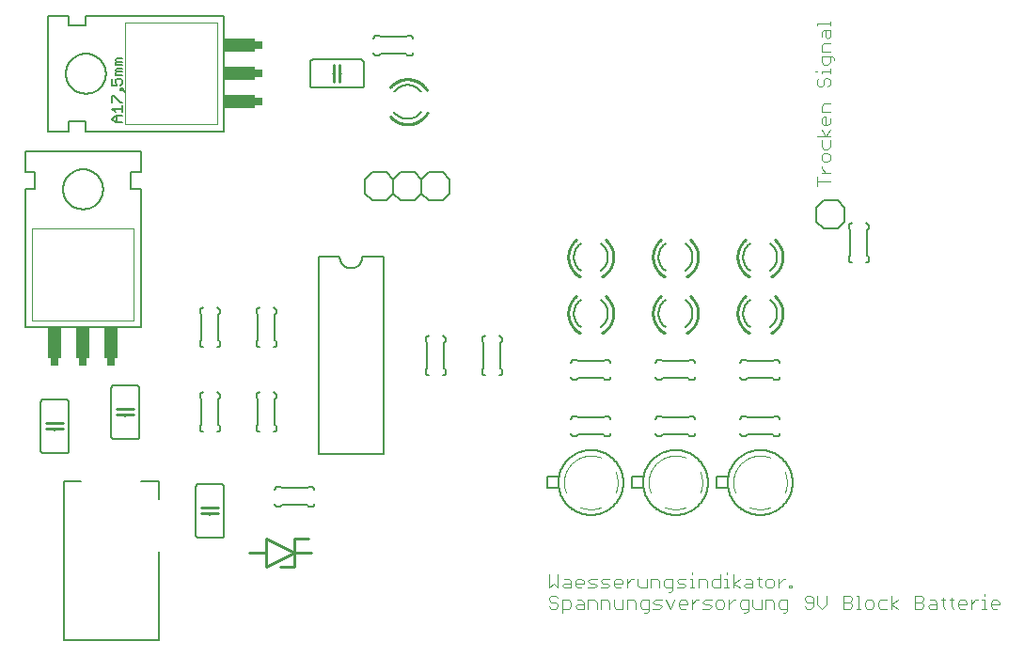
<source format=gto>
G75*
%MOIN*%
%OFA0B0*%
%FSLAX25Y25*%
%IPPOS*%
%LPD*%
%AMOC8*
5,1,8,0,0,1.08239X$1,22.5*
%
%ADD10C,0.00400*%
%ADD11C,0.00600*%
%ADD12C,0.01000*%
%ADD13C,0.00200*%
%ADD14R,0.03000X0.02500*%
%ADD15R,0.05000X0.11000*%
%ADD16C,0.00800*%
%ADD17C,0.00500*%
%ADD18R,0.02500X0.03000*%
%ADD19R,0.11000X0.05000*%
D10*
X0229628Y0017467D02*
X0230396Y0016700D01*
X0231930Y0016700D01*
X0232698Y0017467D01*
X0232698Y0018235D01*
X0231930Y0019002D01*
X0230396Y0019002D01*
X0229628Y0019769D01*
X0229628Y0020537D01*
X0230396Y0021304D01*
X0231930Y0021304D01*
X0232698Y0020537D01*
X0234232Y0019769D02*
X0236534Y0019769D01*
X0237302Y0019002D01*
X0237302Y0017467D01*
X0236534Y0016700D01*
X0234232Y0016700D01*
X0234232Y0015165D02*
X0234232Y0019769D01*
X0238836Y0017467D02*
X0239604Y0018235D01*
X0241906Y0018235D01*
X0241906Y0019002D02*
X0241906Y0016700D01*
X0239604Y0016700D01*
X0238836Y0017467D01*
X0239604Y0019769D02*
X0241138Y0019769D01*
X0241906Y0019002D01*
X0243440Y0019769D02*
X0245742Y0019769D01*
X0246510Y0019002D01*
X0246510Y0016700D01*
X0248044Y0016700D02*
X0248044Y0019769D01*
X0250346Y0019769D01*
X0251113Y0019002D01*
X0251113Y0016700D01*
X0252648Y0017467D02*
X0252648Y0019769D01*
X0252648Y0017467D02*
X0253415Y0016700D01*
X0255717Y0016700D01*
X0255717Y0019769D01*
X0257252Y0019769D02*
X0259554Y0019769D01*
X0260321Y0019002D01*
X0260321Y0016700D01*
X0261856Y0017467D02*
X0262623Y0016700D01*
X0264925Y0016700D01*
X0264925Y0015933D02*
X0264925Y0019769D01*
X0262623Y0019769D01*
X0261856Y0019002D01*
X0261856Y0017467D01*
X0263391Y0015165D02*
X0264158Y0015165D01*
X0264925Y0015933D01*
X0266460Y0016700D02*
X0268762Y0016700D01*
X0269529Y0017467D01*
X0268762Y0018235D01*
X0267227Y0018235D01*
X0266460Y0019002D01*
X0267227Y0019769D01*
X0269529Y0019769D01*
X0271064Y0019769D02*
X0272598Y0016700D01*
X0274133Y0019769D01*
X0275668Y0019002D02*
X0275668Y0017467D01*
X0276435Y0016700D01*
X0277970Y0016700D01*
X0278737Y0018235D02*
X0275668Y0018235D01*
X0275668Y0019002D02*
X0276435Y0019769D01*
X0277970Y0019769D01*
X0278737Y0019002D01*
X0278737Y0018235D01*
X0280272Y0018235D02*
X0281806Y0019769D01*
X0282574Y0019769D01*
X0284108Y0019002D02*
X0284876Y0019769D01*
X0287178Y0019769D01*
X0288712Y0019002D02*
X0288712Y0017467D01*
X0289479Y0016700D01*
X0291014Y0016700D01*
X0291781Y0017467D01*
X0291781Y0019002D01*
X0291014Y0019769D01*
X0289479Y0019769D01*
X0288712Y0019002D01*
X0287178Y0017467D02*
X0286410Y0016700D01*
X0284108Y0016700D01*
X0284876Y0018235D02*
X0284108Y0019002D01*
X0284876Y0018235D02*
X0286410Y0018235D01*
X0287178Y0017467D01*
X0293316Y0016700D02*
X0293316Y0019769D01*
X0293316Y0018235D02*
X0294851Y0019769D01*
X0295618Y0019769D01*
X0297153Y0019002D02*
X0297153Y0017467D01*
X0297920Y0016700D01*
X0300222Y0016700D01*
X0300222Y0015933D02*
X0300222Y0019769D01*
X0297920Y0019769D01*
X0297153Y0019002D01*
X0300222Y0015933D02*
X0299455Y0015165D01*
X0298687Y0015165D01*
X0301757Y0017467D02*
X0302524Y0016700D01*
X0304826Y0016700D01*
X0304826Y0019769D01*
X0306361Y0019769D02*
X0308663Y0019769D01*
X0309430Y0019002D01*
X0309430Y0016700D01*
X0310964Y0017467D02*
X0310964Y0019002D01*
X0311732Y0019769D01*
X0314034Y0019769D01*
X0314034Y0015933D01*
X0313266Y0015165D01*
X0312499Y0015165D01*
X0311732Y0016700D02*
X0314034Y0016700D01*
X0311732Y0016700D02*
X0310964Y0017467D01*
X0306361Y0016700D02*
X0306361Y0019769D01*
X0301757Y0019769D02*
X0301757Y0017467D01*
X0301757Y0024200D02*
X0299455Y0024200D01*
X0298687Y0024967D01*
X0299455Y0025735D01*
X0301757Y0025735D01*
X0301757Y0026502D02*
X0301757Y0024200D01*
X0301757Y0026502D02*
X0300989Y0027269D01*
X0299455Y0027269D01*
X0297153Y0027269D02*
X0294851Y0025735D01*
X0297153Y0024200D01*
X0294851Y0024200D02*
X0294851Y0028804D01*
X0292549Y0028804D02*
X0292549Y0029571D01*
X0292549Y0027269D02*
X0292549Y0024200D01*
X0293316Y0024200D02*
X0291781Y0024200D01*
X0290247Y0024200D02*
X0287945Y0024200D01*
X0287178Y0024967D01*
X0287178Y0026502D01*
X0287945Y0027269D01*
X0290247Y0027269D01*
X0291781Y0027269D02*
X0292549Y0027269D01*
X0290247Y0028804D02*
X0290247Y0024200D01*
X0285643Y0024200D02*
X0285643Y0026502D01*
X0284876Y0027269D01*
X0282574Y0027269D01*
X0282574Y0024200D01*
X0281039Y0024200D02*
X0279504Y0024200D01*
X0280272Y0024200D02*
X0280272Y0027269D01*
X0279504Y0027269D01*
X0277970Y0027269D02*
X0275668Y0027269D01*
X0274900Y0026502D01*
X0275668Y0025735D01*
X0277202Y0025735D01*
X0277970Y0024967D01*
X0277202Y0024200D01*
X0274900Y0024200D01*
X0273366Y0024200D02*
X0271064Y0024200D01*
X0270296Y0024967D01*
X0270296Y0026502D01*
X0271064Y0027269D01*
X0273366Y0027269D01*
X0273366Y0023433D01*
X0272598Y0022665D01*
X0271831Y0022665D01*
X0268762Y0024200D02*
X0268762Y0026502D01*
X0267995Y0027269D01*
X0265693Y0027269D01*
X0265693Y0024200D01*
X0264158Y0024200D02*
X0264158Y0027269D01*
X0264158Y0024200D02*
X0261856Y0024200D01*
X0261089Y0024967D01*
X0261089Y0027269D01*
X0259554Y0027269D02*
X0258787Y0027269D01*
X0257252Y0025735D01*
X0257252Y0027269D02*
X0257252Y0024200D01*
X0255717Y0025735D02*
X0252648Y0025735D01*
X0252648Y0026502D02*
X0252648Y0024967D01*
X0253415Y0024200D01*
X0254950Y0024200D01*
X0255717Y0025735D02*
X0255717Y0026502D01*
X0254950Y0027269D01*
X0253415Y0027269D01*
X0252648Y0026502D01*
X0251113Y0027269D02*
X0248811Y0027269D01*
X0248044Y0026502D01*
X0248811Y0025735D01*
X0250346Y0025735D01*
X0251113Y0024967D01*
X0250346Y0024200D01*
X0248044Y0024200D01*
X0246510Y0024967D02*
X0245742Y0025735D01*
X0244208Y0025735D01*
X0243440Y0026502D01*
X0244208Y0027269D01*
X0246510Y0027269D01*
X0246510Y0024967D02*
X0245742Y0024200D01*
X0243440Y0024200D01*
X0241906Y0025735D02*
X0238836Y0025735D01*
X0238836Y0026502D02*
X0238836Y0024967D01*
X0239604Y0024200D01*
X0241138Y0024200D01*
X0241906Y0025735D02*
X0241906Y0026502D01*
X0241138Y0027269D01*
X0239604Y0027269D01*
X0238836Y0026502D01*
X0237302Y0026502D02*
X0237302Y0024200D01*
X0235000Y0024200D01*
X0234232Y0024967D01*
X0235000Y0025735D01*
X0237302Y0025735D01*
X0237302Y0026502D02*
X0236534Y0027269D01*
X0235000Y0027269D01*
X0232698Y0028804D02*
X0232698Y0024200D01*
X0231163Y0025735D01*
X0229628Y0024200D01*
X0229628Y0028804D01*
X0243440Y0019769D02*
X0243440Y0016700D01*
X0257252Y0016700D02*
X0257252Y0019769D01*
X0280272Y0019769D02*
X0280272Y0016700D01*
X0280272Y0028804D02*
X0280272Y0029571D01*
X0303291Y0027269D02*
X0304826Y0027269D01*
X0304059Y0028037D02*
X0304059Y0024967D01*
X0304826Y0024200D01*
X0306361Y0024967D02*
X0307128Y0024200D01*
X0308662Y0024200D01*
X0309430Y0024967D01*
X0309430Y0026502D01*
X0308662Y0027269D01*
X0307128Y0027269D01*
X0306361Y0026502D01*
X0306361Y0024967D01*
X0310964Y0024200D02*
X0310964Y0027269D01*
X0310964Y0025735D02*
X0312499Y0027269D01*
X0313266Y0027269D01*
X0314801Y0024967D02*
X0315568Y0024967D01*
X0315568Y0024200D01*
X0314801Y0024200D01*
X0314801Y0024967D01*
X0320172Y0020537D02*
X0320940Y0021304D01*
X0322474Y0021304D01*
X0323242Y0020537D01*
X0323242Y0017467D01*
X0322474Y0016700D01*
X0320940Y0016700D01*
X0320172Y0017467D01*
X0320940Y0019002D02*
X0323242Y0019002D01*
X0324776Y0018235D02*
X0326311Y0016700D01*
X0327846Y0018235D01*
X0327846Y0021304D01*
X0324776Y0021304D02*
X0324776Y0018235D01*
X0320940Y0019002D02*
X0320172Y0019769D01*
X0320172Y0020537D01*
X0333984Y0021304D02*
X0333984Y0016700D01*
X0336286Y0016700D01*
X0337053Y0017467D01*
X0337053Y0018235D01*
X0336286Y0019002D01*
X0333984Y0019002D01*
X0333984Y0021304D02*
X0336286Y0021304D01*
X0337053Y0020537D01*
X0337053Y0019769D01*
X0336286Y0019002D01*
X0338588Y0021304D02*
X0339355Y0021304D01*
X0339355Y0016700D01*
X0338588Y0016700D02*
X0340123Y0016700D01*
X0341657Y0017467D02*
X0342425Y0016700D01*
X0343959Y0016700D01*
X0344727Y0017467D01*
X0344727Y0019002D01*
X0343959Y0019769D01*
X0342425Y0019769D01*
X0341657Y0019002D01*
X0341657Y0017467D01*
X0346261Y0017467D02*
X0347029Y0016700D01*
X0349330Y0016700D01*
X0350865Y0016700D02*
X0350865Y0021304D01*
X0349330Y0019769D02*
X0347029Y0019769D01*
X0346261Y0019002D01*
X0346261Y0017467D01*
X0350865Y0018235D02*
X0353167Y0019769D01*
X0350865Y0018235D02*
X0353167Y0016700D01*
X0359306Y0016700D02*
X0359306Y0021304D01*
X0361608Y0021304D01*
X0362375Y0020537D01*
X0362375Y0019769D01*
X0361608Y0019002D01*
X0359306Y0019002D01*
X0361608Y0019002D02*
X0362375Y0018235D01*
X0362375Y0017467D01*
X0361608Y0016700D01*
X0359306Y0016700D01*
X0363910Y0017467D02*
X0364677Y0018235D01*
X0366979Y0018235D01*
X0366979Y0019002D02*
X0366979Y0016700D01*
X0364677Y0016700D01*
X0363910Y0017467D01*
X0364677Y0019769D02*
X0366212Y0019769D01*
X0366979Y0019002D01*
X0368514Y0019769D02*
X0370048Y0019769D01*
X0369281Y0020537D02*
X0369281Y0017467D01*
X0370048Y0016700D01*
X0372350Y0017467D02*
X0373117Y0016700D01*
X0372350Y0017467D02*
X0372350Y0020537D01*
X0371583Y0019769D02*
X0373117Y0019769D01*
X0374652Y0019002D02*
X0374652Y0017467D01*
X0375419Y0016700D01*
X0376954Y0016700D01*
X0377721Y0018235D02*
X0374652Y0018235D01*
X0374652Y0019002D02*
X0375419Y0019769D01*
X0376954Y0019769D01*
X0377721Y0019002D01*
X0377721Y0018235D01*
X0379256Y0018235D02*
X0380791Y0019769D01*
X0381558Y0019769D01*
X0383093Y0019769D02*
X0383860Y0019769D01*
X0383860Y0016700D01*
X0383093Y0016700D02*
X0384627Y0016700D01*
X0386162Y0017467D02*
X0386162Y0019002D01*
X0386929Y0019769D01*
X0388464Y0019769D01*
X0389231Y0019002D01*
X0389231Y0018235D01*
X0386162Y0018235D01*
X0386162Y0017467D02*
X0386929Y0016700D01*
X0388464Y0016700D01*
X0383860Y0021304D02*
X0383860Y0022071D01*
X0379256Y0019769D02*
X0379256Y0016700D01*
X0324625Y0166700D02*
X0324625Y0169769D01*
X0324625Y0168235D02*
X0329228Y0168235D01*
X0329228Y0171304D02*
X0326159Y0171304D01*
X0326159Y0172839D02*
X0326159Y0173606D01*
X0326159Y0172839D02*
X0327694Y0171304D01*
X0328461Y0175141D02*
X0329228Y0175908D01*
X0329228Y0177442D01*
X0328461Y0178210D01*
X0326927Y0178210D01*
X0326159Y0177442D01*
X0326159Y0175908D01*
X0326927Y0175141D01*
X0328461Y0175141D01*
X0328461Y0179744D02*
X0329228Y0180512D01*
X0329228Y0182814D01*
X0329228Y0184348D02*
X0324625Y0184348D01*
X0326159Y0182814D02*
X0326159Y0180512D01*
X0326927Y0179744D01*
X0328461Y0179744D01*
X0327694Y0184348D02*
X0326159Y0186650D01*
X0326927Y0188185D02*
X0326159Y0188952D01*
X0326159Y0190487D01*
X0326927Y0191254D01*
X0327694Y0191254D01*
X0327694Y0188185D01*
X0328461Y0188185D02*
X0326927Y0188185D01*
X0328461Y0188185D02*
X0329228Y0188952D01*
X0329228Y0190487D01*
X0329228Y0192789D02*
X0326159Y0192789D01*
X0326159Y0195091D01*
X0326927Y0195858D01*
X0329228Y0195858D01*
X0328461Y0201997D02*
X0329228Y0202764D01*
X0329228Y0204299D01*
X0328461Y0205066D01*
X0327694Y0205066D01*
X0326927Y0204299D01*
X0326927Y0202764D01*
X0326159Y0201997D01*
X0325392Y0201997D01*
X0324625Y0202764D01*
X0324625Y0204299D01*
X0325392Y0205066D01*
X0326159Y0206601D02*
X0326159Y0207368D01*
X0329228Y0207368D01*
X0329228Y0206601D02*
X0329228Y0208135D01*
X0328461Y0209670D02*
X0329228Y0210437D01*
X0329228Y0212739D01*
X0329996Y0212739D02*
X0326159Y0212739D01*
X0326159Y0210437D01*
X0326927Y0209670D01*
X0328461Y0209670D01*
X0330763Y0211205D02*
X0330763Y0211972D01*
X0329996Y0212739D01*
X0329228Y0214274D02*
X0326159Y0214274D01*
X0326159Y0216576D01*
X0326927Y0217343D01*
X0329228Y0217343D01*
X0328461Y0218878D02*
X0327694Y0219645D01*
X0327694Y0221947D01*
X0326927Y0221947D02*
X0329228Y0221947D01*
X0329228Y0219645D01*
X0328461Y0218878D01*
X0326159Y0219645D02*
X0326159Y0221180D01*
X0326927Y0221947D01*
X0329228Y0223482D02*
X0329228Y0225016D01*
X0329228Y0224249D02*
X0324625Y0224249D01*
X0324625Y0223482D01*
X0324625Y0207368D02*
X0323857Y0207368D01*
X0329228Y0186650D02*
X0327694Y0184348D01*
D11*
X0326928Y0161500D02*
X0331928Y0161500D01*
X0334428Y0159000D01*
X0334428Y0154000D01*
X0331928Y0151500D01*
X0326928Y0151500D01*
X0324428Y0154000D01*
X0324428Y0159000D01*
X0326928Y0161500D01*
X0335928Y0152500D02*
X0335928Y0151500D01*
X0336428Y0151000D01*
X0336428Y0142000D01*
X0335928Y0141500D01*
X0335928Y0140500D01*
X0335930Y0140440D01*
X0335935Y0140379D01*
X0335944Y0140320D01*
X0335957Y0140261D01*
X0335973Y0140202D01*
X0335993Y0140145D01*
X0336016Y0140090D01*
X0336043Y0140035D01*
X0336072Y0139983D01*
X0336105Y0139932D01*
X0336141Y0139883D01*
X0336179Y0139837D01*
X0336221Y0139793D01*
X0336265Y0139751D01*
X0336311Y0139713D01*
X0336360Y0139677D01*
X0336411Y0139644D01*
X0336463Y0139615D01*
X0336518Y0139588D01*
X0336573Y0139565D01*
X0336630Y0139545D01*
X0336689Y0139529D01*
X0336748Y0139516D01*
X0336807Y0139507D01*
X0336868Y0139502D01*
X0336928Y0139500D01*
X0341928Y0139500D02*
X0341988Y0139502D01*
X0342049Y0139507D01*
X0342108Y0139516D01*
X0342167Y0139529D01*
X0342226Y0139545D01*
X0342283Y0139565D01*
X0342338Y0139588D01*
X0342393Y0139615D01*
X0342445Y0139644D01*
X0342496Y0139677D01*
X0342545Y0139713D01*
X0342591Y0139751D01*
X0342635Y0139793D01*
X0342677Y0139837D01*
X0342715Y0139883D01*
X0342751Y0139932D01*
X0342784Y0139983D01*
X0342813Y0140035D01*
X0342840Y0140090D01*
X0342863Y0140145D01*
X0342883Y0140202D01*
X0342899Y0140261D01*
X0342912Y0140320D01*
X0342921Y0140379D01*
X0342926Y0140440D01*
X0342928Y0140500D01*
X0342928Y0141500D01*
X0342428Y0142000D01*
X0342428Y0151000D01*
X0342928Y0151500D01*
X0342928Y0152500D01*
X0342926Y0152560D01*
X0342921Y0152621D01*
X0342912Y0152680D01*
X0342899Y0152739D01*
X0342883Y0152798D01*
X0342863Y0152855D01*
X0342840Y0152910D01*
X0342813Y0152965D01*
X0342784Y0153017D01*
X0342751Y0153068D01*
X0342715Y0153117D01*
X0342677Y0153163D01*
X0342635Y0153207D01*
X0342591Y0153249D01*
X0342545Y0153287D01*
X0342496Y0153323D01*
X0342445Y0153356D01*
X0342393Y0153385D01*
X0342338Y0153412D01*
X0342283Y0153435D01*
X0342226Y0153455D01*
X0342167Y0153471D01*
X0342108Y0153484D01*
X0342049Y0153493D01*
X0341988Y0153498D01*
X0341928Y0153500D01*
X0336928Y0153500D02*
X0336868Y0153498D01*
X0336807Y0153493D01*
X0336748Y0153484D01*
X0336689Y0153471D01*
X0336630Y0153455D01*
X0336573Y0153435D01*
X0336518Y0153412D01*
X0336463Y0153385D01*
X0336411Y0153356D01*
X0336360Y0153323D01*
X0336311Y0153287D01*
X0336265Y0153249D01*
X0336221Y0153207D01*
X0336179Y0153163D01*
X0336141Y0153117D01*
X0336105Y0153068D01*
X0336072Y0153017D01*
X0336043Y0152965D01*
X0336016Y0152910D01*
X0335993Y0152855D01*
X0335973Y0152798D01*
X0335957Y0152739D01*
X0335944Y0152680D01*
X0335935Y0152621D01*
X0335930Y0152560D01*
X0335928Y0152500D01*
X0300828Y0136700D02*
X0300709Y0136792D01*
X0300592Y0136886D01*
X0300478Y0136984D01*
X0300366Y0137084D01*
X0300256Y0137188D01*
X0300150Y0137293D01*
X0300045Y0137402D01*
X0299944Y0137513D01*
X0299846Y0137627D01*
X0299750Y0137743D01*
X0299657Y0137861D01*
X0299568Y0137982D01*
X0299481Y0138105D01*
X0299398Y0138230D01*
X0299317Y0138357D01*
X0299240Y0138486D01*
X0299166Y0138617D01*
X0299095Y0138750D01*
X0299028Y0138884D01*
X0298964Y0139020D01*
X0298904Y0139158D01*
X0298847Y0139297D01*
X0298794Y0139438D01*
X0298744Y0139580D01*
X0298697Y0139723D01*
X0298655Y0139867D01*
X0298615Y0140012D01*
X0298580Y0140158D01*
X0298548Y0140305D01*
X0298520Y0140453D01*
X0298496Y0140601D01*
X0298475Y0140750D01*
X0298458Y0140900D01*
X0298445Y0141049D01*
X0298436Y0141199D01*
X0298430Y0141350D01*
X0298428Y0141500D01*
X0308111Y0136764D02*
X0308230Y0136858D01*
X0308346Y0136956D01*
X0308460Y0137056D01*
X0308571Y0137160D01*
X0308679Y0137266D01*
X0308785Y0137374D01*
X0308887Y0137486D01*
X0308987Y0137600D01*
X0309085Y0137716D01*
X0309179Y0137835D01*
X0309270Y0137956D01*
X0309358Y0138080D01*
X0309443Y0138206D01*
X0309524Y0138333D01*
X0309603Y0138463D01*
X0309678Y0138595D01*
X0309749Y0138728D01*
X0309818Y0138864D01*
X0309883Y0139001D01*
X0309944Y0139139D01*
X0310002Y0139280D01*
X0310056Y0139421D01*
X0310107Y0139564D01*
X0310154Y0139708D01*
X0310198Y0139853D01*
X0310237Y0140000D01*
X0310273Y0140147D01*
X0310306Y0140295D01*
X0310334Y0140444D01*
X0310359Y0140594D01*
X0310380Y0140744D01*
X0310397Y0140894D01*
X0310411Y0141046D01*
X0310420Y0141197D01*
X0310426Y0141348D01*
X0310428Y0141500D01*
X0300941Y0146382D02*
X0300816Y0146291D01*
X0300694Y0146197D01*
X0300575Y0146099D01*
X0300458Y0145999D01*
X0300344Y0145895D01*
X0300232Y0145789D01*
X0300124Y0145680D01*
X0300018Y0145568D01*
X0299915Y0145453D01*
X0299815Y0145336D01*
X0299717Y0145216D01*
X0299624Y0145094D01*
X0299533Y0144970D01*
X0299445Y0144843D01*
X0299361Y0144714D01*
X0299280Y0144582D01*
X0299203Y0144449D01*
X0299129Y0144314D01*
X0299058Y0144177D01*
X0298991Y0144038D01*
X0298928Y0143898D01*
X0298868Y0143755D01*
X0298812Y0143612D01*
X0298760Y0143467D01*
X0298711Y0143321D01*
X0298666Y0143173D01*
X0298625Y0143025D01*
X0298588Y0142875D01*
X0298554Y0142725D01*
X0298525Y0142573D01*
X0298499Y0142421D01*
X0298477Y0142269D01*
X0298460Y0142116D01*
X0298446Y0141962D01*
X0298436Y0141808D01*
X0298430Y0141654D01*
X0298428Y0141500D01*
X0308111Y0146236D02*
X0308230Y0146142D01*
X0308346Y0146044D01*
X0308460Y0145944D01*
X0308571Y0145840D01*
X0308679Y0145734D01*
X0308785Y0145626D01*
X0308887Y0145514D01*
X0308987Y0145400D01*
X0309085Y0145284D01*
X0309179Y0145165D01*
X0309270Y0145044D01*
X0309358Y0144920D01*
X0309443Y0144794D01*
X0309524Y0144667D01*
X0309603Y0144537D01*
X0309678Y0144405D01*
X0309749Y0144272D01*
X0309818Y0144136D01*
X0309883Y0143999D01*
X0309944Y0143861D01*
X0310002Y0143720D01*
X0310056Y0143579D01*
X0310107Y0143436D01*
X0310154Y0143292D01*
X0310198Y0143147D01*
X0310237Y0143000D01*
X0310273Y0142853D01*
X0310306Y0142705D01*
X0310334Y0142556D01*
X0310359Y0142406D01*
X0310380Y0142256D01*
X0310397Y0142106D01*
X0310411Y0141954D01*
X0310420Y0141803D01*
X0310426Y0141652D01*
X0310428Y0141500D01*
X0310428Y0121500D02*
X0310426Y0121348D01*
X0310420Y0121197D01*
X0310411Y0121046D01*
X0310397Y0120894D01*
X0310380Y0120744D01*
X0310359Y0120594D01*
X0310334Y0120444D01*
X0310306Y0120295D01*
X0310273Y0120147D01*
X0310237Y0120000D01*
X0310198Y0119853D01*
X0310154Y0119708D01*
X0310107Y0119564D01*
X0310056Y0119421D01*
X0310002Y0119280D01*
X0309944Y0119139D01*
X0309883Y0119001D01*
X0309818Y0118864D01*
X0309749Y0118728D01*
X0309678Y0118595D01*
X0309603Y0118463D01*
X0309524Y0118333D01*
X0309443Y0118206D01*
X0309358Y0118080D01*
X0309270Y0117956D01*
X0309179Y0117835D01*
X0309085Y0117716D01*
X0308987Y0117600D01*
X0308887Y0117486D01*
X0308785Y0117374D01*
X0308679Y0117266D01*
X0308571Y0117160D01*
X0308460Y0117056D01*
X0308346Y0116956D01*
X0308230Y0116858D01*
X0308111Y0116764D01*
X0298428Y0121500D02*
X0298430Y0121654D01*
X0298436Y0121808D01*
X0298446Y0121962D01*
X0298460Y0122116D01*
X0298477Y0122269D01*
X0298499Y0122421D01*
X0298525Y0122573D01*
X0298554Y0122725D01*
X0298588Y0122875D01*
X0298625Y0123025D01*
X0298666Y0123173D01*
X0298711Y0123321D01*
X0298760Y0123467D01*
X0298812Y0123612D01*
X0298868Y0123755D01*
X0298928Y0123898D01*
X0298991Y0124038D01*
X0299058Y0124177D01*
X0299129Y0124314D01*
X0299203Y0124449D01*
X0299280Y0124582D01*
X0299361Y0124714D01*
X0299445Y0124843D01*
X0299533Y0124970D01*
X0299624Y0125094D01*
X0299717Y0125216D01*
X0299815Y0125336D01*
X0299915Y0125453D01*
X0300018Y0125568D01*
X0300124Y0125680D01*
X0300232Y0125789D01*
X0300344Y0125895D01*
X0300458Y0125999D01*
X0300575Y0126099D01*
X0300694Y0126197D01*
X0300816Y0126291D01*
X0300941Y0126382D01*
X0298428Y0121500D02*
X0298430Y0121350D01*
X0298436Y0121199D01*
X0298445Y0121049D01*
X0298458Y0120900D01*
X0298475Y0120750D01*
X0298496Y0120601D01*
X0298520Y0120453D01*
X0298548Y0120305D01*
X0298580Y0120158D01*
X0298615Y0120012D01*
X0298655Y0119867D01*
X0298697Y0119723D01*
X0298744Y0119580D01*
X0298794Y0119438D01*
X0298847Y0119297D01*
X0298904Y0119158D01*
X0298964Y0119020D01*
X0299028Y0118884D01*
X0299095Y0118750D01*
X0299166Y0118617D01*
X0299240Y0118486D01*
X0299317Y0118357D01*
X0299398Y0118230D01*
X0299481Y0118105D01*
X0299568Y0117982D01*
X0299657Y0117861D01*
X0299750Y0117743D01*
X0299846Y0117627D01*
X0299944Y0117513D01*
X0300045Y0117402D01*
X0300150Y0117293D01*
X0300256Y0117188D01*
X0300366Y0117084D01*
X0300478Y0116984D01*
X0300592Y0116886D01*
X0300709Y0116792D01*
X0300828Y0116700D01*
X0310428Y0121500D02*
X0310426Y0121652D01*
X0310420Y0121803D01*
X0310411Y0121954D01*
X0310397Y0122106D01*
X0310380Y0122256D01*
X0310359Y0122406D01*
X0310334Y0122556D01*
X0310306Y0122705D01*
X0310273Y0122853D01*
X0310237Y0123000D01*
X0310198Y0123147D01*
X0310154Y0123292D01*
X0310107Y0123436D01*
X0310056Y0123579D01*
X0310002Y0123720D01*
X0309944Y0123861D01*
X0309883Y0123999D01*
X0309818Y0124136D01*
X0309749Y0124272D01*
X0309678Y0124405D01*
X0309603Y0124537D01*
X0309524Y0124667D01*
X0309443Y0124794D01*
X0309358Y0124920D01*
X0309270Y0125044D01*
X0309179Y0125165D01*
X0309085Y0125284D01*
X0308987Y0125400D01*
X0308887Y0125514D01*
X0308785Y0125626D01*
X0308679Y0125734D01*
X0308571Y0125840D01*
X0308460Y0125944D01*
X0308346Y0126044D01*
X0308230Y0126142D01*
X0308111Y0126236D01*
X0309428Y0105000D02*
X0308928Y0104500D01*
X0299928Y0104500D01*
X0299428Y0105000D01*
X0298428Y0105000D01*
X0298368Y0104998D01*
X0298307Y0104993D01*
X0298248Y0104984D01*
X0298189Y0104971D01*
X0298130Y0104955D01*
X0298073Y0104935D01*
X0298018Y0104912D01*
X0297963Y0104885D01*
X0297911Y0104856D01*
X0297860Y0104823D01*
X0297811Y0104787D01*
X0297765Y0104749D01*
X0297721Y0104707D01*
X0297679Y0104663D01*
X0297641Y0104617D01*
X0297605Y0104568D01*
X0297572Y0104517D01*
X0297543Y0104465D01*
X0297516Y0104410D01*
X0297493Y0104355D01*
X0297473Y0104298D01*
X0297457Y0104239D01*
X0297444Y0104180D01*
X0297435Y0104121D01*
X0297430Y0104060D01*
X0297428Y0104000D01*
X0297428Y0099000D02*
X0297430Y0098940D01*
X0297435Y0098879D01*
X0297444Y0098820D01*
X0297457Y0098761D01*
X0297473Y0098702D01*
X0297493Y0098645D01*
X0297516Y0098590D01*
X0297543Y0098535D01*
X0297572Y0098483D01*
X0297605Y0098432D01*
X0297641Y0098383D01*
X0297679Y0098337D01*
X0297721Y0098293D01*
X0297765Y0098251D01*
X0297811Y0098213D01*
X0297860Y0098177D01*
X0297911Y0098144D01*
X0297963Y0098115D01*
X0298018Y0098088D01*
X0298073Y0098065D01*
X0298130Y0098045D01*
X0298189Y0098029D01*
X0298248Y0098016D01*
X0298307Y0098007D01*
X0298368Y0098002D01*
X0298428Y0098000D01*
X0299428Y0098000D01*
X0299928Y0098500D01*
X0308928Y0098500D01*
X0309428Y0098000D01*
X0310428Y0098000D01*
X0310488Y0098002D01*
X0310549Y0098007D01*
X0310608Y0098016D01*
X0310667Y0098029D01*
X0310726Y0098045D01*
X0310783Y0098065D01*
X0310838Y0098088D01*
X0310893Y0098115D01*
X0310945Y0098144D01*
X0310996Y0098177D01*
X0311045Y0098213D01*
X0311091Y0098251D01*
X0311135Y0098293D01*
X0311177Y0098337D01*
X0311215Y0098383D01*
X0311251Y0098432D01*
X0311284Y0098483D01*
X0311313Y0098535D01*
X0311340Y0098590D01*
X0311363Y0098645D01*
X0311383Y0098702D01*
X0311399Y0098761D01*
X0311412Y0098820D01*
X0311421Y0098879D01*
X0311426Y0098940D01*
X0311428Y0099000D01*
X0311428Y0104000D02*
X0311426Y0104060D01*
X0311421Y0104121D01*
X0311412Y0104180D01*
X0311399Y0104239D01*
X0311383Y0104298D01*
X0311363Y0104355D01*
X0311340Y0104410D01*
X0311313Y0104465D01*
X0311284Y0104517D01*
X0311251Y0104568D01*
X0311215Y0104617D01*
X0311177Y0104663D01*
X0311135Y0104707D01*
X0311091Y0104749D01*
X0311045Y0104787D01*
X0310996Y0104823D01*
X0310945Y0104856D01*
X0310893Y0104885D01*
X0310838Y0104912D01*
X0310783Y0104935D01*
X0310726Y0104955D01*
X0310667Y0104971D01*
X0310608Y0104984D01*
X0310549Y0104993D01*
X0310488Y0104998D01*
X0310428Y0105000D01*
X0309428Y0105000D01*
X0280428Y0105000D02*
X0279428Y0105000D01*
X0278928Y0104500D01*
X0269928Y0104500D01*
X0269428Y0105000D01*
X0268428Y0105000D01*
X0268368Y0104998D01*
X0268307Y0104993D01*
X0268248Y0104984D01*
X0268189Y0104971D01*
X0268130Y0104955D01*
X0268073Y0104935D01*
X0268018Y0104912D01*
X0267963Y0104885D01*
X0267911Y0104856D01*
X0267860Y0104823D01*
X0267811Y0104787D01*
X0267765Y0104749D01*
X0267721Y0104707D01*
X0267679Y0104663D01*
X0267641Y0104617D01*
X0267605Y0104568D01*
X0267572Y0104517D01*
X0267543Y0104465D01*
X0267516Y0104410D01*
X0267493Y0104355D01*
X0267473Y0104298D01*
X0267457Y0104239D01*
X0267444Y0104180D01*
X0267435Y0104121D01*
X0267430Y0104060D01*
X0267428Y0104000D01*
X0267428Y0099000D02*
X0267430Y0098940D01*
X0267435Y0098879D01*
X0267444Y0098820D01*
X0267457Y0098761D01*
X0267473Y0098702D01*
X0267493Y0098645D01*
X0267516Y0098590D01*
X0267543Y0098535D01*
X0267572Y0098483D01*
X0267605Y0098432D01*
X0267641Y0098383D01*
X0267679Y0098337D01*
X0267721Y0098293D01*
X0267765Y0098251D01*
X0267811Y0098213D01*
X0267860Y0098177D01*
X0267911Y0098144D01*
X0267963Y0098115D01*
X0268018Y0098088D01*
X0268073Y0098065D01*
X0268130Y0098045D01*
X0268189Y0098029D01*
X0268248Y0098016D01*
X0268307Y0098007D01*
X0268368Y0098002D01*
X0268428Y0098000D01*
X0269428Y0098000D01*
X0269928Y0098500D01*
X0278928Y0098500D01*
X0279428Y0098000D01*
X0280428Y0098000D01*
X0280488Y0098002D01*
X0280549Y0098007D01*
X0280608Y0098016D01*
X0280667Y0098029D01*
X0280726Y0098045D01*
X0280783Y0098065D01*
X0280838Y0098088D01*
X0280893Y0098115D01*
X0280945Y0098144D01*
X0280996Y0098177D01*
X0281045Y0098213D01*
X0281091Y0098251D01*
X0281135Y0098293D01*
X0281177Y0098337D01*
X0281215Y0098383D01*
X0281251Y0098432D01*
X0281284Y0098483D01*
X0281313Y0098535D01*
X0281340Y0098590D01*
X0281363Y0098645D01*
X0281383Y0098702D01*
X0281399Y0098761D01*
X0281412Y0098820D01*
X0281421Y0098879D01*
X0281426Y0098940D01*
X0281428Y0099000D01*
X0281428Y0104000D02*
X0281426Y0104060D01*
X0281421Y0104121D01*
X0281412Y0104180D01*
X0281399Y0104239D01*
X0281383Y0104298D01*
X0281363Y0104355D01*
X0281340Y0104410D01*
X0281313Y0104465D01*
X0281284Y0104517D01*
X0281251Y0104568D01*
X0281215Y0104617D01*
X0281177Y0104663D01*
X0281135Y0104707D01*
X0281091Y0104749D01*
X0281045Y0104787D01*
X0280996Y0104823D01*
X0280945Y0104856D01*
X0280893Y0104885D01*
X0280838Y0104912D01*
X0280783Y0104935D01*
X0280726Y0104955D01*
X0280667Y0104971D01*
X0280608Y0104984D01*
X0280549Y0104993D01*
X0280488Y0104998D01*
X0280428Y0105000D01*
X0268428Y0121500D02*
X0268430Y0121654D01*
X0268436Y0121808D01*
X0268446Y0121962D01*
X0268460Y0122116D01*
X0268477Y0122269D01*
X0268499Y0122421D01*
X0268525Y0122573D01*
X0268554Y0122725D01*
X0268588Y0122875D01*
X0268625Y0123025D01*
X0268666Y0123173D01*
X0268711Y0123321D01*
X0268760Y0123467D01*
X0268812Y0123612D01*
X0268868Y0123755D01*
X0268928Y0123898D01*
X0268991Y0124038D01*
X0269058Y0124177D01*
X0269129Y0124314D01*
X0269203Y0124449D01*
X0269280Y0124582D01*
X0269361Y0124714D01*
X0269445Y0124843D01*
X0269533Y0124970D01*
X0269624Y0125094D01*
X0269717Y0125216D01*
X0269815Y0125336D01*
X0269915Y0125453D01*
X0270018Y0125568D01*
X0270124Y0125680D01*
X0270232Y0125789D01*
X0270344Y0125895D01*
X0270458Y0125999D01*
X0270575Y0126099D01*
X0270694Y0126197D01*
X0270816Y0126291D01*
X0270941Y0126382D01*
X0280428Y0121500D02*
X0280426Y0121348D01*
X0280420Y0121197D01*
X0280411Y0121046D01*
X0280397Y0120894D01*
X0280380Y0120744D01*
X0280359Y0120594D01*
X0280334Y0120444D01*
X0280306Y0120295D01*
X0280273Y0120147D01*
X0280237Y0120000D01*
X0280198Y0119853D01*
X0280154Y0119708D01*
X0280107Y0119564D01*
X0280056Y0119421D01*
X0280002Y0119280D01*
X0279944Y0119139D01*
X0279883Y0119001D01*
X0279818Y0118864D01*
X0279749Y0118728D01*
X0279678Y0118595D01*
X0279603Y0118463D01*
X0279524Y0118333D01*
X0279443Y0118206D01*
X0279358Y0118080D01*
X0279270Y0117956D01*
X0279179Y0117835D01*
X0279085Y0117716D01*
X0278987Y0117600D01*
X0278887Y0117486D01*
X0278785Y0117374D01*
X0278679Y0117266D01*
X0278571Y0117160D01*
X0278460Y0117056D01*
X0278346Y0116956D01*
X0278230Y0116858D01*
X0278111Y0116764D01*
X0280428Y0121500D02*
X0280426Y0121652D01*
X0280420Y0121803D01*
X0280411Y0121954D01*
X0280397Y0122106D01*
X0280380Y0122256D01*
X0280359Y0122406D01*
X0280334Y0122556D01*
X0280306Y0122705D01*
X0280273Y0122853D01*
X0280237Y0123000D01*
X0280198Y0123147D01*
X0280154Y0123292D01*
X0280107Y0123436D01*
X0280056Y0123579D01*
X0280002Y0123720D01*
X0279944Y0123861D01*
X0279883Y0123999D01*
X0279818Y0124136D01*
X0279749Y0124272D01*
X0279678Y0124405D01*
X0279603Y0124537D01*
X0279524Y0124667D01*
X0279443Y0124794D01*
X0279358Y0124920D01*
X0279270Y0125044D01*
X0279179Y0125165D01*
X0279085Y0125284D01*
X0278987Y0125400D01*
X0278887Y0125514D01*
X0278785Y0125626D01*
X0278679Y0125734D01*
X0278571Y0125840D01*
X0278460Y0125944D01*
X0278346Y0126044D01*
X0278230Y0126142D01*
X0278111Y0126236D01*
X0268428Y0121500D02*
X0268430Y0121350D01*
X0268436Y0121199D01*
X0268445Y0121049D01*
X0268458Y0120900D01*
X0268475Y0120750D01*
X0268496Y0120601D01*
X0268520Y0120453D01*
X0268548Y0120305D01*
X0268580Y0120158D01*
X0268615Y0120012D01*
X0268655Y0119867D01*
X0268697Y0119723D01*
X0268744Y0119580D01*
X0268794Y0119438D01*
X0268847Y0119297D01*
X0268904Y0119158D01*
X0268964Y0119020D01*
X0269028Y0118884D01*
X0269095Y0118750D01*
X0269166Y0118617D01*
X0269240Y0118486D01*
X0269317Y0118357D01*
X0269398Y0118230D01*
X0269481Y0118105D01*
X0269568Y0117982D01*
X0269657Y0117861D01*
X0269750Y0117743D01*
X0269846Y0117627D01*
X0269944Y0117513D01*
X0270045Y0117402D01*
X0270150Y0117293D01*
X0270256Y0117188D01*
X0270366Y0117084D01*
X0270478Y0116984D01*
X0270592Y0116886D01*
X0270709Y0116792D01*
X0270828Y0116700D01*
X0250428Y0105000D02*
X0249428Y0105000D01*
X0248928Y0104500D01*
X0239928Y0104500D01*
X0239428Y0105000D01*
X0238428Y0105000D01*
X0238368Y0104998D01*
X0238307Y0104993D01*
X0238248Y0104984D01*
X0238189Y0104971D01*
X0238130Y0104955D01*
X0238073Y0104935D01*
X0238018Y0104912D01*
X0237963Y0104885D01*
X0237911Y0104856D01*
X0237860Y0104823D01*
X0237811Y0104787D01*
X0237765Y0104749D01*
X0237721Y0104707D01*
X0237679Y0104663D01*
X0237641Y0104617D01*
X0237605Y0104568D01*
X0237572Y0104517D01*
X0237543Y0104465D01*
X0237516Y0104410D01*
X0237493Y0104355D01*
X0237473Y0104298D01*
X0237457Y0104239D01*
X0237444Y0104180D01*
X0237435Y0104121D01*
X0237430Y0104060D01*
X0237428Y0104000D01*
X0237428Y0099000D02*
X0237430Y0098940D01*
X0237435Y0098879D01*
X0237444Y0098820D01*
X0237457Y0098761D01*
X0237473Y0098702D01*
X0237493Y0098645D01*
X0237516Y0098590D01*
X0237543Y0098535D01*
X0237572Y0098483D01*
X0237605Y0098432D01*
X0237641Y0098383D01*
X0237679Y0098337D01*
X0237721Y0098293D01*
X0237765Y0098251D01*
X0237811Y0098213D01*
X0237860Y0098177D01*
X0237911Y0098144D01*
X0237963Y0098115D01*
X0238018Y0098088D01*
X0238073Y0098065D01*
X0238130Y0098045D01*
X0238189Y0098029D01*
X0238248Y0098016D01*
X0238307Y0098007D01*
X0238368Y0098002D01*
X0238428Y0098000D01*
X0239428Y0098000D01*
X0239928Y0098500D01*
X0248928Y0098500D01*
X0249428Y0098000D01*
X0250428Y0098000D01*
X0250488Y0098002D01*
X0250549Y0098007D01*
X0250608Y0098016D01*
X0250667Y0098029D01*
X0250726Y0098045D01*
X0250783Y0098065D01*
X0250838Y0098088D01*
X0250893Y0098115D01*
X0250945Y0098144D01*
X0250996Y0098177D01*
X0251045Y0098213D01*
X0251091Y0098251D01*
X0251135Y0098293D01*
X0251177Y0098337D01*
X0251215Y0098383D01*
X0251251Y0098432D01*
X0251284Y0098483D01*
X0251313Y0098535D01*
X0251340Y0098590D01*
X0251363Y0098645D01*
X0251383Y0098702D01*
X0251399Y0098761D01*
X0251412Y0098820D01*
X0251421Y0098879D01*
X0251426Y0098940D01*
X0251428Y0099000D01*
X0251428Y0104000D02*
X0251426Y0104060D01*
X0251421Y0104121D01*
X0251412Y0104180D01*
X0251399Y0104239D01*
X0251383Y0104298D01*
X0251363Y0104355D01*
X0251340Y0104410D01*
X0251313Y0104465D01*
X0251284Y0104517D01*
X0251251Y0104568D01*
X0251215Y0104617D01*
X0251177Y0104663D01*
X0251135Y0104707D01*
X0251091Y0104749D01*
X0251045Y0104787D01*
X0250996Y0104823D01*
X0250945Y0104856D01*
X0250893Y0104885D01*
X0250838Y0104912D01*
X0250783Y0104935D01*
X0250726Y0104955D01*
X0250667Y0104971D01*
X0250608Y0104984D01*
X0250549Y0104993D01*
X0250488Y0104998D01*
X0250428Y0105000D01*
X0238428Y0121500D02*
X0238430Y0121654D01*
X0238436Y0121808D01*
X0238446Y0121962D01*
X0238460Y0122116D01*
X0238477Y0122269D01*
X0238499Y0122421D01*
X0238525Y0122573D01*
X0238554Y0122725D01*
X0238588Y0122875D01*
X0238625Y0123025D01*
X0238666Y0123173D01*
X0238711Y0123321D01*
X0238760Y0123467D01*
X0238812Y0123612D01*
X0238868Y0123755D01*
X0238928Y0123898D01*
X0238991Y0124038D01*
X0239058Y0124177D01*
X0239129Y0124314D01*
X0239203Y0124449D01*
X0239280Y0124582D01*
X0239361Y0124714D01*
X0239445Y0124843D01*
X0239533Y0124970D01*
X0239624Y0125094D01*
X0239717Y0125216D01*
X0239815Y0125336D01*
X0239915Y0125453D01*
X0240018Y0125568D01*
X0240124Y0125680D01*
X0240232Y0125789D01*
X0240344Y0125895D01*
X0240458Y0125999D01*
X0240575Y0126099D01*
X0240694Y0126197D01*
X0240816Y0126291D01*
X0240941Y0126382D01*
X0250428Y0121500D02*
X0250426Y0121348D01*
X0250420Y0121197D01*
X0250411Y0121046D01*
X0250397Y0120894D01*
X0250380Y0120744D01*
X0250359Y0120594D01*
X0250334Y0120444D01*
X0250306Y0120295D01*
X0250273Y0120147D01*
X0250237Y0120000D01*
X0250198Y0119853D01*
X0250154Y0119708D01*
X0250107Y0119564D01*
X0250056Y0119421D01*
X0250002Y0119280D01*
X0249944Y0119139D01*
X0249883Y0119001D01*
X0249818Y0118864D01*
X0249749Y0118728D01*
X0249678Y0118595D01*
X0249603Y0118463D01*
X0249524Y0118333D01*
X0249443Y0118206D01*
X0249358Y0118080D01*
X0249270Y0117956D01*
X0249179Y0117835D01*
X0249085Y0117716D01*
X0248987Y0117600D01*
X0248887Y0117486D01*
X0248785Y0117374D01*
X0248679Y0117266D01*
X0248571Y0117160D01*
X0248460Y0117056D01*
X0248346Y0116956D01*
X0248230Y0116858D01*
X0248111Y0116764D01*
X0250428Y0121500D02*
X0250426Y0121652D01*
X0250420Y0121803D01*
X0250411Y0121954D01*
X0250397Y0122106D01*
X0250380Y0122256D01*
X0250359Y0122406D01*
X0250334Y0122556D01*
X0250306Y0122705D01*
X0250273Y0122853D01*
X0250237Y0123000D01*
X0250198Y0123147D01*
X0250154Y0123292D01*
X0250107Y0123436D01*
X0250056Y0123579D01*
X0250002Y0123720D01*
X0249944Y0123861D01*
X0249883Y0123999D01*
X0249818Y0124136D01*
X0249749Y0124272D01*
X0249678Y0124405D01*
X0249603Y0124537D01*
X0249524Y0124667D01*
X0249443Y0124794D01*
X0249358Y0124920D01*
X0249270Y0125044D01*
X0249179Y0125165D01*
X0249085Y0125284D01*
X0248987Y0125400D01*
X0248887Y0125514D01*
X0248785Y0125626D01*
X0248679Y0125734D01*
X0248571Y0125840D01*
X0248460Y0125944D01*
X0248346Y0126044D01*
X0248230Y0126142D01*
X0248111Y0126236D01*
X0238428Y0121500D02*
X0238430Y0121350D01*
X0238436Y0121199D01*
X0238445Y0121049D01*
X0238458Y0120900D01*
X0238475Y0120750D01*
X0238496Y0120601D01*
X0238520Y0120453D01*
X0238548Y0120305D01*
X0238580Y0120158D01*
X0238615Y0120012D01*
X0238655Y0119867D01*
X0238697Y0119723D01*
X0238744Y0119580D01*
X0238794Y0119438D01*
X0238847Y0119297D01*
X0238904Y0119158D01*
X0238964Y0119020D01*
X0239028Y0118884D01*
X0239095Y0118750D01*
X0239166Y0118617D01*
X0239240Y0118486D01*
X0239317Y0118357D01*
X0239398Y0118230D01*
X0239481Y0118105D01*
X0239568Y0117982D01*
X0239657Y0117861D01*
X0239750Y0117743D01*
X0239846Y0117627D01*
X0239944Y0117513D01*
X0240045Y0117402D01*
X0240150Y0117293D01*
X0240256Y0117188D01*
X0240366Y0117084D01*
X0240478Y0116984D01*
X0240592Y0116886D01*
X0240709Y0116792D01*
X0240828Y0116700D01*
X0212928Y0112500D02*
X0212928Y0111500D01*
X0212428Y0111000D01*
X0212428Y0102000D01*
X0212928Y0101500D01*
X0212928Y0100500D01*
X0212926Y0100440D01*
X0212921Y0100379D01*
X0212912Y0100320D01*
X0212899Y0100261D01*
X0212883Y0100202D01*
X0212863Y0100145D01*
X0212840Y0100090D01*
X0212813Y0100035D01*
X0212784Y0099983D01*
X0212751Y0099932D01*
X0212715Y0099883D01*
X0212677Y0099837D01*
X0212635Y0099793D01*
X0212591Y0099751D01*
X0212545Y0099713D01*
X0212496Y0099677D01*
X0212445Y0099644D01*
X0212393Y0099615D01*
X0212338Y0099588D01*
X0212283Y0099565D01*
X0212226Y0099545D01*
X0212167Y0099529D01*
X0212108Y0099516D01*
X0212049Y0099507D01*
X0211988Y0099502D01*
X0211928Y0099500D01*
X0206928Y0099500D02*
X0206868Y0099502D01*
X0206807Y0099507D01*
X0206748Y0099516D01*
X0206689Y0099529D01*
X0206630Y0099545D01*
X0206573Y0099565D01*
X0206518Y0099588D01*
X0206463Y0099615D01*
X0206411Y0099644D01*
X0206360Y0099677D01*
X0206311Y0099713D01*
X0206265Y0099751D01*
X0206221Y0099793D01*
X0206179Y0099837D01*
X0206141Y0099883D01*
X0206105Y0099932D01*
X0206072Y0099983D01*
X0206043Y0100035D01*
X0206016Y0100090D01*
X0205993Y0100145D01*
X0205973Y0100202D01*
X0205957Y0100261D01*
X0205944Y0100320D01*
X0205935Y0100379D01*
X0205930Y0100440D01*
X0205928Y0100500D01*
X0205928Y0101500D01*
X0206428Y0102000D01*
X0206428Y0111000D01*
X0205928Y0111500D01*
X0205928Y0112500D01*
X0205930Y0112560D01*
X0205935Y0112621D01*
X0205944Y0112680D01*
X0205957Y0112739D01*
X0205973Y0112798D01*
X0205993Y0112855D01*
X0206016Y0112910D01*
X0206043Y0112965D01*
X0206072Y0113017D01*
X0206105Y0113068D01*
X0206141Y0113117D01*
X0206179Y0113163D01*
X0206221Y0113207D01*
X0206265Y0113249D01*
X0206311Y0113287D01*
X0206360Y0113323D01*
X0206411Y0113356D01*
X0206463Y0113385D01*
X0206518Y0113412D01*
X0206573Y0113435D01*
X0206630Y0113455D01*
X0206689Y0113471D01*
X0206748Y0113484D01*
X0206807Y0113493D01*
X0206868Y0113498D01*
X0206928Y0113500D01*
X0211928Y0113500D02*
X0211988Y0113498D01*
X0212049Y0113493D01*
X0212108Y0113484D01*
X0212167Y0113471D01*
X0212226Y0113455D01*
X0212283Y0113435D01*
X0212338Y0113412D01*
X0212393Y0113385D01*
X0212445Y0113356D01*
X0212496Y0113323D01*
X0212545Y0113287D01*
X0212591Y0113249D01*
X0212635Y0113207D01*
X0212677Y0113163D01*
X0212715Y0113117D01*
X0212751Y0113068D01*
X0212784Y0113017D01*
X0212813Y0112965D01*
X0212840Y0112910D01*
X0212863Y0112855D01*
X0212883Y0112798D01*
X0212899Y0112739D01*
X0212912Y0112680D01*
X0212921Y0112621D01*
X0212926Y0112560D01*
X0212928Y0112500D01*
X0192928Y0112500D02*
X0192928Y0111500D01*
X0192428Y0111000D01*
X0192428Y0102000D01*
X0192928Y0101500D01*
X0192928Y0100500D01*
X0192926Y0100440D01*
X0192921Y0100379D01*
X0192912Y0100320D01*
X0192899Y0100261D01*
X0192883Y0100202D01*
X0192863Y0100145D01*
X0192840Y0100090D01*
X0192813Y0100035D01*
X0192784Y0099983D01*
X0192751Y0099932D01*
X0192715Y0099883D01*
X0192677Y0099837D01*
X0192635Y0099793D01*
X0192591Y0099751D01*
X0192545Y0099713D01*
X0192496Y0099677D01*
X0192445Y0099644D01*
X0192393Y0099615D01*
X0192338Y0099588D01*
X0192283Y0099565D01*
X0192226Y0099545D01*
X0192167Y0099529D01*
X0192108Y0099516D01*
X0192049Y0099507D01*
X0191988Y0099502D01*
X0191928Y0099500D01*
X0186928Y0099500D02*
X0186868Y0099502D01*
X0186807Y0099507D01*
X0186748Y0099516D01*
X0186689Y0099529D01*
X0186630Y0099545D01*
X0186573Y0099565D01*
X0186518Y0099588D01*
X0186463Y0099615D01*
X0186411Y0099644D01*
X0186360Y0099677D01*
X0186311Y0099713D01*
X0186265Y0099751D01*
X0186221Y0099793D01*
X0186179Y0099837D01*
X0186141Y0099883D01*
X0186105Y0099932D01*
X0186072Y0099983D01*
X0186043Y0100035D01*
X0186016Y0100090D01*
X0185993Y0100145D01*
X0185973Y0100202D01*
X0185957Y0100261D01*
X0185944Y0100320D01*
X0185935Y0100379D01*
X0185930Y0100440D01*
X0185928Y0100500D01*
X0185928Y0101500D01*
X0186428Y0102000D01*
X0186428Y0111000D01*
X0185928Y0111500D01*
X0185928Y0112500D01*
X0185930Y0112560D01*
X0185935Y0112621D01*
X0185944Y0112680D01*
X0185957Y0112739D01*
X0185973Y0112798D01*
X0185993Y0112855D01*
X0186016Y0112910D01*
X0186043Y0112965D01*
X0186072Y0113017D01*
X0186105Y0113068D01*
X0186141Y0113117D01*
X0186179Y0113163D01*
X0186221Y0113207D01*
X0186265Y0113249D01*
X0186311Y0113287D01*
X0186360Y0113323D01*
X0186411Y0113356D01*
X0186463Y0113385D01*
X0186518Y0113412D01*
X0186573Y0113435D01*
X0186630Y0113455D01*
X0186689Y0113471D01*
X0186748Y0113484D01*
X0186807Y0113493D01*
X0186868Y0113498D01*
X0186928Y0113500D01*
X0191928Y0113500D02*
X0191988Y0113498D01*
X0192049Y0113493D01*
X0192108Y0113484D01*
X0192167Y0113471D01*
X0192226Y0113455D01*
X0192283Y0113435D01*
X0192338Y0113412D01*
X0192393Y0113385D01*
X0192445Y0113356D01*
X0192496Y0113323D01*
X0192545Y0113287D01*
X0192591Y0113249D01*
X0192635Y0113207D01*
X0192677Y0113163D01*
X0192715Y0113117D01*
X0192751Y0113068D01*
X0192784Y0113017D01*
X0192813Y0112965D01*
X0192840Y0112910D01*
X0192863Y0112855D01*
X0192883Y0112798D01*
X0192899Y0112739D01*
X0192912Y0112680D01*
X0192921Y0112621D01*
X0192926Y0112560D01*
X0192928Y0112500D01*
X0170928Y0141500D02*
X0163428Y0141500D01*
X0163426Y0141374D01*
X0163420Y0141249D01*
X0163410Y0141124D01*
X0163396Y0140999D01*
X0163379Y0140874D01*
X0163357Y0140750D01*
X0163332Y0140627D01*
X0163302Y0140505D01*
X0163269Y0140384D01*
X0163232Y0140264D01*
X0163192Y0140145D01*
X0163147Y0140028D01*
X0163099Y0139911D01*
X0163047Y0139797D01*
X0162992Y0139684D01*
X0162933Y0139573D01*
X0162871Y0139464D01*
X0162805Y0139357D01*
X0162736Y0139252D01*
X0162664Y0139149D01*
X0162589Y0139048D01*
X0162510Y0138950D01*
X0162428Y0138855D01*
X0162344Y0138762D01*
X0162256Y0138672D01*
X0162166Y0138584D01*
X0162073Y0138500D01*
X0161978Y0138418D01*
X0161880Y0138339D01*
X0161779Y0138264D01*
X0161676Y0138192D01*
X0161571Y0138123D01*
X0161464Y0138057D01*
X0161355Y0137995D01*
X0161244Y0137936D01*
X0161131Y0137881D01*
X0161017Y0137829D01*
X0160900Y0137781D01*
X0160783Y0137736D01*
X0160664Y0137696D01*
X0160544Y0137659D01*
X0160423Y0137626D01*
X0160301Y0137596D01*
X0160178Y0137571D01*
X0160054Y0137549D01*
X0159929Y0137532D01*
X0159804Y0137518D01*
X0159679Y0137508D01*
X0159554Y0137502D01*
X0159428Y0137500D01*
X0159302Y0137502D01*
X0159177Y0137508D01*
X0159052Y0137518D01*
X0158927Y0137532D01*
X0158802Y0137549D01*
X0158678Y0137571D01*
X0158555Y0137596D01*
X0158433Y0137626D01*
X0158312Y0137659D01*
X0158192Y0137696D01*
X0158073Y0137736D01*
X0157956Y0137781D01*
X0157839Y0137829D01*
X0157725Y0137881D01*
X0157612Y0137936D01*
X0157501Y0137995D01*
X0157392Y0138057D01*
X0157285Y0138123D01*
X0157180Y0138192D01*
X0157077Y0138264D01*
X0156976Y0138339D01*
X0156878Y0138418D01*
X0156783Y0138500D01*
X0156690Y0138584D01*
X0156600Y0138672D01*
X0156512Y0138762D01*
X0156428Y0138855D01*
X0156346Y0138950D01*
X0156267Y0139048D01*
X0156192Y0139149D01*
X0156120Y0139252D01*
X0156051Y0139357D01*
X0155985Y0139464D01*
X0155923Y0139573D01*
X0155864Y0139684D01*
X0155809Y0139797D01*
X0155757Y0139911D01*
X0155709Y0140028D01*
X0155664Y0140145D01*
X0155624Y0140264D01*
X0155587Y0140384D01*
X0155554Y0140505D01*
X0155524Y0140627D01*
X0155499Y0140750D01*
X0155477Y0140874D01*
X0155460Y0140999D01*
X0155446Y0141124D01*
X0155436Y0141249D01*
X0155430Y0141374D01*
X0155428Y0141500D01*
X0147928Y0141500D01*
X0147928Y0071500D01*
X0170928Y0071500D01*
X0170928Y0141500D01*
X0171928Y0161500D02*
X0166928Y0161500D01*
X0164428Y0164000D01*
X0164428Y0169000D01*
X0166928Y0171500D01*
X0171928Y0171500D01*
X0174428Y0169000D01*
X0176928Y0171500D01*
X0181928Y0171500D01*
X0184428Y0169000D01*
X0186928Y0171500D01*
X0191928Y0171500D01*
X0194428Y0169000D01*
X0194428Y0164000D01*
X0191928Y0161500D01*
X0186928Y0161500D01*
X0184428Y0164000D01*
X0181928Y0161500D01*
X0176928Y0161500D01*
X0174428Y0164000D01*
X0171928Y0161500D01*
X0174428Y0164000D02*
X0174428Y0169000D01*
X0184428Y0169000D02*
X0184428Y0164000D01*
X0174692Y0200183D02*
X0174786Y0200302D01*
X0174884Y0200418D01*
X0174984Y0200532D01*
X0175088Y0200643D01*
X0175194Y0200751D01*
X0175302Y0200857D01*
X0175414Y0200959D01*
X0175528Y0201059D01*
X0175644Y0201157D01*
X0175763Y0201251D01*
X0175884Y0201342D01*
X0176008Y0201430D01*
X0176134Y0201515D01*
X0176261Y0201596D01*
X0176391Y0201675D01*
X0176523Y0201750D01*
X0176656Y0201821D01*
X0176792Y0201890D01*
X0176929Y0201955D01*
X0177067Y0202016D01*
X0177208Y0202074D01*
X0177349Y0202128D01*
X0177492Y0202179D01*
X0177636Y0202226D01*
X0177781Y0202270D01*
X0177928Y0202309D01*
X0178075Y0202345D01*
X0178223Y0202378D01*
X0178372Y0202406D01*
X0178522Y0202431D01*
X0178672Y0202452D01*
X0178822Y0202469D01*
X0178974Y0202483D01*
X0179125Y0202492D01*
X0179276Y0202498D01*
X0179428Y0202500D01*
X0184228Y0192900D02*
X0184136Y0192781D01*
X0184042Y0192664D01*
X0183944Y0192550D01*
X0183844Y0192438D01*
X0183740Y0192328D01*
X0183635Y0192222D01*
X0183526Y0192117D01*
X0183415Y0192016D01*
X0183301Y0191918D01*
X0183185Y0191822D01*
X0183067Y0191729D01*
X0182946Y0191640D01*
X0182823Y0191553D01*
X0182698Y0191470D01*
X0182571Y0191389D01*
X0182442Y0191312D01*
X0182311Y0191238D01*
X0182178Y0191167D01*
X0182044Y0191100D01*
X0181908Y0191036D01*
X0181770Y0190976D01*
X0181631Y0190919D01*
X0181490Y0190866D01*
X0181348Y0190816D01*
X0181205Y0190769D01*
X0181061Y0190727D01*
X0180916Y0190687D01*
X0180770Y0190652D01*
X0180623Y0190620D01*
X0180475Y0190592D01*
X0180327Y0190568D01*
X0180178Y0190547D01*
X0180028Y0190530D01*
X0179879Y0190517D01*
X0179729Y0190508D01*
X0179578Y0190502D01*
X0179428Y0190500D01*
X0184164Y0200183D02*
X0184070Y0200302D01*
X0183972Y0200418D01*
X0183872Y0200532D01*
X0183768Y0200643D01*
X0183662Y0200751D01*
X0183554Y0200857D01*
X0183442Y0200959D01*
X0183328Y0201059D01*
X0183212Y0201157D01*
X0183093Y0201251D01*
X0182972Y0201342D01*
X0182848Y0201430D01*
X0182722Y0201515D01*
X0182595Y0201596D01*
X0182465Y0201675D01*
X0182333Y0201750D01*
X0182200Y0201821D01*
X0182064Y0201890D01*
X0181927Y0201955D01*
X0181789Y0202016D01*
X0181648Y0202074D01*
X0181507Y0202128D01*
X0181364Y0202179D01*
X0181220Y0202226D01*
X0181075Y0202270D01*
X0180928Y0202309D01*
X0180781Y0202345D01*
X0180633Y0202378D01*
X0180484Y0202406D01*
X0180334Y0202431D01*
X0180184Y0202452D01*
X0180034Y0202469D01*
X0179882Y0202483D01*
X0179731Y0202492D01*
X0179580Y0202498D01*
X0179428Y0202500D01*
X0174547Y0193013D02*
X0174638Y0192888D01*
X0174732Y0192766D01*
X0174830Y0192647D01*
X0174930Y0192530D01*
X0175034Y0192416D01*
X0175140Y0192304D01*
X0175249Y0192196D01*
X0175361Y0192090D01*
X0175476Y0191987D01*
X0175593Y0191887D01*
X0175713Y0191789D01*
X0175835Y0191696D01*
X0175959Y0191605D01*
X0176086Y0191517D01*
X0176215Y0191433D01*
X0176347Y0191352D01*
X0176480Y0191275D01*
X0176615Y0191201D01*
X0176752Y0191130D01*
X0176891Y0191063D01*
X0177031Y0191000D01*
X0177174Y0190940D01*
X0177317Y0190884D01*
X0177462Y0190832D01*
X0177608Y0190783D01*
X0177756Y0190738D01*
X0177904Y0190697D01*
X0178054Y0190660D01*
X0178204Y0190626D01*
X0178356Y0190597D01*
X0178508Y0190571D01*
X0178660Y0190549D01*
X0178813Y0190532D01*
X0178967Y0190518D01*
X0179121Y0190508D01*
X0179275Y0190502D01*
X0179429Y0190500D01*
X0163928Y0202500D02*
X0163928Y0210500D01*
X0163926Y0210560D01*
X0163921Y0210621D01*
X0163912Y0210680D01*
X0163899Y0210739D01*
X0163883Y0210798D01*
X0163863Y0210855D01*
X0163840Y0210910D01*
X0163813Y0210965D01*
X0163784Y0211017D01*
X0163751Y0211068D01*
X0163715Y0211117D01*
X0163677Y0211163D01*
X0163635Y0211207D01*
X0163591Y0211249D01*
X0163545Y0211287D01*
X0163496Y0211323D01*
X0163445Y0211356D01*
X0163393Y0211385D01*
X0163338Y0211412D01*
X0163283Y0211435D01*
X0163226Y0211455D01*
X0163167Y0211471D01*
X0163108Y0211484D01*
X0163049Y0211493D01*
X0162988Y0211498D01*
X0162928Y0211500D01*
X0145928Y0211500D01*
X0145868Y0211498D01*
X0145807Y0211493D01*
X0145748Y0211484D01*
X0145689Y0211471D01*
X0145630Y0211455D01*
X0145573Y0211435D01*
X0145518Y0211412D01*
X0145463Y0211385D01*
X0145411Y0211356D01*
X0145360Y0211323D01*
X0145311Y0211287D01*
X0145265Y0211249D01*
X0145221Y0211207D01*
X0145179Y0211163D01*
X0145141Y0211117D01*
X0145105Y0211068D01*
X0145072Y0211017D01*
X0145043Y0210965D01*
X0145016Y0210910D01*
X0144993Y0210855D01*
X0144973Y0210798D01*
X0144957Y0210739D01*
X0144944Y0210680D01*
X0144935Y0210621D01*
X0144930Y0210560D01*
X0144928Y0210500D01*
X0144928Y0202500D01*
X0144930Y0202440D01*
X0144935Y0202379D01*
X0144944Y0202320D01*
X0144957Y0202261D01*
X0144973Y0202202D01*
X0144993Y0202145D01*
X0145016Y0202090D01*
X0145043Y0202035D01*
X0145072Y0201983D01*
X0145105Y0201932D01*
X0145141Y0201883D01*
X0145179Y0201837D01*
X0145221Y0201793D01*
X0145265Y0201751D01*
X0145311Y0201713D01*
X0145360Y0201677D01*
X0145411Y0201644D01*
X0145463Y0201615D01*
X0145518Y0201588D01*
X0145573Y0201565D01*
X0145630Y0201545D01*
X0145689Y0201529D01*
X0145748Y0201516D01*
X0145807Y0201507D01*
X0145868Y0201502D01*
X0145928Y0201500D01*
X0162928Y0201500D01*
X0162988Y0201502D01*
X0163049Y0201507D01*
X0163108Y0201516D01*
X0163167Y0201529D01*
X0163226Y0201545D01*
X0163283Y0201565D01*
X0163338Y0201588D01*
X0163393Y0201615D01*
X0163445Y0201644D01*
X0163496Y0201677D01*
X0163545Y0201713D01*
X0163591Y0201751D01*
X0163635Y0201793D01*
X0163677Y0201837D01*
X0163715Y0201883D01*
X0163751Y0201932D01*
X0163784Y0201983D01*
X0163813Y0202035D01*
X0163840Y0202090D01*
X0163863Y0202145D01*
X0163883Y0202202D01*
X0163899Y0202261D01*
X0163912Y0202320D01*
X0163921Y0202379D01*
X0163926Y0202440D01*
X0163928Y0202500D01*
X0155928Y0206500D02*
X0155428Y0206500D01*
X0153428Y0206500D02*
X0152928Y0206500D01*
X0168428Y0213000D02*
X0169428Y0213000D01*
X0169928Y0213500D01*
X0178928Y0213500D01*
X0179428Y0213000D01*
X0180428Y0213000D01*
X0180488Y0213002D01*
X0180549Y0213007D01*
X0180608Y0213016D01*
X0180667Y0213029D01*
X0180726Y0213045D01*
X0180783Y0213065D01*
X0180838Y0213088D01*
X0180893Y0213115D01*
X0180945Y0213144D01*
X0180996Y0213177D01*
X0181045Y0213213D01*
X0181091Y0213251D01*
X0181135Y0213293D01*
X0181177Y0213337D01*
X0181215Y0213383D01*
X0181251Y0213432D01*
X0181284Y0213483D01*
X0181313Y0213535D01*
X0181340Y0213590D01*
X0181363Y0213645D01*
X0181383Y0213702D01*
X0181399Y0213761D01*
X0181412Y0213820D01*
X0181421Y0213879D01*
X0181426Y0213940D01*
X0181428Y0214000D01*
X0181428Y0219000D02*
X0181426Y0219060D01*
X0181421Y0219121D01*
X0181412Y0219180D01*
X0181399Y0219239D01*
X0181383Y0219298D01*
X0181363Y0219355D01*
X0181340Y0219410D01*
X0181313Y0219465D01*
X0181284Y0219517D01*
X0181251Y0219568D01*
X0181215Y0219617D01*
X0181177Y0219663D01*
X0181135Y0219707D01*
X0181091Y0219749D01*
X0181045Y0219787D01*
X0180996Y0219823D01*
X0180945Y0219856D01*
X0180893Y0219885D01*
X0180838Y0219912D01*
X0180783Y0219935D01*
X0180726Y0219955D01*
X0180667Y0219971D01*
X0180608Y0219984D01*
X0180549Y0219993D01*
X0180488Y0219998D01*
X0180428Y0220000D01*
X0179428Y0220000D01*
X0178928Y0219500D01*
X0169928Y0219500D01*
X0169428Y0220000D01*
X0168428Y0220000D01*
X0168368Y0219998D01*
X0168307Y0219993D01*
X0168248Y0219984D01*
X0168189Y0219971D01*
X0168130Y0219955D01*
X0168073Y0219935D01*
X0168018Y0219912D01*
X0167963Y0219885D01*
X0167911Y0219856D01*
X0167860Y0219823D01*
X0167811Y0219787D01*
X0167765Y0219749D01*
X0167721Y0219707D01*
X0167679Y0219663D01*
X0167641Y0219617D01*
X0167605Y0219568D01*
X0167572Y0219517D01*
X0167543Y0219465D01*
X0167516Y0219410D01*
X0167493Y0219355D01*
X0167473Y0219298D01*
X0167457Y0219239D01*
X0167444Y0219180D01*
X0167435Y0219121D01*
X0167430Y0219060D01*
X0167428Y0219000D01*
X0167428Y0214000D02*
X0167430Y0213940D01*
X0167435Y0213879D01*
X0167444Y0213820D01*
X0167457Y0213761D01*
X0167473Y0213702D01*
X0167493Y0213645D01*
X0167516Y0213590D01*
X0167543Y0213535D01*
X0167572Y0213483D01*
X0167605Y0213432D01*
X0167641Y0213383D01*
X0167679Y0213337D01*
X0167721Y0213293D01*
X0167765Y0213251D01*
X0167811Y0213213D01*
X0167860Y0213177D01*
X0167911Y0213144D01*
X0167963Y0213115D01*
X0168018Y0213088D01*
X0168073Y0213065D01*
X0168130Y0213045D01*
X0168189Y0213029D01*
X0168248Y0213016D01*
X0168307Y0213007D01*
X0168368Y0213002D01*
X0168428Y0213000D01*
X0084928Y0179000D02*
X0084928Y0171500D01*
X0081428Y0171500D01*
X0081428Y0165500D01*
X0084928Y0165500D01*
X0084928Y0116500D01*
X0043928Y0116500D01*
X0043928Y0165500D01*
X0047428Y0165500D01*
X0047428Y0171500D01*
X0043928Y0171500D01*
X0043928Y0179000D01*
X0084928Y0179000D01*
X0057328Y0165500D02*
X0057330Y0165674D01*
X0057337Y0165848D01*
X0057347Y0166022D01*
X0057362Y0166196D01*
X0057381Y0166369D01*
X0057405Y0166542D01*
X0057433Y0166714D01*
X0057464Y0166885D01*
X0057501Y0167056D01*
X0057541Y0167225D01*
X0057585Y0167394D01*
X0057634Y0167561D01*
X0057686Y0167727D01*
X0057743Y0167892D01*
X0057804Y0168055D01*
X0057868Y0168217D01*
X0057937Y0168377D01*
X0058010Y0168536D01*
X0058086Y0168692D01*
X0058166Y0168847D01*
X0058250Y0169000D01*
X0058338Y0169150D01*
X0058430Y0169298D01*
X0058525Y0169445D01*
X0058623Y0169588D01*
X0058725Y0169729D01*
X0058831Y0169868D01*
X0058940Y0170004D01*
X0059052Y0170138D01*
X0059167Y0170268D01*
X0059286Y0170396D01*
X0059408Y0170520D01*
X0059532Y0170642D01*
X0059660Y0170761D01*
X0059790Y0170876D01*
X0059924Y0170988D01*
X0060060Y0171097D01*
X0060199Y0171203D01*
X0060340Y0171305D01*
X0060483Y0171403D01*
X0060630Y0171498D01*
X0060778Y0171590D01*
X0060928Y0171678D01*
X0061081Y0171762D01*
X0061236Y0171842D01*
X0061392Y0171918D01*
X0061551Y0171991D01*
X0061711Y0172060D01*
X0061873Y0172124D01*
X0062036Y0172185D01*
X0062201Y0172242D01*
X0062367Y0172294D01*
X0062534Y0172343D01*
X0062703Y0172387D01*
X0062872Y0172427D01*
X0063043Y0172464D01*
X0063214Y0172495D01*
X0063386Y0172523D01*
X0063559Y0172547D01*
X0063732Y0172566D01*
X0063906Y0172581D01*
X0064080Y0172591D01*
X0064254Y0172598D01*
X0064428Y0172600D01*
X0064602Y0172598D01*
X0064776Y0172591D01*
X0064950Y0172581D01*
X0065124Y0172566D01*
X0065297Y0172547D01*
X0065470Y0172523D01*
X0065642Y0172495D01*
X0065813Y0172464D01*
X0065984Y0172427D01*
X0066153Y0172387D01*
X0066322Y0172343D01*
X0066489Y0172294D01*
X0066655Y0172242D01*
X0066820Y0172185D01*
X0066983Y0172124D01*
X0067145Y0172060D01*
X0067305Y0171991D01*
X0067464Y0171918D01*
X0067620Y0171842D01*
X0067775Y0171762D01*
X0067928Y0171678D01*
X0068078Y0171590D01*
X0068226Y0171498D01*
X0068373Y0171403D01*
X0068516Y0171305D01*
X0068657Y0171203D01*
X0068796Y0171097D01*
X0068932Y0170988D01*
X0069066Y0170876D01*
X0069196Y0170761D01*
X0069324Y0170642D01*
X0069448Y0170520D01*
X0069570Y0170396D01*
X0069689Y0170268D01*
X0069804Y0170138D01*
X0069916Y0170004D01*
X0070025Y0169868D01*
X0070131Y0169729D01*
X0070233Y0169588D01*
X0070331Y0169445D01*
X0070426Y0169298D01*
X0070518Y0169150D01*
X0070606Y0169000D01*
X0070690Y0168847D01*
X0070770Y0168692D01*
X0070846Y0168536D01*
X0070919Y0168377D01*
X0070988Y0168217D01*
X0071052Y0168055D01*
X0071113Y0167892D01*
X0071170Y0167727D01*
X0071222Y0167561D01*
X0071271Y0167394D01*
X0071315Y0167225D01*
X0071355Y0167056D01*
X0071392Y0166885D01*
X0071423Y0166714D01*
X0071451Y0166542D01*
X0071475Y0166369D01*
X0071494Y0166196D01*
X0071509Y0166022D01*
X0071519Y0165848D01*
X0071526Y0165674D01*
X0071528Y0165500D01*
X0071526Y0165326D01*
X0071519Y0165152D01*
X0071509Y0164978D01*
X0071494Y0164804D01*
X0071475Y0164631D01*
X0071451Y0164458D01*
X0071423Y0164286D01*
X0071392Y0164115D01*
X0071355Y0163944D01*
X0071315Y0163775D01*
X0071271Y0163606D01*
X0071222Y0163439D01*
X0071170Y0163273D01*
X0071113Y0163108D01*
X0071052Y0162945D01*
X0070988Y0162783D01*
X0070919Y0162623D01*
X0070846Y0162464D01*
X0070770Y0162308D01*
X0070690Y0162153D01*
X0070606Y0162000D01*
X0070518Y0161850D01*
X0070426Y0161702D01*
X0070331Y0161555D01*
X0070233Y0161412D01*
X0070131Y0161271D01*
X0070025Y0161132D01*
X0069916Y0160996D01*
X0069804Y0160862D01*
X0069689Y0160732D01*
X0069570Y0160604D01*
X0069448Y0160480D01*
X0069324Y0160358D01*
X0069196Y0160239D01*
X0069066Y0160124D01*
X0068932Y0160012D01*
X0068796Y0159903D01*
X0068657Y0159797D01*
X0068516Y0159695D01*
X0068373Y0159597D01*
X0068226Y0159502D01*
X0068078Y0159410D01*
X0067928Y0159322D01*
X0067775Y0159238D01*
X0067620Y0159158D01*
X0067464Y0159082D01*
X0067305Y0159009D01*
X0067145Y0158940D01*
X0066983Y0158876D01*
X0066820Y0158815D01*
X0066655Y0158758D01*
X0066489Y0158706D01*
X0066322Y0158657D01*
X0066153Y0158613D01*
X0065984Y0158573D01*
X0065813Y0158536D01*
X0065642Y0158505D01*
X0065470Y0158477D01*
X0065297Y0158453D01*
X0065124Y0158434D01*
X0064950Y0158419D01*
X0064776Y0158409D01*
X0064602Y0158402D01*
X0064428Y0158400D01*
X0064254Y0158402D01*
X0064080Y0158409D01*
X0063906Y0158419D01*
X0063732Y0158434D01*
X0063559Y0158453D01*
X0063386Y0158477D01*
X0063214Y0158505D01*
X0063043Y0158536D01*
X0062872Y0158573D01*
X0062703Y0158613D01*
X0062534Y0158657D01*
X0062367Y0158706D01*
X0062201Y0158758D01*
X0062036Y0158815D01*
X0061873Y0158876D01*
X0061711Y0158940D01*
X0061551Y0159009D01*
X0061392Y0159082D01*
X0061236Y0159158D01*
X0061081Y0159238D01*
X0060928Y0159322D01*
X0060778Y0159410D01*
X0060630Y0159502D01*
X0060483Y0159597D01*
X0060340Y0159695D01*
X0060199Y0159797D01*
X0060060Y0159903D01*
X0059924Y0160012D01*
X0059790Y0160124D01*
X0059660Y0160239D01*
X0059532Y0160358D01*
X0059408Y0160480D01*
X0059286Y0160604D01*
X0059167Y0160732D01*
X0059052Y0160862D01*
X0058940Y0160996D01*
X0058831Y0161132D01*
X0058725Y0161271D01*
X0058623Y0161412D01*
X0058525Y0161555D01*
X0058430Y0161702D01*
X0058338Y0161850D01*
X0058250Y0162000D01*
X0058166Y0162153D01*
X0058086Y0162308D01*
X0058010Y0162464D01*
X0057937Y0162623D01*
X0057868Y0162783D01*
X0057804Y0162945D01*
X0057743Y0163108D01*
X0057686Y0163273D01*
X0057634Y0163439D01*
X0057585Y0163606D01*
X0057541Y0163775D01*
X0057501Y0163944D01*
X0057464Y0164115D01*
X0057433Y0164286D01*
X0057405Y0164458D01*
X0057381Y0164631D01*
X0057362Y0164804D01*
X0057347Y0164978D01*
X0057337Y0165152D01*
X0057330Y0165326D01*
X0057328Y0165500D01*
X0105928Y0122500D02*
X0105928Y0121500D01*
X0106428Y0121000D01*
X0106428Y0112000D01*
X0105928Y0111500D01*
X0105928Y0110500D01*
X0105930Y0110440D01*
X0105935Y0110379D01*
X0105944Y0110320D01*
X0105957Y0110261D01*
X0105973Y0110202D01*
X0105993Y0110145D01*
X0106016Y0110090D01*
X0106043Y0110035D01*
X0106072Y0109983D01*
X0106105Y0109932D01*
X0106141Y0109883D01*
X0106179Y0109837D01*
X0106221Y0109793D01*
X0106265Y0109751D01*
X0106311Y0109713D01*
X0106360Y0109677D01*
X0106411Y0109644D01*
X0106463Y0109615D01*
X0106518Y0109588D01*
X0106573Y0109565D01*
X0106630Y0109545D01*
X0106689Y0109529D01*
X0106748Y0109516D01*
X0106807Y0109507D01*
X0106868Y0109502D01*
X0106928Y0109500D01*
X0111928Y0109500D02*
X0111988Y0109502D01*
X0112049Y0109507D01*
X0112108Y0109516D01*
X0112167Y0109529D01*
X0112226Y0109545D01*
X0112283Y0109565D01*
X0112338Y0109588D01*
X0112393Y0109615D01*
X0112445Y0109644D01*
X0112496Y0109677D01*
X0112545Y0109713D01*
X0112591Y0109751D01*
X0112635Y0109793D01*
X0112677Y0109837D01*
X0112715Y0109883D01*
X0112751Y0109932D01*
X0112784Y0109983D01*
X0112813Y0110035D01*
X0112840Y0110090D01*
X0112863Y0110145D01*
X0112883Y0110202D01*
X0112899Y0110261D01*
X0112912Y0110320D01*
X0112921Y0110379D01*
X0112926Y0110440D01*
X0112928Y0110500D01*
X0112928Y0111500D01*
X0112428Y0112000D01*
X0112428Y0121000D01*
X0112928Y0121500D01*
X0112928Y0122500D01*
X0112926Y0122560D01*
X0112921Y0122621D01*
X0112912Y0122680D01*
X0112899Y0122739D01*
X0112883Y0122798D01*
X0112863Y0122855D01*
X0112840Y0122910D01*
X0112813Y0122965D01*
X0112784Y0123017D01*
X0112751Y0123068D01*
X0112715Y0123117D01*
X0112677Y0123163D01*
X0112635Y0123207D01*
X0112591Y0123249D01*
X0112545Y0123287D01*
X0112496Y0123323D01*
X0112445Y0123356D01*
X0112393Y0123385D01*
X0112338Y0123412D01*
X0112283Y0123435D01*
X0112226Y0123455D01*
X0112167Y0123471D01*
X0112108Y0123484D01*
X0112049Y0123493D01*
X0111988Y0123498D01*
X0111928Y0123500D01*
X0106928Y0123500D02*
X0106868Y0123498D01*
X0106807Y0123493D01*
X0106748Y0123484D01*
X0106689Y0123471D01*
X0106630Y0123455D01*
X0106573Y0123435D01*
X0106518Y0123412D01*
X0106463Y0123385D01*
X0106411Y0123356D01*
X0106360Y0123323D01*
X0106311Y0123287D01*
X0106265Y0123249D01*
X0106221Y0123207D01*
X0106179Y0123163D01*
X0106141Y0123117D01*
X0106105Y0123068D01*
X0106072Y0123017D01*
X0106043Y0122965D01*
X0106016Y0122910D01*
X0105993Y0122855D01*
X0105973Y0122798D01*
X0105957Y0122739D01*
X0105944Y0122680D01*
X0105935Y0122621D01*
X0105930Y0122560D01*
X0105928Y0122500D01*
X0125928Y0122500D02*
X0125928Y0121500D01*
X0126428Y0121000D01*
X0126428Y0112000D01*
X0125928Y0111500D01*
X0125928Y0110500D01*
X0125930Y0110440D01*
X0125935Y0110379D01*
X0125944Y0110320D01*
X0125957Y0110261D01*
X0125973Y0110202D01*
X0125993Y0110145D01*
X0126016Y0110090D01*
X0126043Y0110035D01*
X0126072Y0109983D01*
X0126105Y0109932D01*
X0126141Y0109883D01*
X0126179Y0109837D01*
X0126221Y0109793D01*
X0126265Y0109751D01*
X0126311Y0109713D01*
X0126360Y0109677D01*
X0126411Y0109644D01*
X0126463Y0109615D01*
X0126518Y0109588D01*
X0126573Y0109565D01*
X0126630Y0109545D01*
X0126689Y0109529D01*
X0126748Y0109516D01*
X0126807Y0109507D01*
X0126868Y0109502D01*
X0126928Y0109500D01*
X0131928Y0109500D02*
X0131988Y0109502D01*
X0132049Y0109507D01*
X0132108Y0109516D01*
X0132167Y0109529D01*
X0132226Y0109545D01*
X0132283Y0109565D01*
X0132338Y0109588D01*
X0132393Y0109615D01*
X0132445Y0109644D01*
X0132496Y0109677D01*
X0132545Y0109713D01*
X0132591Y0109751D01*
X0132635Y0109793D01*
X0132677Y0109837D01*
X0132715Y0109883D01*
X0132751Y0109932D01*
X0132784Y0109983D01*
X0132813Y0110035D01*
X0132840Y0110090D01*
X0132863Y0110145D01*
X0132883Y0110202D01*
X0132899Y0110261D01*
X0132912Y0110320D01*
X0132921Y0110379D01*
X0132926Y0110440D01*
X0132928Y0110500D01*
X0132928Y0111500D01*
X0132428Y0112000D01*
X0132428Y0121000D01*
X0132928Y0121500D01*
X0132928Y0122500D01*
X0132926Y0122560D01*
X0132921Y0122621D01*
X0132912Y0122680D01*
X0132899Y0122739D01*
X0132883Y0122798D01*
X0132863Y0122855D01*
X0132840Y0122910D01*
X0132813Y0122965D01*
X0132784Y0123017D01*
X0132751Y0123068D01*
X0132715Y0123117D01*
X0132677Y0123163D01*
X0132635Y0123207D01*
X0132591Y0123249D01*
X0132545Y0123287D01*
X0132496Y0123323D01*
X0132445Y0123356D01*
X0132393Y0123385D01*
X0132338Y0123412D01*
X0132283Y0123435D01*
X0132226Y0123455D01*
X0132167Y0123471D01*
X0132108Y0123484D01*
X0132049Y0123493D01*
X0131988Y0123498D01*
X0131928Y0123500D01*
X0126928Y0123500D02*
X0126868Y0123498D01*
X0126807Y0123493D01*
X0126748Y0123484D01*
X0126689Y0123471D01*
X0126630Y0123455D01*
X0126573Y0123435D01*
X0126518Y0123412D01*
X0126463Y0123385D01*
X0126411Y0123356D01*
X0126360Y0123323D01*
X0126311Y0123287D01*
X0126265Y0123249D01*
X0126221Y0123207D01*
X0126179Y0123163D01*
X0126141Y0123117D01*
X0126105Y0123068D01*
X0126072Y0123017D01*
X0126043Y0122965D01*
X0126016Y0122910D01*
X0125993Y0122855D01*
X0125973Y0122798D01*
X0125957Y0122739D01*
X0125944Y0122680D01*
X0125935Y0122621D01*
X0125930Y0122560D01*
X0125928Y0122500D01*
X0084428Y0095000D02*
X0084428Y0078000D01*
X0084426Y0077940D01*
X0084421Y0077879D01*
X0084412Y0077820D01*
X0084399Y0077761D01*
X0084383Y0077702D01*
X0084363Y0077645D01*
X0084340Y0077590D01*
X0084313Y0077535D01*
X0084284Y0077483D01*
X0084251Y0077432D01*
X0084215Y0077383D01*
X0084177Y0077337D01*
X0084135Y0077293D01*
X0084091Y0077251D01*
X0084045Y0077213D01*
X0083996Y0077177D01*
X0083945Y0077144D01*
X0083893Y0077115D01*
X0083838Y0077088D01*
X0083783Y0077065D01*
X0083726Y0077045D01*
X0083667Y0077029D01*
X0083608Y0077016D01*
X0083549Y0077007D01*
X0083488Y0077002D01*
X0083428Y0077000D01*
X0075428Y0077000D01*
X0075368Y0077002D01*
X0075307Y0077007D01*
X0075248Y0077016D01*
X0075189Y0077029D01*
X0075130Y0077045D01*
X0075073Y0077065D01*
X0075018Y0077088D01*
X0074963Y0077115D01*
X0074911Y0077144D01*
X0074860Y0077177D01*
X0074811Y0077213D01*
X0074765Y0077251D01*
X0074721Y0077293D01*
X0074679Y0077337D01*
X0074641Y0077383D01*
X0074605Y0077432D01*
X0074572Y0077483D01*
X0074543Y0077535D01*
X0074516Y0077590D01*
X0074493Y0077645D01*
X0074473Y0077702D01*
X0074457Y0077761D01*
X0074444Y0077820D01*
X0074435Y0077879D01*
X0074430Y0077940D01*
X0074428Y0078000D01*
X0074428Y0095000D01*
X0074430Y0095060D01*
X0074435Y0095121D01*
X0074444Y0095180D01*
X0074457Y0095239D01*
X0074473Y0095298D01*
X0074493Y0095355D01*
X0074516Y0095410D01*
X0074543Y0095465D01*
X0074572Y0095517D01*
X0074605Y0095568D01*
X0074641Y0095617D01*
X0074679Y0095663D01*
X0074721Y0095707D01*
X0074765Y0095749D01*
X0074811Y0095787D01*
X0074860Y0095823D01*
X0074911Y0095856D01*
X0074963Y0095885D01*
X0075018Y0095912D01*
X0075073Y0095935D01*
X0075130Y0095955D01*
X0075189Y0095971D01*
X0075248Y0095984D01*
X0075307Y0095993D01*
X0075368Y0095998D01*
X0075428Y0096000D01*
X0083428Y0096000D01*
X0083488Y0095998D01*
X0083549Y0095993D01*
X0083608Y0095984D01*
X0083667Y0095971D01*
X0083726Y0095955D01*
X0083783Y0095935D01*
X0083838Y0095912D01*
X0083893Y0095885D01*
X0083945Y0095856D01*
X0083996Y0095823D01*
X0084045Y0095787D01*
X0084091Y0095749D01*
X0084135Y0095707D01*
X0084177Y0095663D01*
X0084215Y0095617D01*
X0084251Y0095568D01*
X0084284Y0095517D01*
X0084313Y0095465D01*
X0084340Y0095410D01*
X0084363Y0095355D01*
X0084383Y0095298D01*
X0084399Y0095239D01*
X0084412Y0095180D01*
X0084421Y0095121D01*
X0084426Y0095060D01*
X0084428Y0095000D01*
X0079428Y0088000D02*
X0079428Y0087500D01*
X0079428Y0085500D02*
X0079428Y0085000D01*
X0059428Y0090000D02*
X0059428Y0073000D01*
X0059426Y0072940D01*
X0059421Y0072879D01*
X0059412Y0072820D01*
X0059399Y0072761D01*
X0059383Y0072702D01*
X0059363Y0072645D01*
X0059340Y0072590D01*
X0059313Y0072535D01*
X0059284Y0072483D01*
X0059251Y0072432D01*
X0059215Y0072383D01*
X0059177Y0072337D01*
X0059135Y0072293D01*
X0059091Y0072251D01*
X0059045Y0072213D01*
X0058996Y0072177D01*
X0058945Y0072144D01*
X0058893Y0072115D01*
X0058838Y0072088D01*
X0058783Y0072065D01*
X0058726Y0072045D01*
X0058667Y0072029D01*
X0058608Y0072016D01*
X0058549Y0072007D01*
X0058488Y0072002D01*
X0058428Y0072000D01*
X0050428Y0072000D01*
X0050368Y0072002D01*
X0050307Y0072007D01*
X0050248Y0072016D01*
X0050189Y0072029D01*
X0050130Y0072045D01*
X0050073Y0072065D01*
X0050018Y0072088D01*
X0049963Y0072115D01*
X0049911Y0072144D01*
X0049860Y0072177D01*
X0049811Y0072213D01*
X0049765Y0072251D01*
X0049721Y0072293D01*
X0049679Y0072337D01*
X0049641Y0072383D01*
X0049605Y0072432D01*
X0049572Y0072483D01*
X0049543Y0072535D01*
X0049516Y0072590D01*
X0049493Y0072645D01*
X0049473Y0072702D01*
X0049457Y0072761D01*
X0049444Y0072820D01*
X0049435Y0072879D01*
X0049430Y0072940D01*
X0049428Y0073000D01*
X0049428Y0090000D01*
X0049430Y0090060D01*
X0049435Y0090121D01*
X0049444Y0090180D01*
X0049457Y0090239D01*
X0049473Y0090298D01*
X0049493Y0090355D01*
X0049516Y0090410D01*
X0049543Y0090465D01*
X0049572Y0090517D01*
X0049605Y0090568D01*
X0049641Y0090617D01*
X0049679Y0090663D01*
X0049721Y0090707D01*
X0049765Y0090749D01*
X0049811Y0090787D01*
X0049860Y0090823D01*
X0049911Y0090856D01*
X0049963Y0090885D01*
X0050018Y0090912D01*
X0050073Y0090935D01*
X0050130Y0090955D01*
X0050189Y0090971D01*
X0050248Y0090984D01*
X0050307Y0090993D01*
X0050368Y0090998D01*
X0050428Y0091000D01*
X0058428Y0091000D01*
X0058488Y0090998D01*
X0058549Y0090993D01*
X0058608Y0090984D01*
X0058667Y0090971D01*
X0058726Y0090955D01*
X0058783Y0090935D01*
X0058838Y0090912D01*
X0058893Y0090885D01*
X0058945Y0090856D01*
X0058996Y0090823D01*
X0059045Y0090787D01*
X0059091Y0090749D01*
X0059135Y0090707D01*
X0059177Y0090663D01*
X0059215Y0090617D01*
X0059251Y0090568D01*
X0059284Y0090517D01*
X0059313Y0090465D01*
X0059340Y0090410D01*
X0059363Y0090355D01*
X0059383Y0090298D01*
X0059399Y0090239D01*
X0059412Y0090180D01*
X0059421Y0090121D01*
X0059426Y0090060D01*
X0059428Y0090000D01*
X0054428Y0083000D02*
X0054428Y0082500D01*
X0054428Y0080500D02*
X0054428Y0080000D01*
X0105928Y0080500D02*
X0105928Y0081500D01*
X0106428Y0082000D01*
X0106428Y0091000D01*
X0105928Y0091500D01*
X0105928Y0092500D01*
X0105930Y0092560D01*
X0105935Y0092621D01*
X0105944Y0092680D01*
X0105957Y0092739D01*
X0105973Y0092798D01*
X0105993Y0092855D01*
X0106016Y0092910D01*
X0106043Y0092965D01*
X0106072Y0093017D01*
X0106105Y0093068D01*
X0106141Y0093117D01*
X0106179Y0093163D01*
X0106221Y0093207D01*
X0106265Y0093249D01*
X0106311Y0093287D01*
X0106360Y0093323D01*
X0106411Y0093356D01*
X0106463Y0093385D01*
X0106518Y0093412D01*
X0106573Y0093435D01*
X0106630Y0093455D01*
X0106689Y0093471D01*
X0106748Y0093484D01*
X0106807Y0093493D01*
X0106868Y0093498D01*
X0106928Y0093500D01*
X0111928Y0093500D02*
X0111988Y0093498D01*
X0112049Y0093493D01*
X0112108Y0093484D01*
X0112167Y0093471D01*
X0112226Y0093455D01*
X0112283Y0093435D01*
X0112338Y0093412D01*
X0112393Y0093385D01*
X0112445Y0093356D01*
X0112496Y0093323D01*
X0112545Y0093287D01*
X0112591Y0093249D01*
X0112635Y0093207D01*
X0112677Y0093163D01*
X0112715Y0093117D01*
X0112751Y0093068D01*
X0112784Y0093017D01*
X0112813Y0092965D01*
X0112840Y0092910D01*
X0112863Y0092855D01*
X0112883Y0092798D01*
X0112899Y0092739D01*
X0112912Y0092680D01*
X0112921Y0092621D01*
X0112926Y0092560D01*
X0112928Y0092500D01*
X0112928Y0091500D01*
X0112428Y0091000D01*
X0112428Y0082000D01*
X0112928Y0081500D01*
X0112928Y0080500D01*
X0112926Y0080440D01*
X0112921Y0080379D01*
X0112912Y0080320D01*
X0112899Y0080261D01*
X0112883Y0080202D01*
X0112863Y0080145D01*
X0112840Y0080090D01*
X0112813Y0080035D01*
X0112784Y0079983D01*
X0112751Y0079932D01*
X0112715Y0079883D01*
X0112677Y0079837D01*
X0112635Y0079793D01*
X0112591Y0079751D01*
X0112545Y0079713D01*
X0112496Y0079677D01*
X0112445Y0079644D01*
X0112393Y0079615D01*
X0112338Y0079588D01*
X0112283Y0079565D01*
X0112226Y0079545D01*
X0112167Y0079529D01*
X0112108Y0079516D01*
X0112049Y0079507D01*
X0111988Y0079502D01*
X0111928Y0079500D01*
X0106928Y0079500D02*
X0106868Y0079502D01*
X0106807Y0079507D01*
X0106748Y0079516D01*
X0106689Y0079529D01*
X0106630Y0079545D01*
X0106573Y0079565D01*
X0106518Y0079588D01*
X0106463Y0079615D01*
X0106411Y0079644D01*
X0106360Y0079677D01*
X0106311Y0079713D01*
X0106265Y0079751D01*
X0106221Y0079793D01*
X0106179Y0079837D01*
X0106141Y0079883D01*
X0106105Y0079932D01*
X0106072Y0079983D01*
X0106043Y0080035D01*
X0106016Y0080090D01*
X0105993Y0080145D01*
X0105973Y0080202D01*
X0105957Y0080261D01*
X0105944Y0080320D01*
X0105935Y0080379D01*
X0105930Y0080440D01*
X0105928Y0080500D01*
X0125928Y0080500D02*
X0125928Y0081500D01*
X0126428Y0082000D01*
X0126428Y0091000D01*
X0125928Y0091500D01*
X0125928Y0092500D01*
X0125930Y0092560D01*
X0125935Y0092621D01*
X0125944Y0092680D01*
X0125957Y0092739D01*
X0125973Y0092798D01*
X0125993Y0092855D01*
X0126016Y0092910D01*
X0126043Y0092965D01*
X0126072Y0093017D01*
X0126105Y0093068D01*
X0126141Y0093117D01*
X0126179Y0093163D01*
X0126221Y0093207D01*
X0126265Y0093249D01*
X0126311Y0093287D01*
X0126360Y0093323D01*
X0126411Y0093356D01*
X0126463Y0093385D01*
X0126518Y0093412D01*
X0126573Y0093435D01*
X0126630Y0093455D01*
X0126689Y0093471D01*
X0126748Y0093484D01*
X0126807Y0093493D01*
X0126868Y0093498D01*
X0126928Y0093500D01*
X0131928Y0093500D02*
X0131988Y0093498D01*
X0132049Y0093493D01*
X0132108Y0093484D01*
X0132167Y0093471D01*
X0132226Y0093455D01*
X0132283Y0093435D01*
X0132338Y0093412D01*
X0132393Y0093385D01*
X0132445Y0093356D01*
X0132496Y0093323D01*
X0132545Y0093287D01*
X0132591Y0093249D01*
X0132635Y0093207D01*
X0132677Y0093163D01*
X0132715Y0093117D01*
X0132751Y0093068D01*
X0132784Y0093017D01*
X0132813Y0092965D01*
X0132840Y0092910D01*
X0132863Y0092855D01*
X0132883Y0092798D01*
X0132899Y0092739D01*
X0132912Y0092680D01*
X0132921Y0092621D01*
X0132926Y0092560D01*
X0132928Y0092500D01*
X0132928Y0091500D01*
X0132428Y0091000D01*
X0132428Y0082000D01*
X0132928Y0081500D01*
X0132928Y0080500D01*
X0132926Y0080440D01*
X0132921Y0080379D01*
X0132912Y0080320D01*
X0132899Y0080261D01*
X0132883Y0080202D01*
X0132863Y0080145D01*
X0132840Y0080090D01*
X0132813Y0080035D01*
X0132784Y0079983D01*
X0132751Y0079932D01*
X0132715Y0079883D01*
X0132677Y0079837D01*
X0132635Y0079793D01*
X0132591Y0079751D01*
X0132545Y0079713D01*
X0132496Y0079677D01*
X0132445Y0079644D01*
X0132393Y0079615D01*
X0132338Y0079588D01*
X0132283Y0079565D01*
X0132226Y0079545D01*
X0132167Y0079529D01*
X0132108Y0079516D01*
X0132049Y0079507D01*
X0131988Y0079502D01*
X0131928Y0079500D01*
X0126928Y0079500D02*
X0126868Y0079502D01*
X0126807Y0079507D01*
X0126748Y0079516D01*
X0126689Y0079529D01*
X0126630Y0079545D01*
X0126573Y0079565D01*
X0126518Y0079588D01*
X0126463Y0079615D01*
X0126411Y0079644D01*
X0126360Y0079677D01*
X0126311Y0079713D01*
X0126265Y0079751D01*
X0126221Y0079793D01*
X0126179Y0079837D01*
X0126141Y0079883D01*
X0126105Y0079932D01*
X0126072Y0079983D01*
X0126043Y0080035D01*
X0126016Y0080090D01*
X0125993Y0080145D01*
X0125973Y0080202D01*
X0125957Y0080261D01*
X0125944Y0080320D01*
X0125935Y0080379D01*
X0125930Y0080440D01*
X0125928Y0080500D01*
X0133428Y0060000D02*
X0134428Y0060000D01*
X0134928Y0059500D01*
X0143928Y0059500D01*
X0144428Y0060000D01*
X0145428Y0060000D01*
X0145488Y0059998D01*
X0145549Y0059993D01*
X0145608Y0059984D01*
X0145667Y0059971D01*
X0145726Y0059955D01*
X0145783Y0059935D01*
X0145838Y0059912D01*
X0145893Y0059885D01*
X0145945Y0059856D01*
X0145996Y0059823D01*
X0146045Y0059787D01*
X0146091Y0059749D01*
X0146135Y0059707D01*
X0146177Y0059663D01*
X0146215Y0059617D01*
X0146251Y0059568D01*
X0146284Y0059517D01*
X0146313Y0059465D01*
X0146340Y0059410D01*
X0146363Y0059355D01*
X0146383Y0059298D01*
X0146399Y0059239D01*
X0146412Y0059180D01*
X0146421Y0059121D01*
X0146426Y0059060D01*
X0146428Y0059000D01*
X0146428Y0054000D02*
X0146426Y0053940D01*
X0146421Y0053879D01*
X0146412Y0053820D01*
X0146399Y0053761D01*
X0146383Y0053702D01*
X0146363Y0053645D01*
X0146340Y0053590D01*
X0146313Y0053535D01*
X0146284Y0053483D01*
X0146251Y0053432D01*
X0146215Y0053383D01*
X0146177Y0053337D01*
X0146135Y0053293D01*
X0146091Y0053251D01*
X0146045Y0053213D01*
X0145996Y0053177D01*
X0145945Y0053144D01*
X0145893Y0053115D01*
X0145838Y0053088D01*
X0145783Y0053065D01*
X0145726Y0053045D01*
X0145667Y0053029D01*
X0145608Y0053016D01*
X0145549Y0053007D01*
X0145488Y0053002D01*
X0145428Y0053000D01*
X0144428Y0053000D01*
X0143928Y0053500D01*
X0134928Y0053500D01*
X0134428Y0053000D01*
X0133428Y0053000D01*
X0133368Y0053002D01*
X0133307Y0053007D01*
X0133248Y0053016D01*
X0133189Y0053029D01*
X0133130Y0053045D01*
X0133073Y0053065D01*
X0133018Y0053088D01*
X0132963Y0053115D01*
X0132911Y0053144D01*
X0132860Y0053177D01*
X0132811Y0053213D01*
X0132765Y0053251D01*
X0132721Y0053293D01*
X0132679Y0053337D01*
X0132641Y0053383D01*
X0132605Y0053432D01*
X0132572Y0053483D01*
X0132543Y0053535D01*
X0132516Y0053590D01*
X0132493Y0053645D01*
X0132473Y0053702D01*
X0132457Y0053761D01*
X0132444Y0053820D01*
X0132435Y0053879D01*
X0132430Y0053940D01*
X0132428Y0054000D01*
X0132428Y0059000D02*
X0132430Y0059060D01*
X0132435Y0059121D01*
X0132444Y0059180D01*
X0132457Y0059239D01*
X0132473Y0059298D01*
X0132493Y0059355D01*
X0132516Y0059410D01*
X0132543Y0059465D01*
X0132572Y0059517D01*
X0132605Y0059568D01*
X0132641Y0059617D01*
X0132679Y0059663D01*
X0132721Y0059707D01*
X0132765Y0059749D01*
X0132811Y0059787D01*
X0132860Y0059823D01*
X0132911Y0059856D01*
X0132963Y0059885D01*
X0133018Y0059912D01*
X0133073Y0059935D01*
X0133130Y0059955D01*
X0133189Y0059971D01*
X0133248Y0059984D01*
X0133307Y0059993D01*
X0133368Y0059998D01*
X0133428Y0060000D01*
X0114428Y0060000D02*
X0114428Y0043000D01*
X0114426Y0042940D01*
X0114421Y0042879D01*
X0114412Y0042820D01*
X0114399Y0042761D01*
X0114383Y0042702D01*
X0114363Y0042645D01*
X0114340Y0042590D01*
X0114313Y0042535D01*
X0114284Y0042483D01*
X0114251Y0042432D01*
X0114215Y0042383D01*
X0114177Y0042337D01*
X0114135Y0042293D01*
X0114091Y0042251D01*
X0114045Y0042213D01*
X0113996Y0042177D01*
X0113945Y0042144D01*
X0113893Y0042115D01*
X0113838Y0042088D01*
X0113783Y0042065D01*
X0113726Y0042045D01*
X0113667Y0042029D01*
X0113608Y0042016D01*
X0113549Y0042007D01*
X0113488Y0042002D01*
X0113428Y0042000D01*
X0105428Y0042000D01*
X0105368Y0042002D01*
X0105307Y0042007D01*
X0105248Y0042016D01*
X0105189Y0042029D01*
X0105130Y0042045D01*
X0105073Y0042065D01*
X0105018Y0042088D01*
X0104963Y0042115D01*
X0104911Y0042144D01*
X0104860Y0042177D01*
X0104811Y0042213D01*
X0104765Y0042251D01*
X0104721Y0042293D01*
X0104679Y0042337D01*
X0104641Y0042383D01*
X0104605Y0042432D01*
X0104572Y0042483D01*
X0104543Y0042535D01*
X0104516Y0042590D01*
X0104493Y0042645D01*
X0104473Y0042702D01*
X0104457Y0042761D01*
X0104444Y0042820D01*
X0104435Y0042879D01*
X0104430Y0042940D01*
X0104428Y0043000D01*
X0104428Y0060000D01*
X0104430Y0060060D01*
X0104435Y0060121D01*
X0104444Y0060180D01*
X0104457Y0060239D01*
X0104473Y0060298D01*
X0104493Y0060355D01*
X0104516Y0060410D01*
X0104543Y0060465D01*
X0104572Y0060517D01*
X0104605Y0060568D01*
X0104641Y0060617D01*
X0104679Y0060663D01*
X0104721Y0060707D01*
X0104765Y0060749D01*
X0104811Y0060787D01*
X0104860Y0060823D01*
X0104911Y0060856D01*
X0104963Y0060885D01*
X0105018Y0060912D01*
X0105073Y0060935D01*
X0105130Y0060955D01*
X0105189Y0060971D01*
X0105248Y0060984D01*
X0105307Y0060993D01*
X0105368Y0060998D01*
X0105428Y0061000D01*
X0113428Y0061000D01*
X0113488Y0060998D01*
X0113549Y0060993D01*
X0113608Y0060984D01*
X0113667Y0060971D01*
X0113726Y0060955D01*
X0113783Y0060935D01*
X0113838Y0060912D01*
X0113893Y0060885D01*
X0113945Y0060856D01*
X0113996Y0060823D01*
X0114045Y0060787D01*
X0114091Y0060749D01*
X0114135Y0060707D01*
X0114177Y0060663D01*
X0114215Y0060617D01*
X0114251Y0060568D01*
X0114284Y0060517D01*
X0114313Y0060465D01*
X0114340Y0060410D01*
X0114363Y0060355D01*
X0114383Y0060298D01*
X0114399Y0060239D01*
X0114412Y0060180D01*
X0114421Y0060121D01*
X0114426Y0060060D01*
X0114428Y0060000D01*
X0109428Y0053000D02*
X0109428Y0052500D01*
X0109428Y0050500D02*
X0109428Y0050000D01*
X0238428Y0078000D02*
X0239428Y0078000D01*
X0239928Y0078500D01*
X0248928Y0078500D01*
X0249428Y0078000D01*
X0250428Y0078000D01*
X0250488Y0078002D01*
X0250549Y0078007D01*
X0250608Y0078016D01*
X0250667Y0078029D01*
X0250726Y0078045D01*
X0250783Y0078065D01*
X0250838Y0078088D01*
X0250893Y0078115D01*
X0250945Y0078144D01*
X0250996Y0078177D01*
X0251045Y0078213D01*
X0251091Y0078251D01*
X0251135Y0078293D01*
X0251177Y0078337D01*
X0251215Y0078383D01*
X0251251Y0078432D01*
X0251284Y0078483D01*
X0251313Y0078535D01*
X0251340Y0078590D01*
X0251363Y0078645D01*
X0251383Y0078702D01*
X0251399Y0078761D01*
X0251412Y0078820D01*
X0251421Y0078879D01*
X0251426Y0078940D01*
X0251428Y0079000D01*
X0251428Y0084000D02*
X0251426Y0084060D01*
X0251421Y0084121D01*
X0251412Y0084180D01*
X0251399Y0084239D01*
X0251383Y0084298D01*
X0251363Y0084355D01*
X0251340Y0084410D01*
X0251313Y0084465D01*
X0251284Y0084517D01*
X0251251Y0084568D01*
X0251215Y0084617D01*
X0251177Y0084663D01*
X0251135Y0084707D01*
X0251091Y0084749D01*
X0251045Y0084787D01*
X0250996Y0084823D01*
X0250945Y0084856D01*
X0250893Y0084885D01*
X0250838Y0084912D01*
X0250783Y0084935D01*
X0250726Y0084955D01*
X0250667Y0084971D01*
X0250608Y0084984D01*
X0250549Y0084993D01*
X0250488Y0084998D01*
X0250428Y0085000D01*
X0249428Y0085000D01*
X0248928Y0084500D01*
X0239928Y0084500D01*
X0239428Y0085000D01*
X0238428Y0085000D01*
X0238368Y0084998D01*
X0238307Y0084993D01*
X0238248Y0084984D01*
X0238189Y0084971D01*
X0238130Y0084955D01*
X0238073Y0084935D01*
X0238018Y0084912D01*
X0237963Y0084885D01*
X0237911Y0084856D01*
X0237860Y0084823D01*
X0237811Y0084787D01*
X0237765Y0084749D01*
X0237721Y0084707D01*
X0237679Y0084663D01*
X0237641Y0084617D01*
X0237605Y0084568D01*
X0237572Y0084517D01*
X0237543Y0084465D01*
X0237516Y0084410D01*
X0237493Y0084355D01*
X0237473Y0084298D01*
X0237457Y0084239D01*
X0237444Y0084180D01*
X0237435Y0084121D01*
X0237430Y0084060D01*
X0237428Y0084000D01*
X0237428Y0079000D02*
X0237430Y0078940D01*
X0237435Y0078879D01*
X0237444Y0078820D01*
X0237457Y0078761D01*
X0237473Y0078702D01*
X0237493Y0078645D01*
X0237516Y0078590D01*
X0237543Y0078535D01*
X0237572Y0078483D01*
X0237605Y0078432D01*
X0237641Y0078383D01*
X0237679Y0078337D01*
X0237721Y0078293D01*
X0237765Y0078251D01*
X0237811Y0078213D01*
X0237860Y0078177D01*
X0237911Y0078144D01*
X0237963Y0078115D01*
X0238018Y0078088D01*
X0238073Y0078065D01*
X0238130Y0078045D01*
X0238189Y0078029D01*
X0238248Y0078016D01*
X0238307Y0078007D01*
X0238368Y0078002D01*
X0238428Y0078000D01*
X0268428Y0078000D02*
X0269428Y0078000D01*
X0269928Y0078500D01*
X0278928Y0078500D01*
X0279428Y0078000D01*
X0280428Y0078000D01*
X0280488Y0078002D01*
X0280549Y0078007D01*
X0280608Y0078016D01*
X0280667Y0078029D01*
X0280726Y0078045D01*
X0280783Y0078065D01*
X0280838Y0078088D01*
X0280893Y0078115D01*
X0280945Y0078144D01*
X0280996Y0078177D01*
X0281045Y0078213D01*
X0281091Y0078251D01*
X0281135Y0078293D01*
X0281177Y0078337D01*
X0281215Y0078383D01*
X0281251Y0078432D01*
X0281284Y0078483D01*
X0281313Y0078535D01*
X0281340Y0078590D01*
X0281363Y0078645D01*
X0281383Y0078702D01*
X0281399Y0078761D01*
X0281412Y0078820D01*
X0281421Y0078879D01*
X0281426Y0078940D01*
X0281428Y0079000D01*
X0281428Y0084000D02*
X0281426Y0084060D01*
X0281421Y0084121D01*
X0281412Y0084180D01*
X0281399Y0084239D01*
X0281383Y0084298D01*
X0281363Y0084355D01*
X0281340Y0084410D01*
X0281313Y0084465D01*
X0281284Y0084517D01*
X0281251Y0084568D01*
X0281215Y0084617D01*
X0281177Y0084663D01*
X0281135Y0084707D01*
X0281091Y0084749D01*
X0281045Y0084787D01*
X0280996Y0084823D01*
X0280945Y0084856D01*
X0280893Y0084885D01*
X0280838Y0084912D01*
X0280783Y0084935D01*
X0280726Y0084955D01*
X0280667Y0084971D01*
X0280608Y0084984D01*
X0280549Y0084993D01*
X0280488Y0084998D01*
X0280428Y0085000D01*
X0279428Y0085000D01*
X0278928Y0084500D01*
X0269928Y0084500D01*
X0269428Y0085000D01*
X0268428Y0085000D01*
X0268368Y0084998D01*
X0268307Y0084993D01*
X0268248Y0084984D01*
X0268189Y0084971D01*
X0268130Y0084955D01*
X0268073Y0084935D01*
X0268018Y0084912D01*
X0267963Y0084885D01*
X0267911Y0084856D01*
X0267860Y0084823D01*
X0267811Y0084787D01*
X0267765Y0084749D01*
X0267721Y0084707D01*
X0267679Y0084663D01*
X0267641Y0084617D01*
X0267605Y0084568D01*
X0267572Y0084517D01*
X0267543Y0084465D01*
X0267516Y0084410D01*
X0267493Y0084355D01*
X0267473Y0084298D01*
X0267457Y0084239D01*
X0267444Y0084180D01*
X0267435Y0084121D01*
X0267430Y0084060D01*
X0267428Y0084000D01*
X0267428Y0079000D02*
X0267430Y0078940D01*
X0267435Y0078879D01*
X0267444Y0078820D01*
X0267457Y0078761D01*
X0267473Y0078702D01*
X0267493Y0078645D01*
X0267516Y0078590D01*
X0267543Y0078535D01*
X0267572Y0078483D01*
X0267605Y0078432D01*
X0267641Y0078383D01*
X0267679Y0078337D01*
X0267721Y0078293D01*
X0267765Y0078251D01*
X0267811Y0078213D01*
X0267860Y0078177D01*
X0267911Y0078144D01*
X0267963Y0078115D01*
X0268018Y0078088D01*
X0268073Y0078065D01*
X0268130Y0078045D01*
X0268189Y0078029D01*
X0268248Y0078016D01*
X0268307Y0078007D01*
X0268368Y0078002D01*
X0268428Y0078000D01*
X0298428Y0078000D02*
X0299428Y0078000D01*
X0299928Y0078500D01*
X0308928Y0078500D01*
X0309428Y0078000D01*
X0310428Y0078000D01*
X0310488Y0078002D01*
X0310549Y0078007D01*
X0310608Y0078016D01*
X0310667Y0078029D01*
X0310726Y0078045D01*
X0310783Y0078065D01*
X0310838Y0078088D01*
X0310893Y0078115D01*
X0310945Y0078144D01*
X0310996Y0078177D01*
X0311045Y0078213D01*
X0311091Y0078251D01*
X0311135Y0078293D01*
X0311177Y0078337D01*
X0311215Y0078383D01*
X0311251Y0078432D01*
X0311284Y0078483D01*
X0311313Y0078535D01*
X0311340Y0078590D01*
X0311363Y0078645D01*
X0311383Y0078702D01*
X0311399Y0078761D01*
X0311412Y0078820D01*
X0311421Y0078879D01*
X0311426Y0078940D01*
X0311428Y0079000D01*
X0311428Y0084000D02*
X0311426Y0084060D01*
X0311421Y0084121D01*
X0311412Y0084180D01*
X0311399Y0084239D01*
X0311383Y0084298D01*
X0311363Y0084355D01*
X0311340Y0084410D01*
X0311313Y0084465D01*
X0311284Y0084517D01*
X0311251Y0084568D01*
X0311215Y0084617D01*
X0311177Y0084663D01*
X0311135Y0084707D01*
X0311091Y0084749D01*
X0311045Y0084787D01*
X0310996Y0084823D01*
X0310945Y0084856D01*
X0310893Y0084885D01*
X0310838Y0084912D01*
X0310783Y0084935D01*
X0310726Y0084955D01*
X0310667Y0084971D01*
X0310608Y0084984D01*
X0310549Y0084993D01*
X0310488Y0084998D01*
X0310428Y0085000D01*
X0309428Y0085000D01*
X0308928Y0084500D01*
X0299928Y0084500D01*
X0299428Y0085000D01*
X0298428Y0085000D01*
X0298368Y0084998D01*
X0298307Y0084993D01*
X0298248Y0084984D01*
X0298189Y0084971D01*
X0298130Y0084955D01*
X0298073Y0084935D01*
X0298018Y0084912D01*
X0297963Y0084885D01*
X0297911Y0084856D01*
X0297860Y0084823D01*
X0297811Y0084787D01*
X0297765Y0084749D01*
X0297721Y0084707D01*
X0297679Y0084663D01*
X0297641Y0084617D01*
X0297605Y0084568D01*
X0297572Y0084517D01*
X0297543Y0084465D01*
X0297516Y0084410D01*
X0297493Y0084355D01*
X0297473Y0084298D01*
X0297457Y0084239D01*
X0297444Y0084180D01*
X0297435Y0084121D01*
X0297430Y0084060D01*
X0297428Y0084000D01*
X0297428Y0079000D02*
X0297430Y0078940D01*
X0297435Y0078879D01*
X0297444Y0078820D01*
X0297457Y0078761D01*
X0297473Y0078702D01*
X0297493Y0078645D01*
X0297516Y0078590D01*
X0297543Y0078535D01*
X0297572Y0078483D01*
X0297605Y0078432D01*
X0297641Y0078383D01*
X0297679Y0078337D01*
X0297721Y0078293D01*
X0297765Y0078251D01*
X0297811Y0078213D01*
X0297860Y0078177D01*
X0297911Y0078144D01*
X0297963Y0078115D01*
X0298018Y0078088D01*
X0298073Y0078065D01*
X0298130Y0078045D01*
X0298189Y0078029D01*
X0298248Y0078016D01*
X0298307Y0078007D01*
X0298368Y0078002D01*
X0298428Y0078000D01*
X0268428Y0141500D02*
X0268430Y0141654D01*
X0268436Y0141808D01*
X0268446Y0141962D01*
X0268460Y0142116D01*
X0268477Y0142269D01*
X0268499Y0142421D01*
X0268525Y0142573D01*
X0268554Y0142725D01*
X0268588Y0142875D01*
X0268625Y0143025D01*
X0268666Y0143173D01*
X0268711Y0143321D01*
X0268760Y0143467D01*
X0268812Y0143612D01*
X0268868Y0143755D01*
X0268928Y0143898D01*
X0268991Y0144038D01*
X0269058Y0144177D01*
X0269129Y0144314D01*
X0269203Y0144449D01*
X0269280Y0144582D01*
X0269361Y0144714D01*
X0269445Y0144843D01*
X0269533Y0144970D01*
X0269624Y0145094D01*
X0269717Y0145216D01*
X0269815Y0145336D01*
X0269915Y0145453D01*
X0270018Y0145568D01*
X0270124Y0145680D01*
X0270232Y0145789D01*
X0270344Y0145895D01*
X0270458Y0145999D01*
X0270575Y0146099D01*
X0270694Y0146197D01*
X0270816Y0146291D01*
X0270941Y0146382D01*
X0280428Y0141500D02*
X0280426Y0141348D01*
X0280420Y0141197D01*
X0280411Y0141046D01*
X0280397Y0140894D01*
X0280380Y0140744D01*
X0280359Y0140594D01*
X0280334Y0140444D01*
X0280306Y0140295D01*
X0280273Y0140147D01*
X0280237Y0140000D01*
X0280198Y0139853D01*
X0280154Y0139708D01*
X0280107Y0139564D01*
X0280056Y0139421D01*
X0280002Y0139280D01*
X0279944Y0139139D01*
X0279883Y0139001D01*
X0279818Y0138864D01*
X0279749Y0138728D01*
X0279678Y0138595D01*
X0279603Y0138463D01*
X0279524Y0138333D01*
X0279443Y0138206D01*
X0279358Y0138080D01*
X0279270Y0137956D01*
X0279179Y0137835D01*
X0279085Y0137716D01*
X0278987Y0137600D01*
X0278887Y0137486D01*
X0278785Y0137374D01*
X0278679Y0137266D01*
X0278571Y0137160D01*
X0278460Y0137056D01*
X0278346Y0136956D01*
X0278230Y0136858D01*
X0278111Y0136764D01*
X0280428Y0141500D02*
X0280426Y0141652D01*
X0280420Y0141803D01*
X0280411Y0141954D01*
X0280397Y0142106D01*
X0280380Y0142256D01*
X0280359Y0142406D01*
X0280334Y0142556D01*
X0280306Y0142705D01*
X0280273Y0142853D01*
X0280237Y0143000D01*
X0280198Y0143147D01*
X0280154Y0143292D01*
X0280107Y0143436D01*
X0280056Y0143579D01*
X0280002Y0143720D01*
X0279944Y0143861D01*
X0279883Y0143999D01*
X0279818Y0144136D01*
X0279749Y0144272D01*
X0279678Y0144405D01*
X0279603Y0144537D01*
X0279524Y0144667D01*
X0279443Y0144794D01*
X0279358Y0144920D01*
X0279270Y0145044D01*
X0279179Y0145165D01*
X0279085Y0145284D01*
X0278987Y0145400D01*
X0278887Y0145514D01*
X0278785Y0145626D01*
X0278679Y0145734D01*
X0278571Y0145840D01*
X0278460Y0145944D01*
X0278346Y0146044D01*
X0278230Y0146142D01*
X0278111Y0146236D01*
X0268428Y0141500D02*
X0268430Y0141350D01*
X0268436Y0141199D01*
X0268445Y0141049D01*
X0268458Y0140900D01*
X0268475Y0140750D01*
X0268496Y0140601D01*
X0268520Y0140453D01*
X0268548Y0140305D01*
X0268580Y0140158D01*
X0268615Y0140012D01*
X0268655Y0139867D01*
X0268697Y0139723D01*
X0268744Y0139580D01*
X0268794Y0139438D01*
X0268847Y0139297D01*
X0268904Y0139158D01*
X0268964Y0139020D01*
X0269028Y0138884D01*
X0269095Y0138750D01*
X0269166Y0138617D01*
X0269240Y0138486D01*
X0269317Y0138357D01*
X0269398Y0138230D01*
X0269481Y0138105D01*
X0269568Y0137982D01*
X0269657Y0137861D01*
X0269750Y0137743D01*
X0269846Y0137627D01*
X0269944Y0137513D01*
X0270045Y0137402D01*
X0270150Y0137293D01*
X0270256Y0137188D01*
X0270366Y0137084D01*
X0270478Y0136984D01*
X0270592Y0136886D01*
X0270709Y0136792D01*
X0270828Y0136700D01*
X0240941Y0146382D02*
X0240816Y0146291D01*
X0240694Y0146197D01*
X0240575Y0146099D01*
X0240458Y0145999D01*
X0240344Y0145895D01*
X0240232Y0145789D01*
X0240124Y0145680D01*
X0240018Y0145568D01*
X0239915Y0145453D01*
X0239815Y0145336D01*
X0239717Y0145216D01*
X0239624Y0145094D01*
X0239533Y0144970D01*
X0239445Y0144843D01*
X0239361Y0144714D01*
X0239280Y0144582D01*
X0239203Y0144449D01*
X0239129Y0144314D01*
X0239058Y0144177D01*
X0238991Y0144038D01*
X0238928Y0143898D01*
X0238868Y0143755D01*
X0238812Y0143612D01*
X0238760Y0143467D01*
X0238711Y0143321D01*
X0238666Y0143173D01*
X0238625Y0143025D01*
X0238588Y0142875D01*
X0238554Y0142725D01*
X0238525Y0142573D01*
X0238499Y0142421D01*
X0238477Y0142269D01*
X0238460Y0142116D01*
X0238446Y0141962D01*
X0238436Y0141808D01*
X0238430Y0141654D01*
X0238428Y0141500D01*
X0248111Y0136764D02*
X0248230Y0136858D01*
X0248346Y0136956D01*
X0248460Y0137056D01*
X0248571Y0137160D01*
X0248679Y0137266D01*
X0248785Y0137374D01*
X0248887Y0137486D01*
X0248987Y0137600D01*
X0249085Y0137716D01*
X0249179Y0137835D01*
X0249270Y0137956D01*
X0249358Y0138080D01*
X0249443Y0138206D01*
X0249524Y0138333D01*
X0249603Y0138463D01*
X0249678Y0138595D01*
X0249749Y0138728D01*
X0249818Y0138864D01*
X0249883Y0139001D01*
X0249944Y0139139D01*
X0250002Y0139280D01*
X0250056Y0139421D01*
X0250107Y0139564D01*
X0250154Y0139708D01*
X0250198Y0139853D01*
X0250237Y0140000D01*
X0250273Y0140147D01*
X0250306Y0140295D01*
X0250334Y0140444D01*
X0250359Y0140594D01*
X0250380Y0140744D01*
X0250397Y0140894D01*
X0250411Y0141046D01*
X0250420Y0141197D01*
X0250426Y0141348D01*
X0250428Y0141500D01*
X0240828Y0136700D02*
X0240709Y0136792D01*
X0240592Y0136886D01*
X0240478Y0136984D01*
X0240366Y0137084D01*
X0240256Y0137188D01*
X0240150Y0137293D01*
X0240045Y0137402D01*
X0239944Y0137513D01*
X0239846Y0137627D01*
X0239750Y0137743D01*
X0239657Y0137861D01*
X0239568Y0137982D01*
X0239481Y0138105D01*
X0239398Y0138230D01*
X0239317Y0138357D01*
X0239240Y0138486D01*
X0239166Y0138617D01*
X0239095Y0138750D01*
X0239028Y0138884D01*
X0238964Y0139020D01*
X0238904Y0139158D01*
X0238847Y0139297D01*
X0238794Y0139438D01*
X0238744Y0139580D01*
X0238697Y0139723D01*
X0238655Y0139867D01*
X0238615Y0140012D01*
X0238580Y0140158D01*
X0238548Y0140305D01*
X0238520Y0140453D01*
X0238496Y0140601D01*
X0238475Y0140750D01*
X0238458Y0140900D01*
X0238445Y0141049D01*
X0238436Y0141199D01*
X0238430Y0141350D01*
X0238428Y0141500D01*
X0248111Y0146236D02*
X0248230Y0146142D01*
X0248346Y0146044D01*
X0248460Y0145944D01*
X0248571Y0145840D01*
X0248679Y0145734D01*
X0248785Y0145626D01*
X0248887Y0145514D01*
X0248987Y0145400D01*
X0249085Y0145284D01*
X0249179Y0145165D01*
X0249270Y0145044D01*
X0249358Y0144920D01*
X0249443Y0144794D01*
X0249524Y0144667D01*
X0249603Y0144537D01*
X0249678Y0144405D01*
X0249749Y0144272D01*
X0249818Y0144136D01*
X0249883Y0143999D01*
X0249944Y0143861D01*
X0250002Y0143720D01*
X0250056Y0143579D01*
X0250107Y0143436D01*
X0250154Y0143292D01*
X0250198Y0143147D01*
X0250237Y0143000D01*
X0250273Y0142853D01*
X0250306Y0142705D01*
X0250334Y0142556D01*
X0250359Y0142406D01*
X0250380Y0142256D01*
X0250397Y0142106D01*
X0250411Y0141954D01*
X0250420Y0141803D01*
X0250426Y0141652D01*
X0250428Y0141500D01*
D12*
X0240663Y0134441D02*
X0240495Y0134534D01*
X0240329Y0134630D01*
X0240165Y0134730D01*
X0240004Y0134835D01*
X0239845Y0134943D01*
X0239689Y0135055D01*
X0239535Y0135171D01*
X0239385Y0135290D01*
X0239237Y0135413D01*
X0239092Y0135539D01*
X0238951Y0135669D01*
X0238812Y0135802D01*
X0238677Y0135939D01*
X0238545Y0136079D01*
X0238417Y0136221D01*
X0238292Y0136367D01*
X0238170Y0136516D01*
X0238052Y0136668D01*
X0237938Y0136822D01*
X0237828Y0136980D01*
X0237721Y0137139D01*
X0237618Y0137302D01*
X0237519Y0137467D01*
X0237424Y0137634D01*
X0237334Y0137803D01*
X0237247Y0137974D01*
X0237164Y0138148D01*
X0237086Y0138323D01*
X0237012Y0138501D01*
X0236942Y0138680D01*
X0236876Y0138860D01*
X0236815Y0139042D01*
X0236758Y0139226D01*
X0236706Y0139411D01*
X0236658Y0139597D01*
X0236614Y0139784D01*
X0236575Y0139972D01*
X0236541Y0140161D01*
X0236511Y0140351D01*
X0236486Y0140541D01*
X0236465Y0140732D01*
X0236449Y0140924D01*
X0236437Y0141116D01*
X0236430Y0141308D01*
X0236428Y0141500D01*
X0248397Y0134554D02*
X0248566Y0134653D01*
X0248732Y0134757D01*
X0248896Y0134864D01*
X0249057Y0134975D01*
X0249215Y0135090D01*
X0249370Y0135209D01*
X0249523Y0135332D01*
X0249672Y0135458D01*
X0249818Y0135588D01*
X0249961Y0135722D01*
X0250101Y0135859D01*
X0250237Y0135999D01*
X0250370Y0136143D01*
X0250499Y0136290D01*
X0250625Y0136440D01*
X0250746Y0136593D01*
X0250865Y0136749D01*
X0250979Y0136908D01*
X0251089Y0137069D01*
X0251195Y0137234D01*
X0251298Y0137400D01*
X0251396Y0137570D01*
X0251490Y0137741D01*
X0251580Y0137915D01*
X0251665Y0138091D01*
X0251747Y0138269D01*
X0251823Y0138449D01*
X0251896Y0138631D01*
X0251964Y0138814D01*
X0252027Y0138999D01*
X0252086Y0139186D01*
X0252140Y0139374D01*
X0252190Y0139563D01*
X0252235Y0139753D01*
X0252275Y0139945D01*
X0252311Y0140137D01*
X0252342Y0140330D01*
X0252368Y0140524D01*
X0252390Y0140719D01*
X0252406Y0140914D01*
X0252418Y0141109D01*
X0252426Y0141305D01*
X0252428Y0141500D01*
X0252426Y0141693D01*
X0252419Y0141886D01*
X0252407Y0142078D01*
X0252391Y0142271D01*
X0252370Y0142463D01*
X0252344Y0142654D01*
X0252314Y0142844D01*
X0252279Y0143034D01*
X0252240Y0143223D01*
X0252196Y0143411D01*
X0252148Y0143598D01*
X0252095Y0143784D01*
X0252038Y0143968D01*
X0251976Y0144151D01*
X0251910Y0144332D01*
X0251839Y0144512D01*
X0251765Y0144690D01*
X0251686Y0144866D01*
X0251602Y0145040D01*
X0251515Y0145212D01*
X0251423Y0145382D01*
X0251327Y0145549D01*
X0251228Y0145715D01*
X0251124Y0145878D01*
X0251017Y0146038D01*
X0250905Y0146195D01*
X0250790Y0146350D01*
X0250671Y0146502D01*
X0250549Y0146651D01*
X0250423Y0146798D01*
X0250293Y0146941D01*
X0250160Y0147081D01*
X0250024Y0147217D01*
X0249884Y0147351D01*
X0249742Y0147480D01*
X0249596Y0147607D01*
X0239306Y0147646D02*
X0239158Y0147519D01*
X0239013Y0147389D01*
X0238872Y0147256D01*
X0238733Y0147119D01*
X0238598Y0146979D01*
X0238467Y0146835D01*
X0238339Y0146688D01*
X0238214Y0146539D01*
X0238093Y0146386D01*
X0237976Y0146231D01*
X0237863Y0146072D01*
X0237754Y0145911D01*
X0237649Y0145747D01*
X0237547Y0145581D01*
X0237450Y0145412D01*
X0237357Y0145242D01*
X0237268Y0145068D01*
X0237183Y0144893D01*
X0237103Y0144716D01*
X0237027Y0144537D01*
X0236955Y0144356D01*
X0236888Y0144173D01*
X0236825Y0143989D01*
X0236767Y0143803D01*
X0236713Y0143616D01*
X0236664Y0143428D01*
X0236619Y0143238D01*
X0236579Y0143048D01*
X0236544Y0142856D01*
X0236513Y0142664D01*
X0236487Y0142471D01*
X0236466Y0142277D01*
X0236449Y0142083D01*
X0236437Y0141889D01*
X0236430Y0141695D01*
X0236428Y0141500D01*
X0236428Y0121500D02*
X0236430Y0121308D01*
X0236437Y0121116D01*
X0236449Y0120924D01*
X0236465Y0120732D01*
X0236486Y0120541D01*
X0236511Y0120351D01*
X0236541Y0120161D01*
X0236575Y0119972D01*
X0236614Y0119784D01*
X0236658Y0119597D01*
X0236706Y0119411D01*
X0236758Y0119226D01*
X0236815Y0119042D01*
X0236876Y0118860D01*
X0236942Y0118680D01*
X0237012Y0118501D01*
X0237086Y0118323D01*
X0237164Y0118148D01*
X0237247Y0117974D01*
X0237334Y0117803D01*
X0237424Y0117634D01*
X0237519Y0117467D01*
X0237618Y0117302D01*
X0237721Y0117139D01*
X0237828Y0116980D01*
X0237938Y0116822D01*
X0238052Y0116668D01*
X0238170Y0116516D01*
X0238292Y0116367D01*
X0238417Y0116221D01*
X0238545Y0116079D01*
X0238677Y0115939D01*
X0238812Y0115802D01*
X0238951Y0115669D01*
X0239092Y0115539D01*
X0239237Y0115413D01*
X0239385Y0115290D01*
X0239535Y0115171D01*
X0239689Y0115055D01*
X0239845Y0114943D01*
X0240004Y0114835D01*
X0240165Y0114730D01*
X0240329Y0114630D01*
X0240495Y0114534D01*
X0240663Y0114441D01*
X0248397Y0114554D02*
X0248566Y0114653D01*
X0248732Y0114757D01*
X0248896Y0114864D01*
X0249057Y0114975D01*
X0249215Y0115090D01*
X0249370Y0115209D01*
X0249523Y0115332D01*
X0249672Y0115458D01*
X0249818Y0115588D01*
X0249961Y0115722D01*
X0250101Y0115859D01*
X0250237Y0115999D01*
X0250370Y0116143D01*
X0250499Y0116290D01*
X0250625Y0116440D01*
X0250746Y0116593D01*
X0250865Y0116749D01*
X0250979Y0116908D01*
X0251089Y0117069D01*
X0251195Y0117234D01*
X0251298Y0117400D01*
X0251396Y0117570D01*
X0251490Y0117741D01*
X0251580Y0117915D01*
X0251665Y0118091D01*
X0251747Y0118269D01*
X0251823Y0118449D01*
X0251896Y0118631D01*
X0251964Y0118814D01*
X0252027Y0118999D01*
X0252086Y0119186D01*
X0252140Y0119374D01*
X0252190Y0119563D01*
X0252235Y0119753D01*
X0252275Y0119945D01*
X0252311Y0120137D01*
X0252342Y0120330D01*
X0252368Y0120524D01*
X0252390Y0120719D01*
X0252406Y0120914D01*
X0252418Y0121109D01*
X0252426Y0121305D01*
X0252428Y0121500D01*
X0252426Y0121693D01*
X0252419Y0121886D01*
X0252407Y0122078D01*
X0252391Y0122271D01*
X0252370Y0122463D01*
X0252344Y0122654D01*
X0252314Y0122844D01*
X0252279Y0123034D01*
X0252240Y0123223D01*
X0252196Y0123411D01*
X0252148Y0123598D01*
X0252095Y0123784D01*
X0252038Y0123968D01*
X0251976Y0124151D01*
X0251910Y0124332D01*
X0251839Y0124512D01*
X0251765Y0124690D01*
X0251686Y0124866D01*
X0251602Y0125040D01*
X0251515Y0125212D01*
X0251423Y0125382D01*
X0251327Y0125549D01*
X0251228Y0125715D01*
X0251124Y0125878D01*
X0251017Y0126038D01*
X0250905Y0126195D01*
X0250790Y0126350D01*
X0250671Y0126502D01*
X0250549Y0126651D01*
X0250423Y0126798D01*
X0250293Y0126941D01*
X0250160Y0127081D01*
X0250024Y0127217D01*
X0249884Y0127351D01*
X0249742Y0127480D01*
X0249596Y0127607D01*
X0239306Y0127646D02*
X0239158Y0127519D01*
X0239013Y0127389D01*
X0238872Y0127256D01*
X0238733Y0127119D01*
X0238598Y0126979D01*
X0238467Y0126835D01*
X0238339Y0126688D01*
X0238214Y0126539D01*
X0238093Y0126386D01*
X0237976Y0126231D01*
X0237863Y0126072D01*
X0237754Y0125911D01*
X0237649Y0125747D01*
X0237547Y0125581D01*
X0237450Y0125412D01*
X0237357Y0125242D01*
X0237268Y0125068D01*
X0237183Y0124893D01*
X0237103Y0124716D01*
X0237027Y0124537D01*
X0236955Y0124356D01*
X0236888Y0124173D01*
X0236825Y0123989D01*
X0236767Y0123803D01*
X0236713Y0123616D01*
X0236664Y0123428D01*
X0236619Y0123238D01*
X0236579Y0123048D01*
X0236544Y0122856D01*
X0236513Y0122664D01*
X0236487Y0122471D01*
X0236466Y0122277D01*
X0236449Y0122083D01*
X0236437Y0121889D01*
X0236430Y0121695D01*
X0236428Y0121500D01*
X0278397Y0114554D02*
X0278566Y0114653D01*
X0278732Y0114757D01*
X0278896Y0114864D01*
X0279057Y0114975D01*
X0279215Y0115090D01*
X0279370Y0115209D01*
X0279523Y0115332D01*
X0279672Y0115458D01*
X0279818Y0115588D01*
X0279961Y0115722D01*
X0280101Y0115859D01*
X0280237Y0115999D01*
X0280370Y0116143D01*
X0280499Y0116290D01*
X0280625Y0116440D01*
X0280746Y0116593D01*
X0280865Y0116749D01*
X0280979Y0116908D01*
X0281089Y0117069D01*
X0281195Y0117234D01*
X0281298Y0117400D01*
X0281396Y0117570D01*
X0281490Y0117741D01*
X0281580Y0117915D01*
X0281665Y0118091D01*
X0281747Y0118269D01*
X0281823Y0118449D01*
X0281896Y0118631D01*
X0281964Y0118814D01*
X0282027Y0118999D01*
X0282086Y0119186D01*
X0282140Y0119374D01*
X0282190Y0119563D01*
X0282235Y0119753D01*
X0282275Y0119945D01*
X0282311Y0120137D01*
X0282342Y0120330D01*
X0282368Y0120524D01*
X0282390Y0120719D01*
X0282406Y0120914D01*
X0282418Y0121109D01*
X0282426Y0121305D01*
X0282428Y0121500D01*
X0270663Y0114441D02*
X0270495Y0114534D01*
X0270329Y0114630D01*
X0270165Y0114730D01*
X0270004Y0114835D01*
X0269845Y0114943D01*
X0269689Y0115055D01*
X0269535Y0115171D01*
X0269385Y0115290D01*
X0269237Y0115413D01*
X0269092Y0115539D01*
X0268951Y0115669D01*
X0268812Y0115802D01*
X0268677Y0115939D01*
X0268545Y0116079D01*
X0268417Y0116221D01*
X0268292Y0116367D01*
X0268170Y0116516D01*
X0268052Y0116668D01*
X0267938Y0116822D01*
X0267828Y0116980D01*
X0267721Y0117139D01*
X0267618Y0117302D01*
X0267519Y0117467D01*
X0267424Y0117634D01*
X0267334Y0117803D01*
X0267247Y0117974D01*
X0267164Y0118148D01*
X0267086Y0118323D01*
X0267012Y0118501D01*
X0266942Y0118680D01*
X0266876Y0118860D01*
X0266815Y0119042D01*
X0266758Y0119226D01*
X0266706Y0119411D01*
X0266658Y0119597D01*
X0266614Y0119784D01*
X0266575Y0119972D01*
X0266541Y0120161D01*
X0266511Y0120351D01*
X0266486Y0120541D01*
X0266465Y0120732D01*
X0266449Y0120924D01*
X0266437Y0121116D01*
X0266430Y0121308D01*
X0266428Y0121500D01*
X0279596Y0127607D02*
X0279742Y0127480D01*
X0279884Y0127351D01*
X0280024Y0127217D01*
X0280160Y0127081D01*
X0280293Y0126941D01*
X0280423Y0126798D01*
X0280549Y0126651D01*
X0280671Y0126502D01*
X0280790Y0126350D01*
X0280905Y0126195D01*
X0281017Y0126038D01*
X0281124Y0125878D01*
X0281228Y0125715D01*
X0281327Y0125549D01*
X0281423Y0125382D01*
X0281515Y0125212D01*
X0281602Y0125040D01*
X0281686Y0124866D01*
X0281765Y0124690D01*
X0281839Y0124512D01*
X0281910Y0124332D01*
X0281976Y0124151D01*
X0282038Y0123968D01*
X0282095Y0123784D01*
X0282148Y0123598D01*
X0282196Y0123411D01*
X0282240Y0123223D01*
X0282279Y0123034D01*
X0282314Y0122844D01*
X0282344Y0122654D01*
X0282370Y0122463D01*
X0282391Y0122271D01*
X0282407Y0122078D01*
X0282419Y0121886D01*
X0282426Y0121693D01*
X0282428Y0121500D01*
X0269306Y0127646D02*
X0269158Y0127519D01*
X0269013Y0127389D01*
X0268872Y0127256D01*
X0268733Y0127119D01*
X0268598Y0126979D01*
X0268467Y0126835D01*
X0268339Y0126688D01*
X0268214Y0126539D01*
X0268093Y0126386D01*
X0267976Y0126231D01*
X0267863Y0126072D01*
X0267754Y0125911D01*
X0267649Y0125747D01*
X0267547Y0125581D01*
X0267450Y0125412D01*
X0267357Y0125242D01*
X0267268Y0125068D01*
X0267183Y0124893D01*
X0267103Y0124716D01*
X0267027Y0124537D01*
X0266955Y0124356D01*
X0266888Y0124173D01*
X0266825Y0123989D01*
X0266767Y0123803D01*
X0266713Y0123616D01*
X0266664Y0123428D01*
X0266619Y0123238D01*
X0266579Y0123048D01*
X0266544Y0122856D01*
X0266513Y0122664D01*
X0266487Y0122471D01*
X0266466Y0122277D01*
X0266449Y0122083D01*
X0266437Y0121889D01*
X0266430Y0121695D01*
X0266428Y0121500D01*
X0278397Y0134554D02*
X0278566Y0134653D01*
X0278732Y0134757D01*
X0278896Y0134864D01*
X0279057Y0134975D01*
X0279215Y0135090D01*
X0279370Y0135209D01*
X0279523Y0135332D01*
X0279672Y0135458D01*
X0279818Y0135588D01*
X0279961Y0135722D01*
X0280101Y0135859D01*
X0280237Y0135999D01*
X0280370Y0136143D01*
X0280499Y0136290D01*
X0280625Y0136440D01*
X0280746Y0136593D01*
X0280865Y0136749D01*
X0280979Y0136908D01*
X0281089Y0137069D01*
X0281195Y0137234D01*
X0281298Y0137400D01*
X0281396Y0137570D01*
X0281490Y0137741D01*
X0281580Y0137915D01*
X0281665Y0138091D01*
X0281747Y0138269D01*
X0281823Y0138449D01*
X0281896Y0138631D01*
X0281964Y0138814D01*
X0282027Y0138999D01*
X0282086Y0139186D01*
X0282140Y0139374D01*
X0282190Y0139563D01*
X0282235Y0139753D01*
X0282275Y0139945D01*
X0282311Y0140137D01*
X0282342Y0140330D01*
X0282368Y0140524D01*
X0282390Y0140719D01*
X0282406Y0140914D01*
X0282418Y0141109D01*
X0282426Y0141305D01*
X0282428Y0141500D01*
X0270663Y0134441D02*
X0270495Y0134534D01*
X0270329Y0134630D01*
X0270165Y0134730D01*
X0270004Y0134835D01*
X0269845Y0134943D01*
X0269689Y0135055D01*
X0269535Y0135171D01*
X0269385Y0135290D01*
X0269237Y0135413D01*
X0269092Y0135539D01*
X0268951Y0135669D01*
X0268812Y0135802D01*
X0268677Y0135939D01*
X0268545Y0136079D01*
X0268417Y0136221D01*
X0268292Y0136367D01*
X0268170Y0136516D01*
X0268052Y0136668D01*
X0267938Y0136822D01*
X0267828Y0136980D01*
X0267721Y0137139D01*
X0267618Y0137302D01*
X0267519Y0137467D01*
X0267424Y0137634D01*
X0267334Y0137803D01*
X0267247Y0137974D01*
X0267164Y0138148D01*
X0267086Y0138323D01*
X0267012Y0138501D01*
X0266942Y0138680D01*
X0266876Y0138860D01*
X0266815Y0139042D01*
X0266758Y0139226D01*
X0266706Y0139411D01*
X0266658Y0139597D01*
X0266614Y0139784D01*
X0266575Y0139972D01*
X0266541Y0140161D01*
X0266511Y0140351D01*
X0266486Y0140541D01*
X0266465Y0140732D01*
X0266449Y0140924D01*
X0266437Y0141116D01*
X0266430Y0141308D01*
X0266428Y0141500D01*
X0279596Y0147607D02*
X0279742Y0147480D01*
X0279884Y0147351D01*
X0280024Y0147217D01*
X0280160Y0147081D01*
X0280293Y0146941D01*
X0280423Y0146798D01*
X0280549Y0146651D01*
X0280671Y0146502D01*
X0280790Y0146350D01*
X0280905Y0146195D01*
X0281017Y0146038D01*
X0281124Y0145878D01*
X0281228Y0145715D01*
X0281327Y0145549D01*
X0281423Y0145382D01*
X0281515Y0145212D01*
X0281602Y0145040D01*
X0281686Y0144866D01*
X0281765Y0144690D01*
X0281839Y0144512D01*
X0281910Y0144332D01*
X0281976Y0144151D01*
X0282038Y0143968D01*
X0282095Y0143784D01*
X0282148Y0143598D01*
X0282196Y0143411D01*
X0282240Y0143223D01*
X0282279Y0143034D01*
X0282314Y0142844D01*
X0282344Y0142654D01*
X0282370Y0142463D01*
X0282391Y0142271D01*
X0282407Y0142078D01*
X0282419Y0141886D01*
X0282426Y0141693D01*
X0282428Y0141500D01*
X0269306Y0147646D02*
X0269158Y0147519D01*
X0269013Y0147389D01*
X0268872Y0147256D01*
X0268733Y0147119D01*
X0268598Y0146979D01*
X0268467Y0146835D01*
X0268339Y0146688D01*
X0268214Y0146539D01*
X0268093Y0146386D01*
X0267976Y0146231D01*
X0267863Y0146072D01*
X0267754Y0145911D01*
X0267649Y0145747D01*
X0267547Y0145581D01*
X0267450Y0145412D01*
X0267357Y0145242D01*
X0267268Y0145068D01*
X0267183Y0144893D01*
X0267103Y0144716D01*
X0267027Y0144537D01*
X0266955Y0144356D01*
X0266888Y0144173D01*
X0266825Y0143989D01*
X0266767Y0143803D01*
X0266713Y0143616D01*
X0266664Y0143428D01*
X0266619Y0143238D01*
X0266579Y0143048D01*
X0266544Y0142856D01*
X0266513Y0142664D01*
X0266487Y0142471D01*
X0266466Y0142277D01*
X0266449Y0142083D01*
X0266437Y0141889D01*
X0266430Y0141695D01*
X0266428Y0141500D01*
X0308397Y0134554D02*
X0308566Y0134653D01*
X0308732Y0134757D01*
X0308896Y0134864D01*
X0309057Y0134975D01*
X0309215Y0135090D01*
X0309370Y0135209D01*
X0309523Y0135332D01*
X0309672Y0135458D01*
X0309818Y0135588D01*
X0309961Y0135722D01*
X0310101Y0135859D01*
X0310237Y0135999D01*
X0310370Y0136143D01*
X0310499Y0136290D01*
X0310625Y0136440D01*
X0310746Y0136593D01*
X0310865Y0136749D01*
X0310979Y0136908D01*
X0311089Y0137069D01*
X0311195Y0137234D01*
X0311298Y0137400D01*
X0311396Y0137570D01*
X0311490Y0137741D01*
X0311580Y0137915D01*
X0311665Y0138091D01*
X0311747Y0138269D01*
X0311823Y0138449D01*
X0311896Y0138631D01*
X0311964Y0138814D01*
X0312027Y0138999D01*
X0312086Y0139186D01*
X0312140Y0139374D01*
X0312190Y0139563D01*
X0312235Y0139753D01*
X0312275Y0139945D01*
X0312311Y0140137D01*
X0312342Y0140330D01*
X0312368Y0140524D01*
X0312390Y0140719D01*
X0312406Y0140914D01*
X0312418Y0141109D01*
X0312426Y0141305D01*
X0312428Y0141500D01*
X0300663Y0134441D02*
X0300495Y0134534D01*
X0300329Y0134630D01*
X0300165Y0134730D01*
X0300004Y0134835D01*
X0299845Y0134943D01*
X0299689Y0135055D01*
X0299535Y0135171D01*
X0299385Y0135290D01*
X0299237Y0135413D01*
X0299092Y0135539D01*
X0298951Y0135669D01*
X0298812Y0135802D01*
X0298677Y0135939D01*
X0298545Y0136079D01*
X0298417Y0136221D01*
X0298292Y0136367D01*
X0298170Y0136516D01*
X0298052Y0136668D01*
X0297938Y0136822D01*
X0297828Y0136980D01*
X0297721Y0137139D01*
X0297618Y0137302D01*
X0297519Y0137467D01*
X0297424Y0137634D01*
X0297334Y0137803D01*
X0297247Y0137974D01*
X0297164Y0138148D01*
X0297086Y0138323D01*
X0297012Y0138501D01*
X0296942Y0138680D01*
X0296876Y0138860D01*
X0296815Y0139042D01*
X0296758Y0139226D01*
X0296706Y0139411D01*
X0296658Y0139597D01*
X0296614Y0139784D01*
X0296575Y0139972D01*
X0296541Y0140161D01*
X0296511Y0140351D01*
X0296486Y0140541D01*
X0296465Y0140732D01*
X0296449Y0140924D01*
X0296437Y0141116D01*
X0296430Y0141308D01*
X0296428Y0141500D01*
X0309596Y0147607D02*
X0309742Y0147480D01*
X0309884Y0147351D01*
X0310024Y0147217D01*
X0310160Y0147081D01*
X0310293Y0146941D01*
X0310423Y0146798D01*
X0310549Y0146651D01*
X0310671Y0146502D01*
X0310790Y0146350D01*
X0310905Y0146195D01*
X0311017Y0146038D01*
X0311124Y0145878D01*
X0311228Y0145715D01*
X0311327Y0145549D01*
X0311423Y0145382D01*
X0311515Y0145212D01*
X0311602Y0145040D01*
X0311686Y0144866D01*
X0311765Y0144690D01*
X0311839Y0144512D01*
X0311910Y0144332D01*
X0311976Y0144151D01*
X0312038Y0143968D01*
X0312095Y0143784D01*
X0312148Y0143598D01*
X0312196Y0143411D01*
X0312240Y0143223D01*
X0312279Y0143034D01*
X0312314Y0142844D01*
X0312344Y0142654D01*
X0312370Y0142463D01*
X0312391Y0142271D01*
X0312407Y0142078D01*
X0312419Y0141886D01*
X0312426Y0141693D01*
X0312428Y0141500D01*
X0299306Y0147646D02*
X0299158Y0147519D01*
X0299013Y0147389D01*
X0298872Y0147256D01*
X0298733Y0147119D01*
X0298598Y0146979D01*
X0298467Y0146835D01*
X0298339Y0146688D01*
X0298214Y0146539D01*
X0298093Y0146386D01*
X0297976Y0146231D01*
X0297863Y0146072D01*
X0297754Y0145911D01*
X0297649Y0145747D01*
X0297547Y0145581D01*
X0297450Y0145412D01*
X0297357Y0145242D01*
X0297268Y0145068D01*
X0297183Y0144893D01*
X0297103Y0144716D01*
X0297027Y0144537D01*
X0296955Y0144356D01*
X0296888Y0144173D01*
X0296825Y0143989D01*
X0296767Y0143803D01*
X0296713Y0143616D01*
X0296664Y0143428D01*
X0296619Y0143238D01*
X0296579Y0143048D01*
X0296544Y0142856D01*
X0296513Y0142664D01*
X0296487Y0142471D01*
X0296466Y0142277D01*
X0296449Y0142083D01*
X0296437Y0141889D01*
X0296430Y0141695D01*
X0296428Y0141500D01*
X0296428Y0121500D02*
X0296430Y0121308D01*
X0296437Y0121116D01*
X0296449Y0120924D01*
X0296465Y0120732D01*
X0296486Y0120541D01*
X0296511Y0120351D01*
X0296541Y0120161D01*
X0296575Y0119972D01*
X0296614Y0119784D01*
X0296658Y0119597D01*
X0296706Y0119411D01*
X0296758Y0119226D01*
X0296815Y0119042D01*
X0296876Y0118860D01*
X0296942Y0118680D01*
X0297012Y0118501D01*
X0297086Y0118323D01*
X0297164Y0118148D01*
X0297247Y0117974D01*
X0297334Y0117803D01*
X0297424Y0117634D01*
X0297519Y0117467D01*
X0297618Y0117302D01*
X0297721Y0117139D01*
X0297828Y0116980D01*
X0297938Y0116822D01*
X0298052Y0116668D01*
X0298170Y0116516D01*
X0298292Y0116367D01*
X0298417Y0116221D01*
X0298545Y0116079D01*
X0298677Y0115939D01*
X0298812Y0115802D01*
X0298951Y0115669D01*
X0299092Y0115539D01*
X0299237Y0115413D01*
X0299385Y0115290D01*
X0299535Y0115171D01*
X0299689Y0115055D01*
X0299845Y0114943D01*
X0300004Y0114835D01*
X0300165Y0114730D01*
X0300329Y0114630D01*
X0300495Y0114534D01*
X0300663Y0114441D01*
X0308397Y0114554D02*
X0308566Y0114653D01*
X0308732Y0114757D01*
X0308896Y0114864D01*
X0309057Y0114975D01*
X0309215Y0115090D01*
X0309370Y0115209D01*
X0309523Y0115332D01*
X0309672Y0115458D01*
X0309818Y0115588D01*
X0309961Y0115722D01*
X0310101Y0115859D01*
X0310237Y0115999D01*
X0310370Y0116143D01*
X0310499Y0116290D01*
X0310625Y0116440D01*
X0310746Y0116593D01*
X0310865Y0116749D01*
X0310979Y0116908D01*
X0311089Y0117069D01*
X0311195Y0117234D01*
X0311298Y0117400D01*
X0311396Y0117570D01*
X0311490Y0117741D01*
X0311580Y0117915D01*
X0311665Y0118091D01*
X0311747Y0118269D01*
X0311823Y0118449D01*
X0311896Y0118631D01*
X0311964Y0118814D01*
X0312027Y0118999D01*
X0312086Y0119186D01*
X0312140Y0119374D01*
X0312190Y0119563D01*
X0312235Y0119753D01*
X0312275Y0119945D01*
X0312311Y0120137D01*
X0312342Y0120330D01*
X0312368Y0120524D01*
X0312390Y0120719D01*
X0312406Y0120914D01*
X0312418Y0121109D01*
X0312426Y0121305D01*
X0312428Y0121500D01*
X0312426Y0121693D01*
X0312419Y0121886D01*
X0312407Y0122078D01*
X0312391Y0122271D01*
X0312370Y0122463D01*
X0312344Y0122654D01*
X0312314Y0122844D01*
X0312279Y0123034D01*
X0312240Y0123223D01*
X0312196Y0123411D01*
X0312148Y0123598D01*
X0312095Y0123784D01*
X0312038Y0123968D01*
X0311976Y0124151D01*
X0311910Y0124332D01*
X0311839Y0124512D01*
X0311765Y0124690D01*
X0311686Y0124866D01*
X0311602Y0125040D01*
X0311515Y0125212D01*
X0311423Y0125382D01*
X0311327Y0125549D01*
X0311228Y0125715D01*
X0311124Y0125878D01*
X0311017Y0126038D01*
X0310905Y0126195D01*
X0310790Y0126350D01*
X0310671Y0126502D01*
X0310549Y0126651D01*
X0310423Y0126798D01*
X0310293Y0126941D01*
X0310160Y0127081D01*
X0310024Y0127217D01*
X0309884Y0127351D01*
X0309742Y0127480D01*
X0309596Y0127607D01*
X0299306Y0127646D02*
X0299158Y0127519D01*
X0299013Y0127389D01*
X0298872Y0127256D01*
X0298733Y0127119D01*
X0298598Y0126979D01*
X0298467Y0126835D01*
X0298339Y0126688D01*
X0298214Y0126539D01*
X0298093Y0126386D01*
X0297976Y0126231D01*
X0297863Y0126072D01*
X0297754Y0125911D01*
X0297649Y0125747D01*
X0297547Y0125581D01*
X0297450Y0125412D01*
X0297357Y0125242D01*
X0297268Y0125068D01*
X0297183Y0124893D01*
X0297103Y0124716D01*
X0297027Y0124537D01*
X0296955Y0124356D01*
X0296888Y0124173D01*
X0296825Y0123989D01*
X0296767Y0123803D01*
X0296713Y0123616D01*
X0296664Y0123428D01*
X0296619Y0123238D01*
X0296579Y0123048D01*
X0296544Y0122856D01*
X0296513Y0122664D01*
X0296487Y0122471D01*
X0296466Y0122277D01*
X0296449Y0122083D01*
X0296437Y0121889D01*
X0296430Y0121695D01*
X0296428Y0121500D01*
X0186375Y0200469D02*
X0186276Y0200638D01*
X0186172Y0200804D01*
X0186065Y0200968D01*
X0185954Y0201129D01*
X0185839Y0201287D01*
X0185720Y0201442D01*
X0185597Y0201595D01*
X0185471Y0201744D01*
X0185341Y0201890D01*
X0185207Y0202033D01*
X0185070Y0202173D01*
X0184930Y0202309D01*
X0184786Y0202442D01*
X0184639Y0202571D01*
X0184489Y0202697D01*
X0184336Y0202818D01*
X0184180Y0202937D01*
X0184021Y0203051D01*
X0183860Y0203161D01*
X0183695Y0203267D01*
X0183529Y0203370D01*
X0183359Y0203468D01*
X0183188Y0203562D01*
X0183014Y0203652D01*
X0182838Y0203737D01*
X0182660Y0203819D01*
X0182480Y0203895D01*
X0182298Y0203968D01*
X0182115Y0204036D01*
X0181930Y0204099D01*
X0181743Y0204158D01*
X0181555Y0204212D01*
X0181366Y0204262D01*
X0181176Y0204307D01*
X0180984Y0204347D01*
X0180792Y0204383D01*
X0180599Y0204414D01*
X0180405Y0204440D01*
X0180210Y0204462D01*
X0180015Y0204478D01*
X0179820Y0204490D01*
X0179624Y0204498D01*
X0179429Y0204500D01*
X0186487Y0192735D02*
X0186394Y0192567D01*
X0186298Y0192401D01*
X0186198Y0192237D01*
X0186093Y0192076D01*
X0185985Y0191917D01*
X0185873Y0191761D01*
X0185757Y0191607D01*
X0185638Y0191457D01*
X0185515Y0191309D01*
X0185389Y0191164D01*
X0185259Y0191023D01*
X0185126Y0190884D01*
X0184989Y0190749D01*
X0184849Y0190617D01*
X0184707Y0190489D01*
X0184561Y0190364D01*
X0184412Y0190242D01*
X0184260Y0190124D01*
X0184106Y0190010D01*
X0183948Y0189900D01*
X0183789Y0189793D01*
X0183626Y0189690D01*
X0183461Y0189591D01*
X0183294Y0189496D01*
X0183125Y0189406D01*
X0182954Y0189319D01*
X0182780Y0189236D01*
X0182605Y0189158D01*
X0182427Y0189084D01*
X0182248Y0189014D01*
X0182068Y0188948D01*
X0181886Y0188887D01*
X0181702Y0188830D01*
X0181517Y0188778D01*
X0181331Y0188730D01*
X0181144Y0188686D01*
X0180956Y0188647D01*
X0180767Y0188613D01*
X0180577Y0188583D01*
X0180387Y0188558D01*
X0180196Y0188537D01*
X0180004Y0188521D01*
X0179812Y0188509D01*
X0179620Y0188502D01*
X0179428Y0188500D01*
X0173321Y0201668D02*
X0173448Y0201814D01*
X0173577Y0201956D01*
X0173711Y0202096D01*
X0173847Y0202232D01*
X0173987Y0202365D01*
X0174130Y0202495D01*
X0174277Y0202621D01*
X0174426Y0202743D01*
X0174578Y0202862D01*
X0174733Y0202977D01*
X0174890Y0203089D01*
X0175050Y0203196D01*
X0175213Y0203300D01*
X0175379Y0203399D01*
X0175546Y0203495D01*
X0175716Y0203587D01*
X0175888Y0203674D01*
X0176062Y0203758D01*
X0176238Y0203837D01*
X0176416Y0203911D01*
X0176596Y0203982D01*
X0176777Y0204048D01*
X0176960Y0204110D01*
X0177144Y0204167D01*
X0177330Y0204220D01*
X0177517Y0204268D01*
X0177705Y0204312D01*
X0177894Y0204351D01*
X0178084Y0204386D01*
X0178274Y0204416D01*
X0178465Y0204442D01*
X0178657Y0204463D01*
X0178850Y0204479D01*
X0179042Y0204491D01*
X0179235Y0204498D01*
X0179428Y0204500D01*
X0173282Y0191378D02*
X0173409Y0191230D01*
X0173539Y0191085D01*
X0173672Y0190944D01*
X0173809Y0190805D01*
X0173949Y0190670D01*
X0174093Y0190539D01*
X0174240Y0190411D01*
X0174389Y0190286D01*
X0174542Y0190165D01*
X0174697Y0190048D01*
X0174856Y0189935D01*
X0175017Y0189826D01*
X0175181Y0189721D01*
X0175347Y0189619D01*
X0175516Y0189522D01*
X0175686Y0189429D01*
X0175860Y0189340D01*
X0176035Y0189255D01*
X0176212Y0189175D01*
X0176391Y0189099D01*
X0176572Y0189027D01*
X0176755Y0188960D01*
X0176939Y0188897D01*
X0177125Y0188839D01*
X0177312Y0188785D01*
X0177500Y0188736D01*
X0177690Y0188691D01*
X0177880Y0188651D01*
X0178072Y0188616D01*
X0178264Y0188585D01*
X0178457Y0188559D01*
X0178651Y0188538D01*
X0178845Y0188521D01*
X0179039Y0188509D01*
X0179233Y0188502D01*
X0179428Y0188500D01*
X0155428Y0203500D02*
X0155428Y0206500D01*
X0155428Y0209500D01*
X0153428Y0209500D02*
X0153428Y0206500D01*
X0153428Y0203500D01*
X0082428Y0087500D02*
X0079428Y0087500D01*
X0076428Y0087500D01*
X0076428Y0085500D02*
X0079428Y0085500D01*
X0082428Y0085500D01*
X0057428Y0082500D02*
X0054428Y0082500D01*
X0051428Y0082500D01*
X0051428Y0080500D02*
X0054428Y0080500D01*
X0057428Y0080500D01*
X0106428Y0052500D02*
X0109428Y0052500D01*
X0112428Y0052500D01*
X0112428Y0050500D02*
X0109428Y0050500D01*
X0106428Y0050500D01*
X0123428Y0036500D02*
X0129428Y0036500D01*
X0129428Y0041500D01*
X0139428Y0036500D01*
X0139428Y0041500D01*
X0144428Y0041500D01*
X0145428Y0036500D02*
X0139428Y0036500D01*
X0139428Y0031500D01*
X0134428Y0031500D01*
X0129428Y0031500D02*
X0129428Y0036500D01*
X0129428Y0031500D02*
X0139428Y0036500D01*
D13*
X0253196Y0057843D02*
X0253281Y0058054D01*
X0253361Y0058267D01*
X0253436Y0058482D01*
X0253505Y0058698D01*
X0253570Y0058916D01*
X0253629Y0059136D01*
X0253683Y0059357D01*
X0253732Y0059579D01*
X0253775Y0059803D01*
X0253813Y0060027D01*
X0253846Y0060252D01*
X0253873Y0060478D01*
X0253895Y0060705D01*
X0253911Y0060932D01*
X0253922Y0061159D01*
X0253927Y0061386D01*
X0253927Y0061614D01*
X0253922Y0061841D01*
X0253911Y0062068D01*
X0253895Y0062295D01*
X0253873Y0062522D01*
X0253846Y0062748D01*
X0253813Y0062973D01*
X0253775Y0063197D01*
X0253732Y0063421D01*
X0253683Y0063643D01*
X0253629Y0063864D01*
X0253570Y0064084D01*
X0253505Y0064302D01*
X0253436Y0064518D01*
X0253361Y0064733D01*
X0253281Y0064946D01*
X0253196Y0065157D01*
X0248086Y0070268D02*
X0247872Y0070354D01*
X0247655Y0070435D01*
X0247437Y0070511D01*
X0247216Y0070582D01*
X0246994Y0070647D01*
X0246771Y0070707D01*
X0246546Y0070761D01*
X0246320Y0070810D01*
X0246093Y0070853D01*
X0245865Y0070891D01*
X0245636Y0070923D01*
X0245406Y0070950D01*
X0245176Y0070971D01*
X0244945Y0070986D01*
X0244714Y0070996D01*
X0244483Y0071000D01*
X0244252Y0070998D01*
X0244021Y0070991D01*
X0243790Y0070978D01*
X0243559Y0070960D01*
X0243329Y0070936D01*
X0243100Y0070907D01*
X0242871Y0070871D01*
X0242644Y0070831D01*
X0242417Y0070785D01*
X0242192Y0070733D01*
X0241968Y0070676D01*
X0241745Y0070613D01*
X0241524Y0070545D01*
X0241305Y0070472D01*
X0241087Y0070393D01*
X0240872Y0070309D01*
X0240659Y0070220D01*
X0240448Y0070125D01*
X0240239Y0070026D01*
X0240033Y0069921D01*
X0239829Y0069812D01*
X0239628Y0069698D01*
X0239430Y0069578D01*
X0239235Y0069454D01*
X0239043Y0069325D01*
X0238854Y0069192D01*
X0238668Y0069054D01*
X0238486Y0068912D01*
X0238307Y0068765D01*
X0238132Y0068614D01*
X0237961Y0068458D01*
X0237794Y0068299D01*
X0237630Y0068135D01*
X0237471Y0067968D01*
X0237315Y0067797D01*
X0237164Y0067622D01*
X0237017Y0067443D01*
X0236875Y0067261D01*
X0236737Y0067075D01*
X0236604Y0066886D01*
X0236475Y0066694D01*
X0236351Y0066499D01*
X0236231Y0066301D01*
X0236117Y0066100D01*
X0236008Y0065896D01*
X0235903Y0065690D01*
X0235804Y0065481D01*
X0235709Y0065270D01*
X0235620Y0065057D01*
X0235536Y0064842D01*
X0235457Y0064624D01*
X0235384Y0064405D01*
X0235316Y0064184D01*
X0235253Y0063961D01*
X0235196Y0063737D01*
X0235144Y0063512D01*
X0235098Y0063285D01*
X0235058Y0063058D01*
X0235022Y0062829D01*
X0234993Y0062600D01*
X0234969Y0062370D01*
X0234951Y0062139D01*
X0234938Y0061908D01*
X0234931Y0061677D01*
X0234929Y0061446D01*
X0234933Y0061215D01*
X0234943Y0060984D01*
X0234958Y0060753D01*
X0234979Y0060523D01*
X0235006Y0060293D01*
X0235038Y0060064D01*
X0235076Y0059836D01*
X0235119Y0059609D01*
X0235168Y0059383D01*
X0235222Y0059158D01*
X0235282Y0058935D01*
X0235347Y0058713D01*
X0235418Y0058492D01*
X0235494Y0058274D01*
X0235575Y0058057D01*
X0235661Y0057843D01*
X0240771Y0052732D02*
X0240982Y0052647D01*
X0241195Y0052567D01*
X0241410Y0052492D01*
X0241626Y0052423D01*
X0241844Y0052358D01*
X0242064Y0052299D01*
X0242285Y0052245D01*
X0242507Y0052196D01*
X0242731Y0052153D01*
X0242955Y0052115D01*
X0243180Y0052082D01*
X0243406Y0052055D01*
X0243633Y0052033D01*
X0243860Y0052017D01*
X0244087Y0052006D01*
X0244314Y0052001D01*
X0244542Y0052001D01*
X0244769Y0052006D01*
X0244996Y0052017D01*
X0245223Y0052033D01*
X0245450Y0052055D01*
X0245676Y0052082D01*
X0245901Y0052115D01*
X0246125Y0052153D01*
X0246349Y0052196D01*
X0246571Y0052245D01*
X0246792Y0052299D01*
X0247012Y0052358D01*
X0247230Y0052423D01*
X0247446Y0052492D01*
X0247661Y0052567D01*
X0247874Y0052647D01*
X0248085Y0052732D01*
X0283196Y0057843D02*
X0283281Y0058054D01*
X0283361Y0058267D01*
X0283436Y0058482D01*
X0283505Y0058698D01*
X0283570Y0058916D01*
X0283629Y0059136D01*
X0283683Y0059357D01*
X0283732Y0059579D01*
X0283775Y0059803D01*
X0283813Y0060027D01*
X0283846Y0060252D01*
X0283873Y0060478D01*
X0283895Y0060705D01*
X0283911Y0060932D01*
X0283922Y0061159D01*
X0283927Y0061386D01*
X0283927Y0061614D01*
X0283922Y0061841D01*
X0283911Y0062068D01*
X0283895Y0062295D01*
X0283873Y0062522D01*
X0283846Y0062748D01*
X0283813Y0062973D01*
X0283775Y0063197D01*
X0283732Y0063421D01*
X0283683Y0063643D01*
X0283629Y0063864D01*
X0283570Y0064084D01*
X0283505Y0064302D01*
X0283436Y0064518D01*
X0283361Y0064733D01*
X0283281Y0064946D01*
X0283196Y0065157D01*
X0278086Y0070268D02*
X0277872Y0070354D01*
X0277655Y0070435D01*
X0277437Y0070511D01*
X0277216Y0070582D01*
X0276994Y0070647D01*
X0276771Y0070707D01*
X0276546Y0070761D01*
X0276320Y0070810D01*
X0276093Y0070853D01*
X0275865Y0070891D01*
X0275636Y0070923D01*
X0275406Y0070950D01*
X0275176Y0070971D01*
X0274945Y0070986D01*
X0274714Y0070996D01*
X0274483Y0071000D01*
X0274252Y0070998D01*
X0274021Y0070991D01*
X0273790Y0070978D01*
X0273559Y0070960D01*
X0273329Y0070936D01*
X0273100Y0070907D01*
X0272871Y0070871D01*
X0272644Y0070831D01*
X0272417Y0070785D01*
X0272192Y0070733D01*
X0271968Y0070676D01*
X0271745Y0070613D01*
X0271524Y0070545D01*
X0271305Y0070472D01*
X0271087Y0070393D01*
X0270872Y0070309D01*
X0270659Y0070220D01*
X0270448Y0070125D01*
X0270239Y0070026D01*
X0270033Y0069921D01*
X0269829Y0069812D01*
X0269628Y0069698D01*
X0269430Y0069578D01*
X0269235Y0069454D01*
X0269043Y0069325D01*
X0268854Y0069192D01*
X0268668Y0069054D01*
X0268486Y0068912D01*
X0268307Y0068765D01*
X0268132Y0068614D01*
X0267961Y0068458D01*
X0267794Y0068299D01*
X0267630Y0068135D01*
X0267471Y0067968D01*
X0267315Y0067797D01*
X0267164Y0067622D01*
X0267017Y0067443D01*
X0266875Y0067261D01*
X0266737Y0067075D01*
X0266604Y0066886D01*
X0266475Y0066694D01*
X0266351Y0066499D01*
X0266231Y0066301D01*
X0266117Y0066100D01*
X0266008Y0065896D01*
X0265903Y0065690D01*
X0265804Y0065481D01*
X0265709Y0065270D01*
X0265620Y0065057D01*
X0265536Y0064842D01*
X0265457Y0064624D01*
X0265384Y0064405D01*
X0265316Y0064184D01*
X0265253Y0063961D01*
X0265196Y0063737D01*
X0265144Y0063512D01*
X0265098Y0063285D01*
X0265058Y0063058D01*
X0265022Y0062829D01*
X0264993Y0062600D01*
X0264969Y0062370D01*
X0264951Y0062139D01*
X0264938Y0061908D01*
X0264931Y0061677D01*
X0264929Y0061446D01*
X0264933Y0061215D01*
X0264943Y0060984D01*
X0264958Y0060753D01*
X0264979Y0060523D01*
X0265006Y0060293D01*
X0265038Y0060064D01*
X0265076Y0059836D01*
X0265119Y0059609D01*
X0265168Y0059383D01*
X0265222Y0059158D01*
X0265282Y0058935D01*
X0265347Y0058713D01*
X0265418Y0058492D01*
X0265494Y0058274D01*
X0265575Y0058057D01*
X0265661Y0057843D01*
X0270771Y0052732D02*
X0270982Y0052647D01*
X0271195Y0052567D01*
X0271410Y0052492D01*
X0271626Y0052423D01*
X0271844Y0052358D01*
X0272064Y0052299D01*
X0272285Y0052245D01*
X0272507Y0052196D01*
X0272731Y0052153D01*
X0272955Y0052115D01*
X0273180Y0052082D01*
X0273406Y0052055D01*
X0273633Y0052033D01*
X0273860Y0052017D01*
X0274087Y0052006D01*
X0274314Y0052001D01*
X0274542Y0052001D01*
X0274769Y0052006D01*
X0274996Y0052017D01*
X0275223Y0052033D01*
X0275450Y0052055D01*
X0275676Y0052082D01*
X0275901Y0052115D01*
X0276125Y0052153D01*
X0276349Y0052196D01*
X0276571Y0052245D01*
X0276792Y0052299D01*
X0277012Y0052358D01*
X0277230Y0052423D01*
X0277446Y0052492D01*
X0277661Y0052567D01*
X0277874Y0052647D01*
X0278085Y0052732D01*
X0313196Y0057843D02*
X0313281Y0058054D01*
X0313361Y0058267D01*
X0313436Y0058482D01*
X0313505Y0058698D01*
X0313570Y0058916D01*
X0313629Y0059136D01*
X0313683Y0059357D01*
X0313732Y0059579D01*
X0313775Y0059803D01*
X0313813Y0060027D01*
X0313846Y0060252D01*
X0313873Y0060478D01*
X0313895Y0060705D01*
X0313911Y0060932D01*
X0313922Y0061159D01*
X0313927Y0061386D01*
X0313927Y0061614D01*
X0313922Y0061841D01*
X0313911Y0062068D01*
X0313895Y0062295D01*
X0313873Y0062522D01*
X0313846Y0062748D01*
X0313813Y0062973D01*
X0313775Y0063197D01*
X0313732Y0063421D01*
X0313683Y0063643D01*
X0313629Y0063864D01*
X0313570Y0064084D01*
X0313505Y0064302D01*
X0313436Y0064518D01*
X0313361Y0064733D01*
X0313281Y0064946D01*
X0313196Y0065157D01*
X0308086Y0070268D02*
X0307872Y0070354D01*
X0307655Y0070435D01*
X0307437Y0070511D01*
X0307216Y0070582D01*
X0306994Y0070647D01*
X0306771Y0070707D01*
X0306546Y0070761D01*
X0306320Y0070810D01*
X0306093Y0070853D01*
X0305865Y0070891D01*
X0305636Y0070923D01*
X0305406Y0070950D01*
X0305176Y0070971D01*
X0304945Y0070986D01*
X0304714Y0070996D01*
X0304483Y0071000D01*
X0304252Y0070998D01*
X0304021Y0070991D01*
X0303790Y0070978D01*
X0303559Y0070960D01*
X0303329Y0070936D01*
X0303100Y0070907D01*
X0302871Y0070871D01*
X0302644Y0070831D01*
X0302417Y0070785D01*
X0302192Y0070733D01*
X0301968Y0070676D01*
X0301745Y0070613D01*
X0301524Y0070545D01*
X0301305Y0070472D01*
X0301087Y0070393D01*
X0300872Y0070309D01*
X0300659Y0070220D01*
X0300448Y0070125D01*
X0300239Y0070026D01*
X0300033Y0069921D01*
X0299829Y0069812D01*
X0299628Y0069698D01*
X0299430Y0069578D01*
X0299235Y0069454D01*
X0299043Y0069325D01*
X0298854Y0069192D01*
X0298668Y0069054D01*
X0298486Y0068912D01*
X0298307Y0068765D01*
X0298132Y0068614D01*
X0297961Y0068458D01*
X0297794Y0068299D01*
X0297630Y0068135D01*
X0297471Y0067968D01*
X0297315Y0067797D01*
X0297164Y0067622D01*
X0297017Y0067443D01*
X0296875Y0067261D01*
X0296737Y0067075D01*
X0296604Y0066886D01*
X0296475Y0066694D01*
X0296351Y0066499D01*
X0296231Y0066301D01*
X0296117Y0066100D01*
X0296008Y0065896D01*
X0295903Y0065690D01*
X0295804Y0065481D01*
X0295709Y0065270D01*
X0295620Y0065057D01*
X0295536Y0064842D01*
X0295457Y0064624D01*
X0295384Y0064405D01*
X0295316Y0064184D01*
X0295253Y0063961D01*
X0295196Y0063737D01*
X0295144Y0063512D01*
X0295098Y0063285D01*
X0295058Y0063058D01*
X0295022Y0062829D01*
X0294993Y0062600D01*
X0294969Y0062370D01*
X0294951Y0062139D01*
X0294938Y0061908D01*
X0294931Y0061677D01*
X0294929Y0061446D01*
X0294933Y0061215D01*
X0294943Y0060984D01*
X0294958Y0060753D01*
X0294979Y0060523D01*
X0295006Y0060293D01*
X0295038Y0060064D01*
X0295076Y0059836D01*
X0295119Y0059609D01*
X0295168Y0059383D01*
X0295222Y0059158D01*
X0295282Y0058935D01*
X0295347Y0058713D01*
X0295418Y0058492D01*
X0295494Y0058274D01*
X0295575Y0058057D01*
X0295661Y0057843D01*
X0300771Y0052732D02*
X0300982Y0052647D01*
X0301195Y0052567D01*
X0301410Y0052492D01*
X0301626Y0052423D01*
X0301844Y0052358D01*
X0302064Y0052299D01*
X0302285Y0052245D01*
X0302507Y0052196D01*
X0302731Y0052153D01*
X0302955Y0052115D01*
X0303180Y0052082D01*
X0303406Y0052055D01*
X0303633Y0052033D01*
X0303860Y0052017D01*
X0304087Y0052006D01*
X0304314Y0052001D01*
X0304542Y0052001D01*
X0304769Y0052006D01*
X0304996Y0052017D01*
X0305223Y0052033D01*
X0305450Y0052055D01*
X0305676Y0052082D01*
X0305901Y0052115D01*
X0306125Y0052153D01*
X0306349Y0052196D01*
X0306571Y0052245D01*
X0306792Y0052299D01*
X0307012Y0052358D01*
X0307230Y0052423D01*
X0307446Y0052492D01*
X0307661Y0052567D01*
X0307874Y0052647D01*
X0308085Y0052732D01*
X0111928Y0188500D02*
X0079428Y0188500D01*
X0079428Y0224500D01*
X0111928Y0224500D01*
X0111928Y0188500D01*
X0082428Y0151500D02*
X0046428Y0151500D01*
X0046428Y0119000D01*
X0082428Y0119000D01*
X0082428Y0151500D01*
D14*
X0074428Y0104250D03*
X0064428Y0104250D03*
X0054428Y0104250D03*
D15*
X0054428Y0111000D03*
X0064428Y0111000D03*
X0074428Y0111000D03*
D16*
X0057499Y0061854D02*
X0057499Y0005555D01*
X0091358Y0005555D01*
X0091358Y0036854D01*
X0091358Y0055555D02*
X0091358Y0061854D01*
X0085058Y0061854D01*
X0063799Y0061854D02*
X0057499Y0061854D01*
D17*
X0228928Y0063500D02*
X0228928Y0059500D01*
X0233104Y0059500D01*
X0233104Y0063500D02*
X0228928Y0063500D01*
X0232928Y0061500D02*
X0232931Y0061782D01*
X0232942Y0062064D01*
X0232959Y0062346D01*
X0232983Y0062627D01*
X0233014Y0062908D01*
X0233052Y0063187D01*
X0233097Y0063466D01*
X0233149Y0063744D01*
X0233207Y0064020D01*
X0233273Y0064294D01*
X0233345Y0064567D01*
X0233423Y0064838D01*
X0233508Y0065107D01*
X0233600Y0065374D01*
X0233699Y0065639D01*
X0233803Y0065901D01*
X0233915Y0066160D01*
X0234032Y0066417D01*
X0234156Y0066671D01*
X0234286Y0066921D01*
X0234422Y0067168D01*
X0234564Y0067412D01*
X0234712Y0067652D01*
X0234866Y0067889D01*
X0235026Y0068122D01*
X0235191Y0068351D01*
X0235362Y0068575D01*
X0235538Y0068796D01*
X0235720Y0069011D01*
X0235907Y0069223D01*
X0236099Y0069430D01*
X0236296Y0069632D01*
X0236498Y0069829D01*
X0236705Y0070021D01*
X0236917Y0070208D01*
X0237132Y0070390D01*
X0237353Y0070566D01*
X0237577Y0070737D01*
X0237806Y0070902D01*
X0238039Y0071062D01*
X0238276Y0071216D01*
X0238516Y0071364D01*
X0238760Y0071506D01*
X0239007Y0071642D01*
X0239257Y0071772D01*
X0239511Y0071896D01*
X0239768Y0072013D01*
X0240027Y0072125D01*
X0240289Y0072229D01*
X0240554Y0072328D01*
X0240821Y0072420D01*
X0241090Y0072505D01*
X0241361Y0072583D01*
X0241634Y0072655D01*
X0241908Y0072721D01*
X0242184Y0072779D01*
X0242462Y0072831D01*
X0242741Y0072876D01*
X0243020Y0072914D01*
X0243301Y0072945D01*
X0243582Y0072969D01*
X0243864Y0072986D01*
X0244146Y0072997D01*
X0244428Y0073000D01*
X0244710Y0072997D01*
X0244992Y0072986D01*
X0245274Y0072969D01*
X0245555Y0072945D01*
X0245836Y0072914D01*
X0246115Y0072876D01*
X0246394Y0072831D01*
X0246672Y0072779D01*
X0246948Y0072721D01*
X0247222Y0072655D01*
X0247495Y0072583D01*
X0247766Y0072505D01*
X0248035Y0072420D01*
X0248302Y0072328D01*
X0248567Y0072229D01*
X0248829Y0072125D01*
X0249088Y0072013D01*
X0249345Y0071896D01*
X0249599Y0071772D01*
X0249849Y0071642D01*
X0250096Y0071506D01*
X0250340Y0071364D01*
X0250580Y0071216D01*
X0250817Y0071062D01*
X0251050Y0070902D01*
X0251279Y0070737D01*
X0251503Y0070566D01*
X0251724Y0070390D01*
X0251939Y0070208D01*
X0252151Y0070021D01*
X0252358Y0069829D01*
X0252560Y0069632D01*
X0252757Y0069430D01*
X0252949Y0069223D01*
X0253136Y0069011D01*
X0253318Y0068796D01*
X0253494Y0068575D01*
X0253665Y0068351D01*
X0253830Y0068122D01*
X0253990Y0067889D01*
X0254144Y0067652D01*
X0254292Y0067412D01*
X0254434Y0067168D01*
X0254570Y0066921D01*
X0254700Y0066671D01*
X0254824Y0066417D01*
X0254941Y0066160D01*
X0255053Y0065901D01*
X0255157Y0065639D01*
X0255256Y0065374D01*
X0255348Y0065107D01*
X0255433Y0064838D01*
X0255511Y0064567D01*
X0255583Y0064294D01*
X0255649Y0064020D01*
X0255707Y0063744D01*
X0255759Y0063466D01*
X0255804Y0063187D01*
X0255842Y0062908D01*
X0255873Y0062627D01*
X0255897Y0062346D01*
X0255914Y0062064D01*
X0255925Y0061782D01*
X0255928Y0061500D01*
X0255925Y0061218D01*
X0255914Y0060936D01*
X0255897Y0060654D01*
X0255873Y0060373D01*
X0255842Y0060092D01*
X0255804Y0059813D01*
X0255759Y0059534D01*
X0255707Y0059256D01*
X0255649Y0058980D01*
X0255583Y0058706D01*
X0255511Y0058433D01*
X0255433Y0058162D01*
X0255348Y0057893D01*
X0255256Y0057626D01*
X0255157Y0057361D01*
X0255053Y0057099D01*
X0254941Y0056840D01*
X0254824Y0056583D01*
X0254700Y0056329D01*
X0254570Y0056079D01*
X0254434Y0055832D01*
X0254292Y0055588D01*
X0254144Y0055348D01*
X0253990Y0055111D01*
X0253830Y0054878D01*
X0253665Y0054649D01*
X0253494Y0054425D01*
X0253318Y0054204D01*
X0253136Y0053989D01*
X0252949Y0053777D01*
X0252757Y0053570D01*
X0252560Y0053368D01*
X0252358Y0053171D01*
X0252151Y0052979D01*
X0251939Y0052792D01*
X0251724Y0052610D01*
X0251503Y0052434D01*
X0251279Y0052263D01*
X0251050Y0052098D01*
X0250817Y0051938D01*
X0250580Y0051784D01*
X0250340Y0051636D01*
X0250096Y0051494D01*
X0249849Y0051358D01*
X0249599Y0051228D01*
X0249345Y0051104D01*
X0249088Y0050987D01*
X0248829Y0050875D01*
X0248567Y0050771D01*
X0248302Y0050672D01*
X0248035Y0050580D01*
X0247766Y0050495D01*
X0247495Y0050417D01*
X0247222Y0050345D01*
X0246948Y0050279D01*
X0246672Y0050221D01*
X0246394Y0050169D01*
X0246115Y0050124D01*
X0245836Y0050086D01*
X0245555Y0050055D01*
X0245274Y0050031D01*
X0244992Y0050014D01*
X0244710Y0050003D01*
X0244428Y0050000D01*
X0244146Y0050003D01*
X0243864Y0050014D01*
X0243582Y0050031D01*
X0243301Y0050055D01*
X0243020Y0050086D01*
X0242741Y0050124D01*
X0242462Y0050169D01*
X0242184Y0050221D01*
X0241908Y0050279D01*
X0241634Y0050345D01*
X0241361Y0050417D01*
X0241090Y0050495D01*
X0240821Y0050580D01*
X0240554Y0050672D01*
X0240289Y0050771D01*
X0240027Y0050875D01*
X0239768Y0050987D01*
X0239511Y0051104D01*
X0239257Y0051228D01*
X0239007Y0051358D01*
X0238760Y0051494D01*
X0238516Y0051636D01*
X0238276Y0051784D01*
X0238039Y0051938D01*
X0237806Y0052098D01*
X0237577Y0052263D01*
X0237353Y0052434D01*
X0237132Y0052610D01*
X0236917Y0052792D01*
X0236705Y0052979D01*
X0236498Y0053171D01*
X0236296Y0053368D01*
X0236099Y0053570D01*
X0235907Y0053777D01*
X0235720Y0053989D01*
X0235538Y0054204D01*
X0235362Y0054425D01*
X0235191Y0054649D01*
X0235026Y0054878D01*
X0234866Y0055111D01*
X0234712Y0055348D01*
X0234564Y0055588D01*
X0234422Y0055832D01*
X0234286Y0056079D01*
X0234156Y0056329D01*
X0234032Y0056583D01*
X0233915Y0056840D01*
X0233803Y0057099D01*
X0233699Y0057361D01*
X0233600Y0057626D01*
X0233508Y0057893D01*
X0233423Y0058162D01*
X0233345Y0058433D01*
X0233273Y0058706D01*
X0233207Y0058980D01*
X0233149Y0059256D01*
X0233097Y0059534D01*
X0233052Y0059813D01*
X0233014Y0060092D01*
X0232983Y0060373D01*
X0232959Y0060654D01*
X0232942Y0060936D01*
X0232931Y0061218D01*
X0232928Y0061500D01*
X0258928Y0059500D02*
X0263104Y0059500D01*
X0263104Y0063500D02*
X0258928Y0063500D01*
X0258928Y0059500D01*
X0262928Y0061500D02*
X0262931Y0061782D01*
X0262942Y0062064D01*
X0262959Y0062346D01*
X0262983Y0062627D01*
X0263014Y0062908D01*
X0263052Y0063187D01*
X0263097Y0063466D01*
X0263149Y0063744D01*
X0263207Y0064020D01*
X0263273Y0064294D01*
X0263345Y0064567D01*
X0263423Y0064838D01*
X0263508Y0065107D01*
X0263600Y0065374D01*
X0263699Y0065639D01*
X0263803Y0065901D01*
X0263915Y0066160D01*
X0264032Y0066417D01*
X0264156Y0066671D01*
X0264286Y0066921D01*
X0264422Y0067168D01*
X0264564Y0067412D01*
X0264712Y0067652D01*
X0264866Y0067889D01*
X0265026Y0068122D01*
X0265191Y0068351D01*
X0265362Y0068575D01*
X0265538Y0068796D01*
X0265720Y0069011D01*
X0265907Y0069223D01*
X0266099Y0069430D01*
X0266296Y0069632D01*
X0266498Y0069829D01*
X0266705Y0070021D01*
X0266917Y0070208D01*
X0267132Y0070390D01*
X0267353Y0070566D01*
X0267577Y0070737D01*
X0267806Y0070902D01*
X0268039Y0071062D01*
X0268276Y0071216D01*
X0268516Y0071364D01*
X0268760Y0071506D01*
X0269007Y0071642D01*
X0269257Y0071772D01*
X0269511Y0071896D01*
X0269768Y0072013D01*
X0270027Y0072125D01*
X0270289Y0072229D01*
X0270554Y0072328D01*
X0270821Y0072420D01*
X0271090Y0072505D01*
X0271361Y0072583D01*
X0271634Y0072655D01*
X0271908Y0072721D01*
X0272184Y0072779D01*
X0272462Y0072831D01*
X0272741Y0072876D01*
X0273020Y0072914D01*
X0273301Y0072945D01*
X0273582Y0072969D01*
X0273864Y0072986D01*
X0274146Y0072997D01*
X0274428Y0073000D01*
X0274710Y0072997D01*
X0274992Y0072986D01*
X0275274Y0072969D01*
X0275555Y0072945D01*
X0275836Y0072914D01*
X0276115Y0072876D01*
X0276394Y0072831D01*
X0276672Y0072779D01*
X0276948Y0072721D01*
X0277222Y0072655D01*
X0277495Y0072583D01*
X0277766Y0072505D01*
X0278035Y0072420D01*
X0278302Y0072328D01*
X0278567Y0072229D01*
X0278829Y0072125D01*
X0279088Y0072013D01*
X0279345Y0071896D01*
X0279599Y0071772D01*
X0279849Y0071642D01*
X0280096Y0071506D01*
X0280340Y0071364D01*
X0280580Y0071216D01*
X0280817Y0071062D01*
X0281050Y0070902D01*
X0281279Y0070737D01*
X0281503Y0070566D01*
X0281724Y0070390D01*
X0281939Y0070208D01*
X0282151Y0070021D01*
X0282358Y0069829D01*
X0282560Y0069632D01*
X0282757Y0069430D01*
X0282949Y0069223D01*
X0283136Y0069011D01*
X0283318Y0068796D01*
X0283494Y0068575D01*
X0283665Y0068351D01*
X0283830Y0068122D01*
X0283990Y0067889D01*
X0284144Y0067652D01*
X0284292Y0067412D01*
X0284434Y0067168D01*
X0284570Y0066921D01*
X0284700Y0066671D01*
X0284824Y0066417D01*
X0284941Y0066160D01*
X0285053Y0065901D01*
X0285157Y0065639D01*
X0285256Y0065374D01*
X0285348Y0065107D01*
X0285433Y0064838D01*
X0285511Y0064567D01*
X0285583Y0064294D01*
X0285649Y0064020D01*
X0285707Y0063744D01*
X0285759Y0063466D01*
X0285804Y0063187D01*
X0285842Y0062908D01*
X0285873Y0062627D01*
X0285897Y0062346D01*
X0285914Y0062064D01*
X0285925Y0061782D01*
X0285928Y0061500D01*
X0285925Y0061218D01*
X0285914Y0060936D01*
X0285897Y0060654D01*
X0285873Y0060373D01*
X0285842Y0060092D01*
X0285804Y0059813D01*
X0285759Y0059534D01*
X0285707Y0059256D01*
X0285649Y0058980D01*
X0285583Y0058706D01*
X0285511Y0058433D01*
X0285433Y0058162D01*
X0285348Y0057893D01*
X0285256Y0057626D01*
X0285157Y0057361D01*
X0285053Y0057099D01*
X0284941Y0056840D01*
X0284824Y0056583D01*
X0284700Y0056329D01*
X0284570Y0056079D01*
X0284434Y0055832D01*
X0284292Y0055588D01*
X0284144Y0055348D01*
X0283990Y0055111D01*
X0283830Y0054878D01*
X0283665Y0054649D01*
X0283494Y0054425D01*
X0283318Y0054204D01*
X0283136Y0053989D01*
X0282949Y0053777D01*
X0282757Y0053570D01*
X0282560Y0053368D01*
X0282358Y0053171D01*
X0282151Y0052979D01*
X0281939Y0052792D01*
X0281724Y0052610D01*
X0281503Y0052434D01*
X0281279Y0052263D01*
X0281050Y0052098D01*
X0280817Y0051938D01*
X0280580Y0051784D01*
X0280340Y0051636D01*
X0280096Y0051494D01*
X0279849Y0051358D01*
X0279599Y0051228D01*
X0279345Y0051104D01*
X0279088Y0050987D01*
X0278829Y0050875D01*
X0278567Y0050771D01*
X0278302Y0050672D01*
X0278035Y0050580D01*
X0277766Y0050495D01*
X0277495Y0050417D01*
X0277222Y0050345D01*
X0276948Y0050279D01*
X0276672Y0050221D01*
X0276394Y0050169D01*
X0276115Y0050124D01*
X0275836Y0050086D01*
X0275555Y0050055D01*
X0275274Y0050031D01*
X0274992Y0050014D01*
X0274710Y0050003D01*
X0274428Y0050000D01*
X0274146Y0050003D01*
X0273864Y0050014D01*
X0273582Y0050031D01*
X0273301Y0050055D01*
X0273020Y0050086D01*
X0272741Y0050124D01*
X0272462Y0050169D01*
X0272184Y0050221D01*
X0271908Y0050279D01*
X0271634Y0050345D01*
X0271361Y0050417D01*
X0271090Y0050495D01*
X0270821Y0050580D01*
X0270554Y0050672D01*
X0270289Y0050771D01*
X0270027Y0050875D01*
X0269768Y0050987D01*
X0269511Y0051104D01*
X0269257Y0051228D01*
X0269007Y0051358D01*
X0268760Y0051494D01*
X0268516Y0051636D01*
X0268276Y0051784D01*
X0268039Y0051938D01*
X0267806Y0052098D01*
X0267577Y0052263D01*
X0267353Y0052434D01*
X0267132Y0052610D01*
X0266917Y0052792D01*
X0266705Y0052979D01*
X0266498Y0053171D01*
X0266296Y0053368D01*
X0266099Y0053570D01*
X0265907Y0053777D01*
X0265720Y0053989D01*
X0265538Y0054204D01*
X0265362Y0054425D01*
X0265191Y0054649D01*
X0265026Y0054878D01*
X0264866Y0055111D01*
X0264712Y0055348D01*
X0264564Y0055588D01*
X0264422Y0055832D01*
X0264286Y0056079D01*
X0264156Y0056329D01*
X0264032Y0056583D01*
X0263915Y0056840D01*
X0263803Y0057099D01*
X0263699Y0057361D01*
X0263600Y0057626D01*
X0263508Y0057893D01*
X0263423Y0058162D01*
X0263345Y0058433D01*
X0263273Y0058706D01*
X0263207Y0058980D01*
X0263149Y0059256D01*
X0263097Y0059534D01*
X0263052Y0059813D01*
X0263014Y0060092D01*
X0262983Y0060373D01*
X0262959Y0060654D01*
X0262942Y0060936D01*
X0262931Y0061218D01*
X0262928Y0061500D01*
X0288928Y0059500D02*
X0293104Y0059500D01*
X0293104Y0063500D02*
X0288928Y0063500D01*
X0288928Y0059500D01*
X0292928Y0061500D02*
X0292931Y0061782D01*
X0292942Y0062064D01*
X0292959Y0062346D01*
X0292983Y0062627D01*
X0293014Y0062908D01*
X0293052Y0063187D01*
X0293097Y0063466D01*
X0293149Y0063744D01*
X0293207Y0064020D01*
X0293273Y0064294D01*
X0293345Y0064567D01*
X0293423Y0064838D01*
X0293508Y0065107D01*
X0293600Y0065374D01*
X0293699Y0065639D01*
X0293803Y0065901D01*
X0293915Y0066160D01*
X0294032Y0066417D01*
X0294156Y0066671D01*
X0294286Y0066921D01*
X0294422Y0067168D01*
X0294564Y0067412D01*
X0294712Y0067652D01*
X0294866Y0067889D01*
X0295026Y0068122D01*
X0295191Y0068351D01*
X0295362Y0068575D01*
X0295538Y0068796D01*
X0295720Y0069011D01*
X0295907Y0069223D01*
X0296099Y0069430D01*
X0296296Y0069632D01*
X0296498Y0069829D01*
X0296705Y0070021D01*
X0296917Y0070208D01*
X0297132Y0070390D01*
X0297353Y0070566D01*
X0297577Y0070737D01*
X0297806Y0070902D01*
X0298039Y0071062D01*
X0298276Y0071216D01*
X0298516Y0071364D01*
X0298760Y0071506D01*
X0299007Y0071642D01*
X0299257Y0071772D01*
X0299511Y0071896D01*
X0299768Y0072013D01*
X0300027Y0072125D01*
X0300289Y0072229D01*
X0300554Y0072328D01*
X0300821Y0072420D01*
X0301090Y0072505D01*
X0301361Y0072583D01*
X0301634Y0072655D01*
X0301908Y0072721D01*
X0302184Y0072779D01*
X0302462Y0072831D01*
X0302741Y0072876D01*
X0303020Y0072914D01*
X0303301Y0072945D01*
X0303582Y0072969D01*
X0303864Y0072986D01*
X0304146Y0072997D01*
X0304428Y0073000D01*
X0304710Y0072997D01*
X0304992Y0072986D01*
X0305274Y0072969D01*
X0305555Y0072945D01*
X0305836Y0072914D01*
X0306115Y0072876D01*
X0306394Y0072831D01*
X0306672Y0072779D01*
X0306948Y0072721D01*
X0307222Y0072655D01*
X0307495Y0072583D01*
X0307766Y0072505D01*
X0308035Y0072420D01*
X0308302Y0072328D01*
X0308567Y0072229D01*
X0308829Y0072125D01*
X0309088Y0072013D01*
X0309345Y0071896D01*
X0309599Y0071772D01*
X0309849Y0071642D01*
X0310096Y0071506D01*
X0310340Y0071364D01*
X0310580Y0071216D01*
X0310817Y0071062D01*
X0311050Y0070902D01*
X0311279Y0070737D01*
X0311503Y0070566D01*
X0311724Y0070390D01*
X0311939Y0070208D01*
X0312151Y0070021D01*
X0312358Y0069829D01*
X0312560Y0069632D01*
X0312757Y0069430D01*
X0312949Y0069223D01*
X0313136Y0069011D01*
X0313318Y0068796D01*
X0313494Y0068575D01*
X0313665Y0068351D01*
X0313830Y0068122D01*
X0313990Y0067889D01*
X0314144Y0067652D01*
X0314292Y0067412D01*
X0314434Y0067168D01*
X0314570Y0066921D01*
X0314700Y0066671D01*
X0314824Y0066417D01*
X0314941Y0066160D01*
X0315053Y0065901D01*
X0315157Y0065639D01*
X0315256Y0065374D01*
X0315348Y0065107D01*
X0315433Y0064838D01*
X0315511Y0064567D01*
X0315583Y0064294D01*
X0315649Y0064020D01*
X0315707Y0063744D01*
X0315759Y0063466D01*
X0315804Y0063187D01*
X0315842Y0062908D01*
X0315873Y0062627D01*
X0315897Y0062346D01*
X0315914Y0062064D01*
X0315925Y0061782D01*
X0315928Y0061500D01*
X0315925Y0061218D01*
X0315914Y0060936D01*
X0315897Y0060654D01*
X0315873Y0060373D01*
X0315842Y0060092D01*
X0315804Y0059813D01*
X0315759Y0059534D01*
X0315707Y0059256D01*
X0315649Y0058980D01*
X0315583Y0058706D01*
X0315511Y0058433D01*
X0315433Y0058162D01*
X0315348Y0057893D01*
X0315256Y0057626D01*
X0315157Y0057361D01*
X0315053Y0057099D01*
X0314941Y0056840D01*
X0314824Y0056583D01*
X0314700Y0056329D01*
X0314570Y0056079D01*
X0314434Y0055832D01*
X0314292Y0055588D01*
X0314144Y0055348D01*
X0313990Y0055111D01*
X0313830Y0054878D01*
X0313665Y0054649D01*
X0313494Y0054425D01*
X0313318Y0054204D01*
X0313136Y0053989D01*
X0312949Y0053777D01*
X0312757Y0053570D01*
X0312560Y0053368D01*
X0312358Y0053171D01*
X0312151Y0052979D01*
X0311939Y0052792D01*
X0311724Y0052610D01*
X0311503Y0052434D01*
X0311279Y0052263D01*
X0311050Y0052098D01*
X0310817Y0051938D01*
X0310580Y0051784D01*
X0310340Y0051636D01*
X0310096Y0051494D01*
X0309849Y0051358D01*
X0309599Y0051228D01*
X0309345Y0051104D01*
X0309088Y0050987D01*
X0308829Y0050875D01*
X0308567Y0050771D01*
X0308302Y0050672D01*
X0308035Y0050580D01*
X0307766Y0050495D01*
X0307495Y0050417D01*
X0307222Y0050345D01*
X0306948Y0050279D01*
X0306672Y0050221D01*
X0306394Y0050169D01*
X0306115Y0050124D01*
X0305836Y0050086D01*
X0305555Y0050055D01*
X0305274Y0050031D01*
X0304992Y0050014D01*
X0304710Y0050003D01*
X0304428Y0050000D01*
X0304146Y0050003D01*
X0303864Y0050014D01*
X0303582Y0050031D01*
X0303301Y0050055D01*
X0303020Y0050086D01*
X0302741Y0050124D01*
X0302462Y0050169D01*
X0302184Y0050221D01*
X0301908Y0050279D01*
X0301634Y0050345D01*
X0301361Y0050417D01*
X0301090Y0050495D01*
X0300821Y0050580D01*
X0300554Y0050672D01*
X0300289Y0050771D01*
X0300027Y0050875D01*
X0299768Y0050987D01*
X0299511Y0051104D01*
X0299257Y0051228D01*
X0299007Y0051358D01*
X0298760Y0051494D01*
X0298516Y0051636D01*
X0298276Y0051784D01*
X0298039Y0051938D01*
X0297806Y0052098D01*
X0297577Y0052263D01*
X0297353Y0052434D01*
X0297132Y0052610D01*
X0296917Y0052792D01*
X0296705Y0052979D01*
X0296498Y0053171D01*
X0296296Y0053368D01*
X0296099Y0053570D01*
X0295907Y0053777D01*
X0295720Y0053989D01*
X0295538Y0054204D01*
X0295362Y0054425D01*
X0295191Y0054649D01*
X0295026Y0054878D01*
X0294866Y0055111D01*
X0294712Y0055348D01*
X0294564Y0055588D01*
X0294422Y0055832D01*
X0294286Y0056079D01*
X0294156Y0056329D01*
X0294032Y0056583D01*
X0293915Y0056840D01*
X0293803Y0057099D01*
X0293699Y0057361D01*
X0293600Y0057626D01*
X0293508Y0057893D01*
X0293423Y0058162D01*
X0293345Y0058433D01*
X0293273Y0058706D01*
X0293207Y0058980D01*
X0293149Y0059256D01*
X0293097Y0059534D01*
X0293052Y0059813D01*
X0293014Y0060092D01*
X0292983Y0060373D01*
X0292959Y0060654D01*
X0292942Y0060936D01*
X0292931Y0061218D01*
X0292928Y0061500D01*
X0114428Y0186000D02*
X0065428Y0186000D01*
X0065428Y0189500D01*
X0059428Y0189500D01*
X0059428Y0186000D01*
X0051928Y0186000D01*
X0051928Y0227000D01*
X0059428Y0227000D01*
X0059428Y0223500D01*
X0065428Y0223500D01*
X0065428Y0227000D01*
X0114428Y0227000D01*
X0114428Y0186000D01*
X0079313Y0200023D02*
X0078178Y0201158D01*
X0078178Y0200590D01*
X0077611Y0200590D01*
X0077611Y0201158D01*
X0078178Y0201158D01*
X0077611Y0202417D02*
X0078178Y0202984D01*
X0078178Y0204119D01*
X0077611Y0204686D01*
X0076477Y0204686D01*
X0075910Y0204119D01*
X0075910Y0203552D01*
X0076477Y0202417D01*
X0074776Y0202417D01*
X0074776Y0204686D01*
X0075910Y0206008D02*
X0075910Y0206575D01*
X0076477Y0207143D01*
X0075910Y0207710D01*
X0076477Y0208277D01*
X0078178Y0208277D01*
X0078178Y0207143D02*
X0076477Y0207143D01*
X0075910Y0206008D02*
X0078178Y0206008D01*
X0078178Y0209599D02*
X0075910Y0209599D01*
X0075910Y0210167D01*
X0076477Y0210734D01*
X0075910Y0211301D01*
X0076477Y0211868D01*
X0078178Y0211868D01*
X0078178Y0210734D02*
X0076477Y0210734D01*
X0058328Y0206500D02*
X0058330Y0206674D01*
X0058337Y0206848D01*
X0058347Y0207022D01*
X0058362Y0207196D01*
X0058381Y0207369D01*
X0058405Y0207542D01*
X0058433Y0207714D01*
X0058464Y0207885D01*
X0058501Y0208056D01*
X0058541Y0208225D01*
X0058585Y0208394D01*
X0058634Y0208561D01*
X0058686Y0208727D01*
X0058743Y0208892D01*
X0058804Y0209055D01*
X0058868Y0209217D01*
X0058937Y0209377D01*
X0059010Y0209536D01*
X0059086Y0209692D01*
X0059166Y0209847D01*
X0059250Y0210000D01*
X0059338Y0210150D01*
X0059430Y0210298D01*
X0059525Y0210445D01*
X0059623Y0210588D01*
X0059725Y0210729D01*
X0059831Y0210868D01*
X0059940Y0211004D01*
X0060052Y0211138D01*
X0060167Y0211268D01*
X0060286Y0211396D01*
X0060408Y0211520D01*
X0060532Y0211642D01*
X0060660Y0211761D01*
X0060790Y0211876D01*
X0060924Y0211988D01*
X0061060Y0212097D01*
X0061199Y0212203D01*
X0061340Y0212305D01*
X0061483Y0212403D01*
X0061630Y0212498D01*
X0061778Y0212590D01*
X0061928Y0212678D01*
X0062081Y0212762D01*
X0062236Y0212842D01*
X0062392Y0212918D01*
X0062551Y0212991D01*
X0062711Y0213060D01*
X0062873Y0213124D01*
X0063036Y0213185D01*
X0063201Y0213242D01*
X0063367Y0213294D01*
X0063534Y0213343D01*
X0063703Y0213387D01*
X0063872Y0213427D01*
X0064043Y0213464D01*
X0064214Y0213495D01*
X0064386Y0213523D01*
X0064559Y0213547D01*
X0064732Y0213566D01*
X0064906Y0213581D01*
X0065080Y0213591D01*
X0065254Y0213598D01*
X0065428Y0213600D01*
X0065602Y0213598D01*
X0065776Y0213591D01*
X0065950Y0213581D01*
X0066124Y0213566D01*
X0066297Y0213547D01*
X0066470Y0213523D01*
X0066642Y0213495D01*
X0066813Y0213464D01*
X0066984Y0213427D01*
X0067153Y0213387D01*
X0067322Y0213343D01*
X0067489Y0213294D01*
X0067655Y0213242D01*
X0067820Y0213185D01*
X0067983Y0213124D01*
X0068145Y0213060D01*
X0068305Y0212991D01*
X0068464Y0212918D01*
X0068620Y0212842D01*
X0068775Y0212762D01*
X0068928Y0212678D01*
X0069078Y0212590D01*
X0069226Y0212498D01*
X0069373Y0212403D01*
X0069516Y0212305D01*
X0069657Y0212203D01*
X0069796Y0212097D01*
X0069932Y0211988D01*
X0070066Y0211876D01*
X0070196Y0211761D01*
X0070324Y0211642D01*
X0070448Y0211520D01*
X0070570Y0211396D01*
X0070689Y0211268D01*
X0070804Y0211138D01*
X0070916Y0211004D01*
X0071025Y0210868D01*
X0071131Y0210729D01*
X0071233Y0210588D01*
X0071331Y0210445D01*
X0071426Y0210298D01*
X0071518Y0210150D01*
X0071606Y0210000D01*
X0071690Y0209847D01*
X0071770Y0209692D01*
X0071846Y0209536D01*
X0071919Y0209377D01*
X0071988Y0209217D01*
X0072052Y0209055D01*
X0072113Y0208892D01*
X0072170Y0208727D01*
X0072222Y0208561D01*
X0072271Y0208394D01*
X0072315Y0208225D01*
X0072355Y0208056D01*
X0072392Y0207885D01*
X0072423Y0207714D01*
X0072451Y0207542D01*
X0072475Y0207369D01*
X0072494Y0207196D01*
X0072509Y0207022D01*
X0072519Y0206848D01*
X0072526Y0206674D01*
X0072528Y0206500D01*
X0072526Y0206326D01*
X0072519Y0206152D01*
X0072509Y0205978D01*
X0072494Y0205804D01*
X0072475Y0205631D01*
X0072451Y0205458D01*
X0072423Y0205286D01*
X0072392Y0205115D01*
X0072355Y0204944D01*
X0072315Y0204775D01*
X0072271Y0204606D01*
X0072222Y0204439D01*
X0072170Y0204273D01*
X0072113Y0204108D01*
X0072052Y0203945D01*
X0071988Y0203783D01*
X0071919Y0203623D01*
X0071846Y0203464D01*
X0071770Y0203308D01*
X0071690Y0203153D01*
X0071606Y0203000D01*
X0071518Y0202850D01*
X0071426Y0202702D01*
X0071331Y0202555D01*
X0071233Y0202412D01*
X0071131Y0202271D01*
X0071025Y0202132D01*
X0070916Y0201996D01*
X0070804Y0201862D01*
X0070689Y0201732D01*
X0070570Y0201604D01*
X0070448Y0201480D01*
X0070324Y0201358D01*
X0070196Y0201239D01*
X0070066Y0201124D01*
X0069932Y0201012D01*
X0069796Y0200903D01*
X0069657Y0200797D01*
X0069516Y0200695D01*
X0069373Y0200597D01*
X0069226Y0200502D01*
X0069078Y0200410D01*
X0068928Y0200322D01*
X0068775Y0200238D01*
X0068620Y0200158D01*
X0068464Y0200082D01*
X0068305Y0200009D01*
X0068145Y0199940D01*
X0067983Y0199876D01*
X0067820Y0199815D01*
X0067655Y0199758D01*
X0067489Y0199706D01*
X0067322Y0199657D01*
X0067153Y0199613D01*
X0066984Y0199573D01*
X0066813Y0199536D01*
X0066642Y0199505D01*
X0066470Y0199477D01*
X0066297Y0199453D01*
X0066124Y0199434D01*
X0065950Y0199419D01*
X0065776Y0199409D01*
X0065602Y0199402D01*
X0065428Y0199400D01*
X0065254Y0199402D01*
X0065080Y0199409D01*
X0064906Y0199419D01*
X0064732Y0199434D01*
X0064559Y0199453D01*
X0064386Y0199477D01*
X0064214Y0199505D01*
X0064043Y0199536D01*
X0063872Y0199573D01*
X0063703Y0199613D01*
X0063534Y0199657D01*
X0063367Y0199706D01*
X0063201Y0199758D01*
X0063036Y0199815D01*
X0062873Y0199876D01*
X0062711Y0199940D01*
X0062551Y0200009D01*
X0062392Y0200082D01*
X0062236Y0200158D01*
X0062081Y0200238D01*
X0061928Y0200322D01*
X0061778Y0200410D01*
X0061630Y0200502D01*
X0061483Y0200597D01*
X0061340Y0200695D01*
X0061199Y0200797D01*
X0061060Y0200903D01*
X0060924Y0201012D01*
X0060790Y0201124D01*
X0060660Y0201239D01*
X0060532Y0201358D01*
X0060408Y0201480D01*
X0060286Y0201604D01*
X0060167Y0201732D01*
X0060052Y0201862D01*
X0059940Y0201996D01*
X0059831Y0202132D01*
X0059725Y0202271D01*
X0059623Y0202412D01*
X0059525Y0202555D01*
X0059430Y0202702D01*
X0059338Y0202850D01*
X0059250Y0203000D01*
X0059166Y0203153D01*
X0059086Y0203308D01*
X0059010Y0203464D01*
X0058937Y0203623D01*
X0058868Y0203783D01*
X0058804Y0203945D01*
X0058743Y0204108D01*
X0058686Y0204273D01*
X0058634Y0204439D01*
X0058585Y0204606D01*
X0058541Y0204775D01*
X0058501Y0204944D01*
X0058464Y0205115D01*
X0058433Y0205286D01*
X0058405Y0205458D01*
X0058381Y0205631D01*
X0058362Y0205804D01*
X0058347Y0205978D01*
X0058337Y0206152D01*
X0058330Y0206326D01*
X0058328Y0206500D01*
X0074776Y0198701D02*
X0074776Y0196432D01*
X0074776Y0198701D02*
X0075343Y0198701D01*
X0077611Y0196432D01*
X0078178Y0196432D01*
X0078178Y0195110D02*
X0078178Y0192841D01*
X0078178Y0193975D02*
X0074776Y0193975D01*
X0075910Y0192841D01*
X0075910Y0191519D02*
X0078178Y0191519D01*
X0076477Y0191519D02*
X0076477Y0189250D01*
X0075910Y0189250D02*
X0074776Y0190384D01*
X0075910Y0191519D01*
X0075910Y0189250D02*
X0078178Y0189250D01*
D18*
X0126678Y0196500D03*
X0126678Y0206500D03*
X0126678Y0216500D03*
D19*
X0119928Y0216500D03*
X0119928Y0206500D03*
X0119928Y0196500D03*
M02*

</source>
